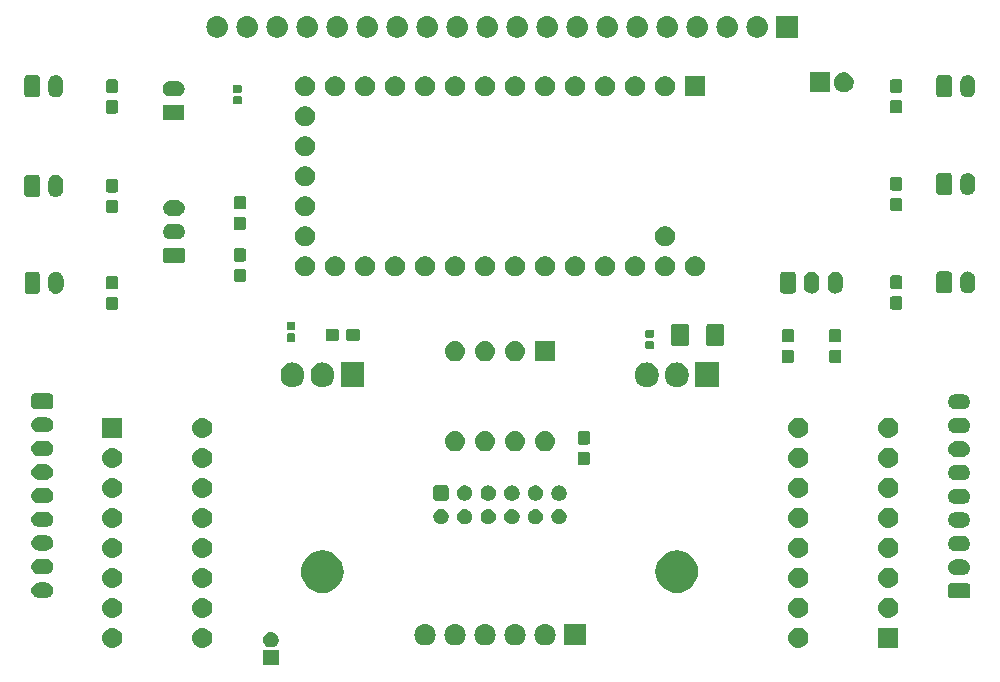
<source format=gts>
G04 #@! TF.GenerationSoftware,KiCad,Pcbnew,(5.1.4)-1*
G04 #@! TF.CreationDate,2020-03-01T00:53:56-05:00*
G04 #@! TF.ProjectId,TEST_newWheelBoard,54455354-5f6e-4657-9757-6865656c426f,v1.0*
G04 #@! TF.SameCoordinates,Original*
G04 #@! TF.FileFunction,Soldermask,Top*
G04 #@! TF.FilePolarity,Negative*
%FSLAX46Y46*%
G04 Gerber Fmt 4.6, Leading zero omitted, Abs format (unit mm)*
G04 Created by KiCad (PCBNEW (5.1.4)-1) date 2020-03-01 00:53:56*
%MOMM*%
%LPD*%
G04 APERTURE LIST*
%ADD10C,0.100000*%
G04 APERTURE END LIST*
D10*
G36*
X73746920Y-106578960D02*
G01*
X72445320Y-106578960D01*
X72445320Y-105277360D01*
X73746920Y-105277360D01*
X73746920Y-106578960D01*
X73746920Y-106578960D01*
G37*
G36*
X67459005Y-103448830D02*
G01*
X67619385Y-103497481D01*
X67767187Y-103576483D01*
X67896737Y-103682803D01*
X68003057Y-103812353D01*
X68082059Y-103960155D01*
X68130710Y-104120535D01*
X68147136Y-104287320D01*
X68130710Y-104454105D01*
X68082059Y-104614485D01*
X68003057Y-104762287D01*
X67896737Y-104891837D01*
X67767187Y-104998157D01*
X67619385Y-105077159D01*
X67459005Y-105125810D01*
X67334015Y-105138120D01*
X67250425Y-105138120D01*
X67125435Y-105125810D01*
X66965055Y-105077159D01*
X66817253Y-104998157D01*
X66687703Y-104891837D01*
X66581383Y-104762287D01*
X66502381Y-104614485D01*
X66453730Y-104454105D01*
X66437304Y-104287320D01*
X66453730Y-104120535D01*
X66502381Y-103960155D01*
X66581383Y-103812353D01*
X66687703Y-103682803D01*
X66817253Y-103576483D01*
X66965055Y-103497481D01*
X67125435Y-103448830D01*
X67250425Y-103436520D01*
X67334015Y-103436520D01*
X67459005Y-103448830D01*
X67459005Y-103448830D01*
G37*
G36*
X59839005Y-103448830D02*
G01*
X59999385Y-103497481D01*
X60147187Y-103576483D01*
X60276737Y-103682803D01*
X60383057Y-103812353D01*
X60462059Y-103960155D01*
X60510710Y-104120535D01*
X60527136Y-104287320D01*
X60510710Y-104454105D01*
X60462059Y-104614485D01*
X60383057Y-104762287D01*
X60276737Y-104891837D01*
X60147187Y-104998157D01*
X59999385Y-105077159D01*
X59839005Y-105125810D01*
X59714015Y-105138120D01*
X59630425Y-105138120D01*
X59505435Y-105125810D01*
X59345055Y-105077159D01*
X59197253Y-104998157D01*
X59067703Y-104891837D01*
X58961383Y-104762287D01*
X58882381Y-104614485D01*
X58833730Y-104454105D01*
X58817304Y-104287320D01*
X58833730Y-104120535D01*
X58882381Y-103960155D01*
X58961383Y-103812353D01*
X59067703Y-103682803D01*
X59197253Y-103576483D01*
X59345055Y-103497481D01*
X59505435Y-103448830D01*
X59630425Y-103436520D01*
X59714015Y-103436520D01*
X59839005Y-103448830D01*
X59839005Y-103448830D01*
G37*
G36*
X117921185Y-103415810D02*
G01*
X118081565Y-103464461D01*
X118229367Y-103543463D01*
X118358917Y-103649783D01*
X118465237Y-103779333D01*
X118544239Y-103927135D01*
X118592890Y-104087515D01*
X118609316Y-104254300D01*
X118592890Y-104421085D01*
X118544239Y-104581465D01*
X118465237Y-104729267D01*
X118358917Y-104858817D01*
X118229367Y-104965137D01*
X118081565Y-105044139D01*
X117921185Y-105092790D01*
X117796195Y-105105100D01*
X117712605Y-105105100D01*
X117587615Y-105092790D01*
X117427235Y-105044139D01*
X117279433Y-104965137D01*
X117149883Y-104858817D01*
X117043563Y-104729267D01*
X116964561Y-104581465D01*
X116915910Y-104421085D01*
X116899484Y-104254300D01*
X116915910Y-104087515D01*
X116964561Y-103927135D01*
X117043563Y-103779333D01*
X117149883Y-103649783D01*
X117279433Y-103543463D01*
X117427235Y-103464461D01*
X117587615Y-103415810D01*
X117712605Y-103403500D01*
X117796195Y-103403500D01*
X117921185Y-103415810D01*
X117921185Y-103415810D01*
G37*
G36*
X126225200Y-105105100D02*
G01*
X124523600Y-105105100D01*
X124523600Y-103403500D01*
X126225200Y-103403500D01*
X126225200Y-105105100D01*
X126225200Y-105105100D01*
G37*
G36*
X73285951Y-103802370D02*
G01*
X73404389Y-103851428D01*
X73510981Y-103922651D01*
X73601629Y-104013299D01*
X73672852Y-104119891D01*
X73721910Y-104238329D01*
X73746920Y-104364062D01*
X73746920Y-104492258D01*
X73721910Y-104617991D01*
X73672852Y-104736429D01*
X73601629Y-104843021D01*
X73510981Y-104933669D01*
X73404389Y-105004892D01*
X73285951Y-105053950D01*
X73160218Y-105078960D01*
X73032022Y-105078960D01*
X72906289Y-105053950D01*
X72787851Y-105004892D01*
X72681259Y-104933669D01*
X72590611Y-104843021D01*
X72519388Y-104736429D01*
X72470330Y-104617991D01*
X72445320Y-104492258D01*
X72445320Y-104364062D01*
X72470330Y-104238329D01*
X72519388Y-104119891D01*
X72590611Y-104013299D01*
X72681259Y-103922651D01*
X72787851Y-103851428D01*
X72906289Y-103802370D01*
X73032022Y-103777360D01*
X73160218Y-103777360D01*
X73285951Y-103802370D01*
X73285951Y-103802370D01*
G37*
G36*
X96486588Y-103112234D02*
G01*
X96656389Y-103163743D01*
X96812879Y-103247389D01*
X96950043Y-103359957D01*
X97062611Y-103497121D01*
X97146257Y-103653611D01*
X97197766Y-103823412D01*
X97215158Y-104000000D01*
X97197766Y-104176588D01*
X97146257Y-104346389D01*
X97062611Y-104502879D01*
X96950043Y-104640043D01*
X96812879Y-104752611D01*
X96656389Y-104836257D01*
X96486588Y-104887766D01*
X96354249Y-104900800D01*
X96265751Y-104900800D01*
X96133412Y-104887766D01*
X95963611Y-104836257D01*
X95807121Y-104752611D01*
X95669957Y-104640043D01*
X95557389Y-104502879D01*
X95473743Y-104346389D01*
X95422234Y-104176588D01*
X95404842Y-104000000D01*
X95422234Y-103823412D01*
X95473743Y-103653611D01*
X95557389Y-103497121D01*
X95669957Y-103359957D01*
X95807121Y-103247389D01*
X95963611Y-103163743D01*
X96133412Y-103112234D01*
X96265751Y-103099200D01*
X96354249Y-103099200D01*
X96486588Y-103112234D01*
X96486588Y-103112234D01*
G37*
G36*
X93946588Y-103112234D02*
G01*
X94116389Y-103163743D01*
X94272879Y-103247389D01*
X94410043Y-103359957D01*
X94522611Y-103497121D01*
X94606257Y-103653611D01*
X94657766Y-103823412D01*
X94675158Y-104000000D01*
X94657766Y-104176588D01*
X94606257Y-104346389D01*
X94522611Y-104502879D01*
X94410043Y-104640043D01*
X94272879Y-104752611D01*
X94116389Y-104836257D01*
X93946588Y-104887766D01*
X93814249Y-104900800D01*
X93725751Y-104900800D01*
X93593412Y-104887766D01*
X93423611Y-104836257D01*
X93267121Y-104752611D01*
X93129957Y-104640043D01*
X93017389Y-104502879D01*
X92933743Y-104346389D01*
X92882234Y-104176588D01*
X92864842Y-104000000D01*
X92882234Y-103823412D01*
X92933743Y-103653611D01*
X93017389Y-103497121D01*
X93129957Y-103359957D01*
X93267121Y-103247389D01*
X93423611Y-103163743D01*
X93593412Y-103112234D01*
X93725751Y-103099200D01*
X93814249Y-103099200D01*
X93946588Y-103112234D01*
X93946588Y-103112234D01*
G37*
G36*
X91406588Y-103112234D02*
G01*
X91576389Y-103163743D01*
X91732879Y-103247389D01*
X91870043Y-103359957D01*
X91982611Y-103497121D01*
X92066257Y-103653611D01*
X92117766Y-103823412D01*
X92135158Y-104000000D01*
X92117766Y-104176588D01*
X92066257Y-104346389D01*
X91982611Y-104502879D01*
X91870043Y-104640043D01*
X91732879Y-104752611D01*
X91576389Y-104836257D01*
X91406588Y-104887766D01*
X91274249Y-104900800D01*
X91185751Y-104900800D01*
X91053412Y-104887766D01*
X90883611Y-104836257D01*
X90727121Y-104752611D01*
X90589957Y-104640043D01*
X90477389Y-104502879D01*
X90393743Y-104346389D01*
X90342234Y-104176588D01*
X90324842Y-104000000D01*
X90342234Y-103823412D01*
X90393743Y-103653611D01*
X90477389Y-103497121D01*
X90589957Y-103359957D01*
X90727121Y-103247389D01*
X90883611Y-103163743D01*
X91053412Y-103112234D01*
X91185751Y-103099200D01*
X91274249Y-103099200D01*
X91406588Y-103112234D01*
X91406588Y-103112234D01*
G37*
G36*
X88866588Y-103112234D02*
G01*
X89036389Y-103163743D01*
X89192879Y-103247389D01*
X89330043Y-103359957D01*
X89442611Y-103497121D01*
X89526257Y-103653611D01*
X89577766Y-103823412D01*
X89595158Y-104000000D01*
X89577766Y-104176588D01*
X89526257Y-104346389D01*
X89442611Y-104502879D01*
X89330043Y-104640043D01*
X89192879Y-104752611D01*
X89036389Y-104836257D01*
X88866588Y-104887766D01*
X88734249Y-104900800D01*
X88645751Y-104900800D01*
X88513412Y-104887766D01*
X88343611Y-104836257D01*
X88187121Y-104752611D01*
X88049957Y-104640043D01*
X87937389Y-104502879D01*
X87853743Y-104346389D01*
X87802234Y-104176588D01*
X87784842Y-104000000D01*
X87802234Y-103823412D01*
X87853743Y-103653611D01*
X87937389Y-103497121D01*
X88049957Y-103359957D01*
X88187121Y-103247389D01*
X88343611Y-103163743D01*
X88513412Y-103112234D01*
X88645751Y-103099200D01*
X88734249Y-103099200D01*
X88866588Y-103112234D01*
X88866588Y-103112234D01*
G37*
G36*
X86326588Y-103112234D02*
G01*
X86496389Y-103163743D01*
X86652879Y-103247389D01*
X86790043Y-103359957D01*
X86902611Y-103497121D01*
X86986257Y-103653611D01*
X87037766Y-103823412D01*
X87055158Y-104000000D01*
X87037766Y-104176588D01*
X86986257Y-104346389D01*
X86902611Y-104502879D01*
X86790043Y-104640043D01*
X86652879Y-104752611D01*
X86496389Y-104836257D01*
X86326588Y-104887766D01*
X86194249Y-104900800D01*
X86105751Y-104900800D01*
X85973412Y-104887766D01*
X85803611Y-104836257D01*
X85647121Y-104752611D01*
X85509957Y-104640043D01*
X85397389Y-104502879D01*
X85313743Y-104346389D01*
X85262234Y-104176588D01*
X85244842Y-104000000D01*
X85262234Y-103823412D01*
X85313743Y-103653611D01*
X85397389Y-103497121D01*
X85509957Y-103359957D01*
X85647121Y-103247389D01*
X85803611Y-103163743D01*
X85973412Y-103112234D01*
X86105751Y-103099200D01*
X86194249Y-103099200D01*
X86326588Y-103112234D01*
X86326588Y-103112234D01*
G37*
G36*
X99750800Y-104900800D02*
G01*
X97949200Y-104900800D01*
X97949200Y-103099200D01*
X99750800Y-103099200D01*
X99750800Y-104900800D01*
X99750800Y-104900800D01*
G37*
G36*
X59839005Y-100908830D02*
G01*
X59999385Y-100957481D01*
X60147187Y-101036483D01*
X60276737Y-101142803D01*
X60383057Y-101272353D01*
X60462059Y-101420155D01*
X60510710Y-101580535D01*
X60527136Y-101747320D01*
X60510710Y-101914105D01*
X60462059Y-102074485D01*
X60383057Y-102222287D01*
X60276737Y-102351837D01*
X60147187Y-102458157D01*
X59999385Y-102537159D01*
X59839005Y-102585810D01*
X59714015Y-102598120D01*
X59630425Y-102598120D01*
X59505435Y-102585810D01*
X59345055Y-102537159D01*
X59197253Y-102458157D01*
X59067703Y-102351837D01*
X58961383Y-102222287D01*
X58882381Y-102074485D01*
X58833730Y-101914105D01*
X58817304Y-101747320D01*
X58833730Y-101580535D01*
X58882381Y-101420155D01*
X58961383Y-101272353D01*
X59067703Y-101142803D01*
X59197253Y-101036483D01*
X59345055Y-100957481D01*
X59505435Y-100908830D01*
X59630425Y-100896520D01*
X59714015Y-100896520D01*
X59839005Y-100908830D01*
X59839005Y-100908830D01*
G37*
G36*
X67459005Y-100908830D02*
G01*
X67619385Y-100957481D01*
X67767187Y-101036483D01*
X67896737Y-101142803D01*
X68003057Y-101272353D01*
X68082059Y-101420155D01*
X68130710Y-101580535D01*
X68147136Y-101747320D01*
X68130710Y-101914105D01*
X68082059Y-102074485D01*
X68003057Y-102222287D01*
X67896737Y-102351837D01*
X67767187Y-102458157D01*
X67619385Y-102537159D01*
X67459005Y-102585810D01*
X67334015Y-102598120D01*
X67250425Y-102598120D01*
X67125435Y-102585810D01*
X66965055Y-102537159D01*
X66817253Y-102458157D01*
X66687703Y-102351837D01*
X66581383Y-102222287D01*
X66502381Y-102074485D01*
X66453730Y-101914105D01*
X66437304Y-101747320D01*
X66453730Y-101580535D01*
X66502381Y-101420155D01*
X66581383Y-101272353D01*
X66687703Y-101142803D01*
X66817253Y-101036483D01*
X66965055Y-100957481D01*
X67125435Y-100908830D01*
X67250425Y-100896520D01*
X67334015Y-100896520D01*
X67459005Y-100908830D01*
X67459005Y-100908830D01*
G37*
G36*
X125541185Y-100875810D02*
G01*
X125701565Y-100924461D01*
X125849367Y-101003463D01*
X125978917Y-101109783D01*
X126085237Y-101239333D01*
X126164239Y-101387135D01*
X126212890Y-101547515D01*
X126229316Y-101714300D01*
X126212890Y-101881085D01*
X126164239Y-102041465D01*
X126085237Y-102189267D01*
X125978917Y-102318817D01*
X125849367Y-102425137D01*
X125701565Y-102504139D01*
X125541185Y-102552790D01*
X125416195Y-102565100D01*
X125332605Y-102565100D01*
X125207615Y-102552790D01*
X125047235Y-102504139D01*
X124899433Y-102425137D01*
X124769883Y-102318817D01*
X124663563Y-102189267D01*
X124584561Y-102041465D01*
X124535910Y-101881085D01*
X124519484Y-101714300D01*
X124535910Y-101547515D01*
X124584561Y-101387135D01*
X124663563Y-101239333D01*
X124769883Y-101109783D01*
X124899433Y-101003463D01*
X125047235Y-100924461D01*
X125207615Y-100875810D01*
X125332605Y-100863500D01*
X125416195Y-100863500D01*
X125541185Y-100875810D01*
X125541185Y-100875810D01*
G37*
G36*
X117921185Y-100875810D02*
G01*
X118081565Y-100924461D01*
X118229367Y-101003463D01*
X118358917Y-101109783D01*
X118465237Y-101239333D01*
X118544239Y-101387135D01*
X118592890Y-101547515D01*
X118609316Y-101714300D01*
X118592890Y-101881085D01*
X118544239Y-102041465D01*
X118465237Y-102189267D01*
X118358917Y-102318817D01*
X118229367Y-102425137D01*
X118081565Y-102504139D01*
X117921185Y-102552790D01*
X117796195Y-102565100D01*
X117712605Y-102565100D01*
X117587615Y-102552790D01*
X117427235Y-102504139D01*
X117279433Y-102425137D01*
X117149883Y-102318817D01*
X117043563Y-102189267D01*
X116964561Y-102041465D01*
X116915910Y-101881085D01*
X116899484Y-101714300D01*
X116915910Y-101547515D01*
X116964561Y-101387135D01*
X117043563Y-101239333D01*
X117149883Y-101109783D01*
X117279433Y-101003463D01*
X117427235Y-100924461D01*
X117587615Y-100875810D01*
X117712605Y-100863500D01*
X117796195Y-100863500D01*
X117921185Y-100875810D01*
X117921185Y-100875810D01*
G37*
G36*
X132099998Y-99633284D02*
G01*
X132145299Y-99647026D01*
X132187040Y-99669337D01*
X132223633Y-99699367D01*
X132253663Y-99735960D01*
X132275974Y-99777701D01*
X132289716Y-99823002D01*
X132294600Y-99872591D01*
X132294600Y-100685809D01*
X132289716Y-100735398D01*
X132275974Y-100780699D01*
X132253663Y-100822440D01*
X132223633Y-100859033D01*
X132187040Y-100889063D01*
X132145299Y-100911374D01*
X132099998Y-100925116D01*
X132050409Y-100930000D01*
X130687191Y-100930000D01*
X130637602Y-100925116D01*
X130592301Y-100911374D01*
X130550560Y-100889063D01*
X130513967Y-100859033D01*
X130483937Y-100822440D01*
X130461626Y-100780699D01*
X130447884Y-100735398D01*
X130443000Y-100685809D01*
X130443000Y-99872591D01*
X130447884Y-99823002D01*
X130461626Y-99777701D01*
X130483937Y-99735960D01*
X130513967Y-99699367D01*
X130550560Y-99669337D01*
X130592301Y-99647026D01*
X130637602Y-99633284D01*
X130687191Y-99628400D01*
X132050409Y-99628400D01*
X132099998Y-99633284D01*
X132099998Y-99633284D01*
G37*
G36*
X54148978Y-99585016D02*
G01*
X54271658Y-99622231D01*
X54384715Y-99682662D01*
X54483811Y-99763989D01*
X54565138Y-99863085D01*
X54625569Y-99976142D01*
X54662784Y-100098822D01*
X54675348Y-100226400D01*
X54662784Y-100353978D01*
X54625569Y-100476658D01*
X54565138Y-100589715D01*
X54483811Y-100688811D01*
X54384715Y-100770138D01*
X54271658Y-100830569D01*
X54148978Y-100867784D01*
X54053368Y-100877200D01*
X53439432Y-100877200D01*
X53343822Y-100867784D01*
X53221142Y-100830569D01*
X53108085Y-100770138D01*
X53008989Y-100688811D01*
X52927662Y-100589715D01*
X52867231Y-100476658D01*
X52830016Y-100353978D01*
X52817452Y-100226400D01*
X52830016Y-100098822D01*
X52867231Y-99976142D01*
X52927662Y-99863085D01*
X53008989Y-99763989D01*
X53108085Y-99682662D01*
X53221142Y-99622231D01*
X53343822Y-99585016D01*
X53439432Y-99575600D01*
X54053368Y-99575600D01*
X54148978Y-99585016D01*
X54148978Y-99585016D01*
G37*
G36*
X77813018Y-96885256D02*
G01*
X77813021Y-96885257D01*
X77813022Y-96885257D01*
X77901347Y-96912050D01*
X78152471Y-96988228D01*
X78465312Y-97155445D01*
X78739519Y-97380481D01*
X78964555Y-97654688D01*
X79131772Y-97967529D01*
X79150401Y-98028942D01*
X79226317Y-98279200D01*
X79234744Y-98306982D01*
X79269513Y-98660000D01*
X79234744Y-99013018D01*
X79131772Y-99352471D01*
X78964555Y-99665312D01*
X78739519Y-99939519D01*
X78465312Y-100164555D01*
X78152471Y-100331772D01*
X77901347Y-100407950D01*
X77813022Y-100434743D01*
X77813021Y-100434743D01*
X77813018Y-100434744D01*
X77548465Y-100460800D01*
X77371535Y-100460800D01*
X77106982Y-100434744D01*
X77106979Y-100434743D01*
X77106978Y-100434743D01*
X77018653Y-100407950D01*
X76767529Y-100331772D01*
X76454688Y-100164555D01*
X76180481Y-99939519D01*
X75955445Y-99665312D01*
X75788228Y-99352471D01*
X75685256Y-99013018D01*
X75650487Y-98660000D01*
X75685256Y-98306982D01*
X75693684Y-98279200D01*
X75769599Y-98028942D01*
X75788228Y-97967529D01*
X75955445Y-97654688D01*
X76180481Y-97380481D01*
X76454688Y-97155445D01*
X76767529Y-96988228D01*
X77018653Y-96912050D01*
X77106978Y-96885257D01*
X77106979Y-96885257D01*
X77106982Y-96885256D01*
X77371535Y-96859200D01*
X77548465Y-96859200D01*
X77813018Y-96885256D01*
X77813018Y-96885256D01*
G37*
G36*
X107813018Y-96885256D02*
G01*
X107813021Y-96885257D01*
X107813022Y-96885257D01*
X107901347Y-96912050D01*
X108152471Y-96988228D01*
X108465312Y-97155445D01*
X108739519Y-97380481D01*
X108964555Y-97654688D01*
X109131772Y-97967529D01*
X109150401Y-98028942D01*
X109226317Y-98279200D01*
X109234744Y-98306982D01*
X109269513Y-98660000D01*
X109234744Y-99013018D01*
X109131772Y-99352471D01*
X108964555Y-99665312D01*
X108739519Y-99939519D01*
X108465312Y-100164555D01*
X108152471Y-100331772D01*
X107901347Y-100407950D01*
X107813022Y-100434743D01*
X107813021Y-100434743D01*
X107813018Y-100434744D01*
X107548465Y-100460800D01*
X107371535Y-100460800D01*
X107106982Y-100434744D01*
X107106979Y-100434743D01*
X107106978Y-100434743D01*
X107018653Y-100407950D01*
X106767529Y-100331772D01*
X106454688Y-100164555D01*
X106180481Y-99939519D01*
X105955445Y-99665312D01*
X105788228Y-99352471D01*
X105685256Y-99013018D01*
X105650487Y-98660000D01*
X105685256Y-98306982D01*
X105693684Y-98279200D01*
X105769599Y-98028942D01*
X105788228Y-97967529D01*
X105955445Y-97654688D01*
X106180481Y-97380481D01*
X106454688Y-97155445D01*
X106767529Y-96988228D01*
X107018653Y-96912050D01*
X107106978Y-96885257D01*
X107106979Y-96885257D01*
X107106982Y-96885256D01*
X107371535Y-96859200D01*
X107548465Y-96859200D01*
X107813018Y-96885256D01*
X107813018Y-96885256D01*
G37*
G36*
X59839005Y-98368830D02*
G01*
X59999385Y-98417481D01*
X60147187Y-98496483D01*
X60276737Y-98602803D01*
X60383057Y-98732353D01*
X60462059Y-98880155D01*
X60510710Y-99040535D01*
X60527136Y-99207320D01*
X60510710Y-99374105D01*
X60462059Y-99534485D01*
X60383057Y-99682287D01*
X60276737Y-99811837D01*
X60147187Y-99918157D01*
X59999385Y-99997159D01*
X59839005Y-100045810D01*
X59714015Y-100058120D01*
X59630425Y-100058120D01*
X59505435Y-100045810D01*
X59345055Y-99997159D01*
X59197253Y-99918157D01*
X59067703Y-99811837D01*
X58961383Y-99682287D01*
X58882381Y-99534485D01*
X58833730Y-99374105D01*
X58817304Y-99207320D01*
X58833730Y-99040535D01*
X58882381Y-98880155D01*
X58961383Y-98732353D01*
X59067703Y-98602803D01*
X59197253Y-98496483D01*
X59345055Y-98417481D01*
X59505435Y-98368830D01*
X59630425Y-98356520D01*
X59714015Y-98356520D01*
X59839005Y-98368830D01*
X59839005Y-98368830D01*
G37*
G36*
X67459005Y-98368830D02*
G01*
X67619385Y-98417481D01*
X67767187Y-98496483D01*
X67896737Y-98602803D01*
X68003057Y-98732353D01*
X68082059Y-98880155D01*
X68130710Y-99040535D01*
X68147136Y-99207320D01*
X68130710Y-99374105D01*
X68082059Y-99534485D01*
X68003057Y-99682287D01*
X67896737Y-99811837D01*
X67767187Y-99918157D01*
X67619385Y-99997159D01*
X67459005Y-100045810D01*
X67334015Y-100058120D01*
X67250425Y-100058120D01*
X67125435Y-100045810D01*
X66965055Y-99997159D01*
X66817253Y-99918157D01*
X66687703Y-99811837D01*
X66581383Y-99682287D01*
X66502381Y-99534485D01*
X66453730Y-99374105D01*
X66437304Y-99207320D01*
X66453730Y-99040535D01*
X66502381Y-98880155D01*
X66581383Y-98732353D01*
X66687703Y-98602803D01*
X66817253Y-98496483D01*
X66965055Y-98417481D01*
X67125435Y-98368830D01*
X67250425Y-98356520D01*
X67334015Y-98356520D01*
X67459005Y-98368830D01*
X67459005Y-98368830D01*
G37*
G36*
X125541185Y-98335810D02*
G01*
X125701565Y-98384461D01*
X125849367Y-98463463D01*
X125978917Y-98569783D01*
X126085237Y-98699333D01*
X126164239Y-98847135D01*
X126212890Y-99007515D01*
X126229316Y-99174300D01*
X126212890Y-99341085D01*
X126164239Y-99501465D01*
X126085237Y-99649267D01*
X125978917Y-99778817D01*
X125849367Y-99885137D01*
X125701565Y-99964139D01*
X125541185Y-100012790D01*
X125416195Y-100025100D01*
X125332605Y-100025100D01*
X125207615Y-100012790D01*
X125047235Y-99964139D01*
X124899433Y-99885137D01*
X124769883Y-99778817D01*
X124663563Y-99649267D01*
X124584561Y-99501465D01*
X124535910Y-99341085D01*
X124519484Y-99174300D01*
X124535910Y-99007515D01*
X124584561Y-98847135D01*
X124663563Y-98699333D01*
X124769883Y-98569783D01*
X124899433Y-98463463D01*
X125047235Y-98384461D01*
X125207615Y-98335810D01*
X125332605Y-98323500D01*
X125416195Y-98323500D01*
X125541185Y-98335810D01*
X125541185Y-98335810D01*
G37*
G36*
X117921185Y-98335810D02*
G01*
X118081565Y-98384461D01*
X118229367Y-98463463D01*
X118358917Y-98569783D01*
X118465237Y-98699333D01*
X118544239Y-98847135D01*
X118592890Y-99007515D01*
X118609316Y-99174300D01*
X118592890Y-99341085D01*
X118544239Y-99501465D01*
X118465237Y-99649267D01*
X118358917Y-99778817D01*
X118229367Y-99885137D01*
X118081565Y-99964139D01*
X117921185Y-100012790D01*
X117796195Y-100025100D01*
X117712605Y-100025100D01*
X117587615Y-100012790D01*
X117427235Y-99964139D01*
X117279433Y-99885137D01*
X117149883Y-99778817D01*
X117043563Y-99649267D01*
X116964561Y-99501465D01*
X116915910Y-99341085D01*
X116899484Y-99174300D01*
X116915910Y-99007515D01*
X116964561Y-98847135D01*
X117043563Y-98699333D01*
X117149883Y-98569783D01*
X117279433Y-98463463D01*
X117427235Y-98384461D01*
X117587615Y-98335810D01*
X117712605Y-98323500D01*
X117796195Y-98323500D01*
X117921185Y-98335810D01*
X117921185Y-98335810D01*
G37*
G36*
X131771378Y-97637816D02*
G01*
X131894058Y-97675031D01*
X132007115Y-97735462D01*
X132106211Y-97816789D01*
X132187538Y-97915885D01*
X132247969Y-98028942D01*
X132285184Y-98151622D01*
X132297748Y-98279200D01*
X132285184Y-98406778D01*
X132247969Y-98529458D01*
X132187538Y-98642515D01*
X132106211Y-98741611D01*
X132007115Y-98822938D01*
X131894058Y-98883369D01*
X131771378Y-98920584D01*
X131675768Y-98930000D01*
X131061832Y-98930000D01*
X130966222Y-98920584D01*
X130843542Y-98883369D01*
X130730485Y-98822938D01*
X130631389Y-98741611D01*
X130550062Y-98642515D01*
X130489631Y-98529458D01*
X130452416Y-98406778D01*
X130439852Y-98279200D01*
X130452416Y-98151622D01*
X130489631Y-98028942D01*
X130550062Y-97915885D01*
X130631389Y-97816789D01*
X130730485Y-97735462D01*
X130843542Y-97675031D01*
X130966222Y-97637816D01*
X131061832Y-97628400D01*
X131675768Y-97628400D01*
X131771378Y-97637816D01*
X131771378Y-97637816D01*
G37*
G36*
X54148978Y-97585016D02*
G01*
X54271658Y-97622231D01*
X54384715Y-97682662D01*
X54483811Y-97763989D01*
X54565138Y-97863085D01*
X54625569Y-97976142D01*
X54662784Y-98098822D01*
X54675348Y-98226400D01*
X54662784Y-98353978D01*
X54625569Y-98476658D01*
X54565138Y-98589715D01*
X54483811Y-98688811D01*
X54384715Y-98770138D01*
X54271658Y-98830569D01*
X54148978Y-98867784D01*
X54053368Y-98877200D01*
X53439432Y-98877200D01*
X53343822Y-98867784D01*
X53221142Y-98830569D01*
X53108085Y-98770138D01*
X53008989Y-98688811D01*
X52927662Y-98589715D01*
X52867231Y-98476658D01*
X52830016Y-98353978D01*
X52817452Y-98226400D01*
X52830016Y-98098822D01*
X52867231Y-97976142D01*
X52927662Y-97863085D01*
X53008989Y-97763989D01*
X53108085Y-97682662D01*
X53221142Y-97622231D01*
X53343822Y-97585016D01*
X53439432Y-97575600D01*
X54053368Y-97575600D01*
X54148978Y-97585016D01*
X54148978Y-97585016D01*
G37*
G36*
X59839005Y-95828830D02*
G01*
X59999385Y-95877481D01*
X60147187Y-95956483D01*
X60276737Y-96062803D01*
X60383057Y-96192353D01*
X60462059Y-96340155D01*
X60510710Y-96500535D01*
X60527136Y-96667320D01*
X60510710Y-96834105D01*
X60462059Y-96994485D01*
X60383057Y-97142287D01*
X60276737Y-97271837D01*
X60147187Y-97378157D01*
X59999385Y-97457159D01*
X59839005Y-97505810D01*
X59714015Y-97518120D01*
X59630425Y-97518120D01*
X59505435Y-97505810D01*
X59345055Y-97457159D01*
X59197253Y-97378157D01*
X59067703Y-97271837D01*
X58961383Y-97142287D01*
X58882381Y-96994485D01*
X58833730Y-96834105D01*
X58817304Y-96667320D01*
X58833730Y-96500535D01*
X58882381Y-96340155D01*
X58961383Y-96192353D01*
X59067703Y-96062803D01*
X59197253Y-95956483D01*
X59345055Y-95877481D01*
X59505435Y-95828830D01*
X59630425Y-95816520D01*
X59714015Y-95816520D01*
X59839005Y-95828830D01*
X59839005Y-95828830D01*
G37*
G36*
X67459005Y-95828830D02*
G01*
X67619385Y-95877481D01*
X67767187Y-95956483D01*
X67896737Y-96062803D01*
X68003057Y-96192353D01*
X68082059Y-96340155D01*
X68130710Y-96500535D01*
X68147136Y-96667320D01*
X68130710Y-96834105D01*
X68082059Y-96994485D01*
X68003057Y-97142287D01*
X67896737Y-97271837D01*
X67767187Y-97378157D01*
X67619385Y-97457159D01*
X67459005Y-97505810D01*
X67334015Y-97518120D01*
X67250425Y-97518120D01*
X67125435Y-97505810D01*
X66965055Y-97457159D01*
X66817253Y-97378157D01*
X66687703Y-97271837D01*
X66581383Y-97142287D01*
X66502381Y-96994485D01*
X66453730Y-96834105D01*
X66437304Y-96667320D01*
X66453730Y-96500535D01*
X66502381Y-96340155D01*
X66581383Y-96192353D01*
X66687703Y-96062803D01*
X66817253Y-95956483D01*
X66965055Y-95877481D01*
X67125435Y-95828830D01*
X67250425Y-95816520D01*
X67334015Y-95816520D01*
X67459005Y-95828830D01*
X67459005Y-95828830D01*
G37*
G36*
X125541185Y-95795810D02*
G01*
X125701565Y-95844461D01*
X125849367Y-95923463D01*
X125978917Y-96029783D01*
X126085237Y-96159333D01*
X126164239Y-96307135D01*
X126212890Y-96467515D01*
X126229316Y-96634300D01*
X126212890Y-96801085D01*
X126164239Y-96961465D01*
X126085237Y-97109267D01*
X125978917Y-97238817D01*
X125849367Y-97345137D01*
X125701565Y-97424139D01*
X125541185Y-97472790D01*
X125416195Y-97485100D01*
X125332605Y-97485100D01*
X125207615Y-97472790D01*
X125047235Y-97424139D01*
X124899433Y-97345137D01*
X124769883Y-97238817D01*
X124663563Y-97109267D01*
X124584561Y-96961465D01*
X124535910Y-96801085D01*
X124519484Y-96634300D01*
X124535910Y-96467515D01*
X124584561Y-96307135D01*
X124663563Y-96159333D01*
X124769883Y-96029783D01*
X124899433Y-95923463D01*
X125047235Y-95844461D01*
X125207615Y-95795810D01*
X125332605Y-95783500D01*
X125416195Y-95783500D01*
X125541185Y-95795810D01*
X125541185Y-95795810D01*
G37*
G36*
X117921185Y-95795810D02*
G01*
X118081565Y-95844461D01*
X118229367Y-95923463D01*
X118358917Y-96029783D01*
X118465237Y-96159333D01*
X118544239Y-96307135D01*
X118592890Y-96467515D01*
X118609316Y-96634300D01*
X118592890Y-96801085D01*
X118544239Y-96961465D01*
X118465237Y-97109267D01*
X118358917Y-97238817D01*
X118229367Y-97345137D01*
X118081565Y-97424139D01*
X117921185Y-97472790D01*
X117796195Y-97485100D01*
X117712605Y-97485100D01*
X117587615Y-97472790D01*
X117427235Y-97424139D01*
X117279433Y-97345137D01*
X117149883Y-97238817D01*
X117043563Y-97109267D01*
X116964561Y-96961465D01*
X116915910Y-96801085D01*
X116899484Y-96634300D01*
X116915910Y-96467515D01*
X116964561Y-96307135D01*
X117043563Y-96159333D01*
X117149883Y-96029783D01*
X117279433Y-95923463D01*
X117427235Y-95844461D01*
X117587615Y-95795810D01*
X117712605Y-95783500D01*
X117796195Y-95783500D01*
X117921185Y-95795810D01*
X117921185Y-95795810D01*
G37*
G36*
X131771378Y-95637816D02*
G01*
X131894058Y-95675031D01*
X132007115Y-95735462D01*
X132106211Y-95816789D01*
X132187538Y-95915885D01*
X132247969Y-96028942D01*
X132285184Y-96151622D01*
X132297748Y-96279200D01*
X132285184Y-96406778D01*
X132247969Y-96529458D01*
X132187538Y-96642515D01*
X132106211Y-96741611D01*
X132007115Y-96822938D01*
X131894058Y-96883369D01*
X131771378Y-96920584D01*
X131675768Y-96930000D01*
X131061832Y-96930000D01*
X130966222Y-96920584D01*
X130843542Y-96883369D01*
X130730485Y-96822938D01*
X130631389Y-96741611D01*
X130550062Y-96642515D01*
X130489631Y-96529458D01*
X130452416Y-96406778D01*
X130439852Y-96279200D01*
X130452416Y-96151622D01*
X130489631Y-96028942D01*
X130550062Y-95915885D01*
X130631389Y-95816789D01*
X130730485Y-95735462D01*
X130843542Y-95675031D01*
X130966222Y-95637816D01*
X131061832Y-95628400D01*
X131675768Y-95628400D01*
X131771378Y-95637816D01*
X131771378Y-95637816D01*
G37*
G36*
X54148978Y-95585016D02*
G01*
X54271658Y-95622231D01*
X54384715Y-95682662D01*
X54483811Y-95763989D01*
X54565138Y-95863085D01*
X54625569Y-95976142D01*
X54662784Y-96098822D01*
X54675348Y-96226400D01*
X54662784Y-96353978D01*
X54625569Y-96476658D01*
X54565138Y-96589715D01*
X54483811Y-96688811D01*
X54384715Y-96770138D01*
X54271658Y-96830569D01*
X54148978Y-96867784D01*
X54053368Y-96877200D01*
X53439432Y-96877200D01*
X53343822Y-96867784D01*
X53221142Y-96830569D01*
X53108085Y-96770138D01*
X53008989Y-96688811D01*
X52927662Y-96589715D01*
X52867231Y-96476658D01*
X52830016Y-96353978D01*
X52817452Y-96226400D01*
X52830016Y-96098822D01*
X52867231Y-95976142D01*
X52927662Y-95863085D01*
X53008989Y-95763989D01*
X53108085Y-95682662D01*
X53221142Y-95622231D01*
X53343822Y-95585016D01*
X53439432Y-95575600D01*
X54053368Y-95575600D01*
X54148978Y-95585016D01*
X54148978Y-95585016D01*
G37*
G36*
X59839005Y-93288830D02*
G01*
X59999385Y-93337481D01*
X60147187Y-93416483D01*
X60276737Y-93522803D01*
X60383057Y-93652353D01*
X60462059Y-93800155D01*
X60510710Y-93960535D01*
X60527136Y-94127320D01*
X60510710Y-94294105D01*
X60462059Y-94454485D01*
X60383057Y-94602287D01*
X60276737Y-94731837D01*
X60147187Y-94838157D01*
X59999385Y-94917159D01*
X59839005Y-94965810D01*
X59714015Y-94978120D01*
X59630425Y-94978120D01*
X59505435Y-94965810D01*
X59345055Y-94917159D01*
X59197253Y-94838157D01*
X59067703Y-94731837D01*
X58961383Y-94602287D01*
X58882381Y-94454485D01*
X58833730Y-94294105D01*
X58817304Y-94127320D01*
X58833730Y-93960535D01*
X58882381Y-93800155D01*
X58961383Y-93652353D01*
X59067703Y-93522803D01*
X59197253Y-93416483D01*
X59345055Y-93337481D01*
X59505435Y-93288830D01*
X59630425Y-93276520D01*
X59714015Y-93276520D01*
X59839005Y-93288830D01*
X59839005Y-93288830D01*
G37*
G36*
X67459005Y-93288830D02*
G01*
X67619385Y-93337481D01*
X67767187Y-93416483D01*
X67896737Y-93522803D01*
X68003057Y-93652353D01*
X68082059Y-93800155D01*
X68130710Y-93960535D01*
X68147136Y-94127320D01*
X68130710Y-94294105D01*
X68082059Y-94454485D01*
X68003057Y-94602287D01*
X67896737Y-94731837D01*
X67767187Y-94838157D01*
X67619385Y-94917159D01*
X67459005Y-94965810D01*
X67334015Y-94978120D01*
X67250425Y-94978120D01*
X67125435Y-94965810D01*
X66965055Y-94917159D01*
X66817253Y-94838157D01*
X66687703Y-94731837D01*
X66581383Y-94602287D01*
X66502381Y-94454485D01*
X66453730Y-94294105D01*
X66437304Y-94127320D01*
X66453730Y-93960535D01*
X66502381Y-93800155D01*
X66581383Y-93652353D01*
X66687703Y-93522803D01*
X66817253Y-93416483D01*
X66965055Y-93337481D01*
X67125435Y-93288830D01*
X67250425Y-93276520D01*
X67334015Y-93276520D01*
X67459005Y-93288830D01*
X67459005Y-93288830D01*
G37*
G36*
X117921185Y-93255810D02*
G01*
X118081565Y-93304461D01*
X118229367Y-93383463D01*
X118358917Y-93489783D01*
X118465237Y-93619333D01*
X118544239Y-93767135D01*
X118592890Y-93927515D01*
X118609316Y-94094300D01*
X118592890Y-94261085D01*
X118544239Y-94421465D01*
X118465237Y-94569267D01*
X118358917Y-94698817D01*
X118229367Y-94805137D01*
X118081565Y-94884139D01*
X117921185Y-94932790D01*
X117796195Y-94945100D01*
X117712605Y-94945100D01*
X117587615Y-94932790D01*
X117427235Y-94884139D01*
X117279433Y-94805137D01*
X117149883Y-94698817D01*
X117043563Y-94569267D01*
X116964561Y-94421465D01*
X116915910Y-94261085D01*
X116899484Y-94094300D01*
X116915910Y-93927515D01*
X116964561Y-93767135D01*
X117043563Y-93619333D01*
X117149883Y-93489783D01*
X117279433Y-93383463D01*
X117427235Y-93304461D01*
X117587615Y-93255810D01*
X117712605Y-93243500D01*
X117796195Y-93243500D01*
X117921185Y-93255810D01*
X117921185Y-93255810D01*
G37*
G36*
X125541185Y-93255810D02*
G01*
X125701565Y-93304461D01*
X125849367Y-93383463D01*
X125978917Y-93489783D01*
X126085237Y-93619333D01*
X126164239Y-93767135D01*
X126212890Y-93927515D01*
X126229316Y-94094300D01*
X126212890Y-94261085D01*
X126164239Y-94421465D01*
X126085237Y-94569267D01*
X125978917Y-94698817D01*
X125849367Y-94805137D01*
X125701565Y-94884139D01*
X125541185Y-94932790D01*
X125416195Y-94945100D01*
X125332605Y-94945100D01*
X125207615Y-94932790D01*
X125047235Y-94884139D01*
X124899433Y-94805137D01*
X124769883Y-94698817D01*
X124663563Y-94569267D01*
X124584561Y-94421465D01*
X124535910Y-94261085D01*
X124519484Y-94094300D01*
X124535910Y-93927515D01*
X124584561Y-93767135D01*
X124663563Y-93619333D01*
X124769883Y-93489783D01*
X124899433Y-93383463D01*
X125047235Y-93304461D01*
X125207615Y-93255810D01*
X125332605Y-93243500D01*
X125416195Y-93243500D01*
X125541185Y-93255810D01*
X125541185Y-93255810D01*
G37*
G36*
X131771378Y-93637816D02*
G01*
X131894058Y-93675031D01*
X132007115Y-93735462D01*
X132106211Y-93816789D01*
X132187538Y-93915885D01*
X132247969Y-94028942D01*
X132285184Y-94151622D01*
X132297748Y-94279200D01*
X132285184Y-94406778D01*
X132247969Y-94529458D01*
X132187538Y-94642515D01*
X132106211Y-94741611D01*
X132007115Y-94822938D01*
X131894058Y-94883369D01*
X131771378Y-94920584D01*
X131675768Y-94930000D01*
X131061832Y-94930000D01*
X130966222Y-94920584D01*
X130843542Y-94883369D01*
X130730485Y-94822938D01*
X130631389Y-94741611D01*
X130550062Y-94642515D01*
X130489631Y-94529458D01*
X130452416Y-94406778D01*
X130439852Y-94279200D01*
X130452416Y-94151622D01*
X130489631Y-94028942D01*
X130550062Y-93915885D01*
X130631389Y-93816789D01*
X130730485Y-93735462D01*
X130843542Y-93675031D01*
X130966222Y-93637816D01*
X131061832Y-93628400D01*
X131675768Y-93628400D01*
X131771378Y-93637816D01*
X131771378Y-93637816D01*
G37*
G36*
X54148978Y-93585016D02*
G01*
X54271658Y-93622231D01*
X54384715Y-93682662D01*
X54483811Y-93763989D01*
X54565138Y-93863085D01*
X54625569Y-93976142D01*
X54662784Y-94098822D01*
X54675348Y-94226400D01*
X54662784Y-94353978D01*
X54625569Y-94476658D01*
X54565138Y-94589715D01*
X54483811Y-94688811D01*
X54384715Y-94770138D01*
X54271658Y-94830569D01*
X54148978Y-94867784D01*
X54053368Y-94877200D01*
X53439432Y-94877200D01*
X53343822Y-94867784D01*
X53221142Y-94830569D01*
X53108085Y-94770138D01*
X53008989Y-94688811D01*
X52927662Y-94589715D01*
X52867231Y-94476658D01*
X52830016Y-94353978D01*
X52817452Y-94226400D01*
X52830016Y-94098822D01*
X52867231Y-93976142D01*
X52927662Y-93863085D01*
X53008989Y-93763989D01*
X53108085Y-93682662D01*
X53221142Y-93622231D01*
X53343822Y-93585016D01*
X53439432Y-93575600D01*
X54053368Y-93575600D01*
X54148978Y-93585016D01*
X54148978Y-93585016D01*
G37*
G36*
X87689831Y-93374210D02*
G01*
X87808269Y-93423268D01*
X87914861Y-93494491D01*
X88005509Y-93585139D01*
X88076732Y-93691731D01*
X88125790Y-93810169D01*
X88150800Y-93935902D01*
X88150800Y-94064098D01*
X88125790Y-94189831D01*
X88076732Y-94308269D01*
X88005509Y-94414861D01*
X87914861Y-94505509D01*
X87808269Y-94576732D01*
X87689831Y-94625790D01*
X87564098Y-94650800D01*
X87435902Y-94650800D01*
X87310169Y-94625790D01*
X87191731Y-94576732D01*
X87085139Y-94505509D01*
X86994491Y-94414861D01*
X86923268Y-94308269D01*
X86874210Y-94189831D01*
X86849200Y-94064098D01*
X86849200Y-93935902D01*
X86874210Y-93810169D01*
X86923268Y-93691731D01*
X86994491Y-93585139D01*
X87085139Y-93494491D01*
X87191731Y-93423268D01*
X87310169Y-93374210D01*
X87435902Y-93349200D01*
X87564098Y-93349200D01*
X87689831Y-93374210D01*
X87689831Y-93374210D01*
G37*
G36*
X89689831Y-93374210D02*
G01*
X89808269Y-93423268D01*
X89914861Y-93494491D01*
X90005509Y-93585139D01*
X90076732Y-93691731D01*
X90125790Y-93810169D01*
X90150800Y-93935902D01*
X90150800Y-94064098D01*
X90125790Y-94189831D01*
X90076732Y-94308269D01*
X90005509Y-94414861D01*
X89914861Y-94505509D01*
X89808269Y-94576732D01*
X89689831Y-94625790D01*
X89564098Y-94650800D01*
X89435902Y-94650800D01*
X89310169Y-94625790D01*
X89191731Y-94576732D01*
X89085139Y-94505509D01*
X88994491Y-94414861D01*
X88923268Y-94308269D01*
X88874210Y-94189831D01*
X88849200Y-94064098D01*
X88849200Y-93935902D01*
X88874210Y-93810169D01*
X88923268Y-93691731D01*
X88994491Y-93585139D01*
X89085139Y-93494491D01*
X89191731Y-93423268D01*
X89310169Y-93374210D01*
X89435902Y-93349200D01*
X89564098Y-93349200D01*
X89689831Y-93374210D01*
X89689831Y-93374210D01*
G37*
G36*
X97689831Y-93374210D02*
G01*
X97808269Y-93423268D01*
X97914861Y-93494491D01*
X98005509Y-93585139D01*
X98076732Y-93691731D01*
X98125790Y-93810169D01*
X98150800Y-93935902D01*
X98150800Y-94064098D01*
X98125790Y-94189831D01*
X98076732Y-94308269D01*
X98005509Y-94414861D01*
X97914861Y-94505509D01*
X97808269Y-94576732D01*
X97689831Y-94625790D01*
X97564098Y-94650800D01*
X97435902Y-94650800D01*
X97310169Y-94625790D01*
X97191731Y-94576732D01*
X97085139Y-94505509D01*
X96994491Y-94414861D01*
X96923268Y-94308269D01*
X96874210Y-94189831D01*
X96849200Y-94064098D01*
X96849200Y-93935902D01*
X96874210Y-93810169D01*
X96923268Y-93691731D01*
X96994491Y-93585139D01*
X97085139Y-93494491D01*
X97191731Y-93423268D01*
X97310169Y-93374210D01*
X97435902Y-93349200D01*
X97564098Y-93349200D01*
X97689831Y-93374210D01*
X97689831Y-93374210D01*
G37*
G36*
X91689831Y-93374210D02*
G01*
X91808269Y-93423268D01*
X91914861Y-93494491D01*
X92005509Y-93585139D01*
X92076732Y-93691731D01*
X92125790Y-93810169D01*
X92150800Y-93935902D01*
X92150800Y-94064098D01*
X92125790Y-94189831D01*
X92076732Y-94308269D01*
X92005509Y-94414861D01*
X91914861Y-94505509D01*
X91808269Y-94576732D01*
X91689831Y-94625790D01*
X91564098Y-94650800D01*
X91435902Y-94650800D01*
X91310169Y-94625790D01*
X91191731Y-94576732D01*
X91085139Y-94505509D01*
X90994491Y-94414861D01*
X90923268Y-94308269D01*
X90874210Y-94189831D01*
X90849200Y-94064098D01*
X90849200Y-93935902D01*
X90874210Y-93810169D01*
X90923268Y-93691731D01*
X90994491Y-93585139D01*
X91085139Y-93494491D01*
X91191731Y-93423268D01*
X91310169Y-93374210D01*
X91435902Y-93349200D01*
X91564098Y-93349200D01*
X91689831Y-93374210D01*
X91689831Y-93374210D01*
G37*
G36*
X93689831Y-93374210D02*
G01*
X93808269Y-93423268D01*
X93914861Y-93494491D01*
X94005509Y-93585139D01*
X94076732Y-93691731D01*
X94125790Y-93810169D01*
X94150800Y-93935902D01*
X94150800Y-94064098D01*
X94125790Y-94189831D01*
X94076732Y-94308269D01*
X94005509Y-94414861D01*
X93914861Y-94505509D01*
X93808269Y-94576732D01*
X93689831Y-94625790D01*
X93564098Y-94650800D01*
X93435902Y-94650800D01*
X93310169Y-94625790D01*
X93191731Y-94576732D01*
X93085139Y-94505509D01*
X92994491Y-94414861D01*
X92923268Y-94308269D01*
X92874210Y-94189831D01*
X92849200Y-94064098D01*
X92849200Y-93935902D01*
X92874210Y-93810169D01*
X92923268Y-93691731D01*
X92994491Y-93585139D01*
X93085139Y-93494491D01*
X93191731Y-93423268D01*
X93310169Y-93374210D01*
X93435902Y-93349200D01*
X93564098Y-93349200D01*
X93689831Y-93374210D01*
X93689831Y-93374210D01*
G37*
G36*
X95689831Y-93374210D02*
G01*
X95808269Y-93423268D01*
X95914861Y-93494491D01*
X96005509Y-93585139D01*
X96076732Y-93691731D01*
X96125790Y-93810169D01*
X96150800Y-93935902D01*
X96150800Y-94064098D01*
X96125790Y-94189831D01*
X96076732Y-94308269D01*
X96005509Y-94414861D01*
X95914861Y-94505509D01*
X95808269Y-94576732D01*
X95689831Y-94625790D01*
X95564098Y-94650800D01*
X95435902Y-94650800D01*
X95310169Y-94625790D01*
X95191731Y-94576732D01*
X95085139Y-94505509D01*
X94994491Y-94414861D01*
X94923268Y-94308269D01*
X94874210Y-94189831D01*
X94849200Y-94064098D01*
X94849200Y-93935902D01*
X94874210Y-93810169D01*
X94923268Y-93691731D01*
X94994491Y-93585139D01*
X95085139Y-93494491D01*
X95191731Y-93423268D01*
X95310169Y-93374210D01*
X95435902Y-93349200D01*
X95564098Y-93349200D01*
X95689831Y-93374210D01*
X95689831Y-93374210D01*
G37*
G36*
X131771378Y-91637816D02*
G01*
X131894058Y-91675031D01*
X132007115Y-91735462D01*
X132106211Y-91816789D01*
X132187538Y-91915885D01*
X132247969Y-92028942D01*
X132285184Y-92151622D01*
X132297748Y-92279200D01*
X132285184Y-92406778D01*
X132247969Y-92529458D01*
X132187538Y-92642515D01*
X132106211Y-92741611D01*
X132007115Y-92822938D01*
X131894058Y-92883369D01*
X131771378Y-92920584D01*
X131675768Y-92930000D01*
X131061832Y-92930000D01*
X130966222Y-92920584D01*
X130843542Y-92883369D01*
X130730485Y-92822938D01*
X130631389Y-92741611D01*
X130550062Y-92642515D01*
X130489631Y-92529458D01*
X130452416Y-92406778D01*
X130439852Y-92279200D01*
X130452416Y-92151622D01*
X130489631Y-92028942D01*
X130550062Y-91915885D01*
X130631389Y-91816789D01*
X130730485Y-91735462D01*
X130843542Y-91675031D01*
X130966222Y-91637816D01*
X131061832Y-91628400D01*
X131675768Y-91628400D01*
X131771378Y-91637816D01*
X131771378Y-91637816D01*
G37*
G36*
X54148978Y-91585016D02*
G01*
X54271658Y-91622231D01*
X54384715Y-91682662D01*
X54483811Y-91763989D01*
X54565138Y-91863085D01*
X54625569Y-91976142D01*
X54662784Y-92098822D01*
X54675348Y-92226400D01*
X54662784Y-92353978D01*
X54625569Y-92476658D01*
X54565138Y-92589715D01*
X54483811Y-92688811D01*
X54384715Y-92770138D01*
X54271658Y-92830569D01*
X54148978Y-92867784D01*
X54053368Y-92877200D01*
X53439432Y-92877200D01*
X53343822Y-92867784D01*
X53221142Y-92830569D01*
X53108085Y-92770138D01*
X53008989Y-92688811D01*
X52927662Y-92589715D01*
X52867231Y-92476658D01*
X52830016Y-92353978D01*
X52817452Y-92226400D01*
X52830016Y-92098822D01*
X52867231Y-91976142D01*
X52927662Y-91863085D01*
X53008989Y-91763989D01*
X53108085Y-91682662D01*
X53221142Y-91622231D01*
X53343822Y-91585016D01*
X53439432Y-91575600D01*
X54053368Y-91575600D01*
X54148978Y-91585016D01*
X54148978Y-91585016D01*
G37*
G36*
X87956198Y-91354084D02*
G01*
X88001499Y-91367826D01*
X88043240Y-91390137D01*
X88079833Y-91420167D01*
X88109863Y-91456760D01*
X88132174Y-91498501D01*
X88145916Y-91543802D01*
X88150800Y-91593391D01*
X88150800Y-92406609D01*
X88145916Y-92456198D01*
X88132174Y-92501499D01*
X88109863Y-92543240D01*
X88079833Y-92579833D01*
X88043240Y-92609863D01*
X88001499Y-92632174D01*
X87956198Y-92645916D01*
X87906609Y-92650800D01*
X87093391Y-92650800D01*
X87043802Y-92645916D01*
X86998501Y-92632174D01*
X86956760Y-92609863D01*
X86920167Y-92579833D01*
X86890137Y-92543240D01*
X86867826Y-92501499D01*
X86854084Y-92456198D01*
X86849200Y-92406609D01*
X86849200Y-91593391D01*
X86854084Y-91543802D01*
X86867826Y-91498501D01*
X86890137Y-91456760D01*
X86920167Y-91420167D01*
X86956760Y-91390137D01*
X86998501Y-91367826D01*
X87043802Y-91354084D01*
X87093391Y-91349200D01*
X87906609Y-91349200D01*
X87956198Y-91354084D01*
X87956198Y-91354084D01*
G37*
G36*
X89689831Y-91374210D02*
G01*
X89808269Y-91423268D01*
X89914861Y-91494491D01*
X90005509Y-91585139D01*
X90076732Y-91691731D01*
X90125790Y-91810169D01*
X90150800Y-91935902D01*
X90150800Y-92064098D01*
X90125790Y-92189831D01*
X90076732Y-92308269D01*
X90005509Y-92414861D01*
X89914861Y-92505509D01*
X89808269Y-92576732D01*
X89689831Y-92625790D01*
X89564098Y-92650800D01*
X89435902Y-92650800D01*
X89310169Y-92625790D01*
X89191731Y-92576732D01*
X89085139Y-92505509D01*
X88994491Y-92414861D01*
X88923268Y-92308269D01*
X88874210Y-92189831D01*
X88849200Y-92064098D01*
X88849200Y-91935902D01*
X88874210Y-91810169D01*
X88923268Y-91691731D01*
X88994491Y-91585139D01*
X89085139Y-91494491D01*
X89191731Y-91423268D01*
X89310169Y-91374210D01*
X89435902Y-91349200D01*
X89564098Y-91349200D01*
X89689831Y-91374210D01*
X89689831Y-91374210D01*
G37*
G36*
X97689831Y-91374210D02*
G01*
X97808269Y-91423268D01*
X97914861Y-91494491D01*
X98005509Y-91585139D01*
X98076732Y-91691731D01*
X98125790Y-91810169D01*
X98150800Y-91935902D01*
X98150800Y-92064098D01*
X98125790Y-92189831D01*
X98076732Y-92308269D01*
X98005509Y-92414861D01*
X97914861Y-92505509D01*
X97808269Y-92576732D01*
X97689831Y-92625790D01*
X97564098Y-92650800D01*
X97435902Y-92650800D01*
X97310169Y-92625790D01*
X97191731Y-92576732D01*
X97085139Y-92505509D01*
X96994491Y-92414861D01*
X96923268Y-92308269D01*
X96874210Y-92189831D01*
X96849200Y-92064098D01*
X96849200Y-91935902D01*
X96874210Y-91810169D01*
X96923268Y-91691731D01*
X96994491Y-91585139D01*
X97085139Y-91494491D01*
X97191731Y-91423268D01*
X97310169Y-91374210D01*
X97435902Y-91349200D01*
X97564098Y-91349200D01*
X97689831Y-91374210D01*
X97689831Y-91374210D01*
G37*
G36*
X95689831Y-91374210D02*
G01*
X95808269Y-91423268D01*
X95914861Y-91494491D01*
X96005509Y-91585139D01*
X96076732Y-91691731D01*
X96125790Y-91810169D01*
X96150800Y-91935902D01*
X96150800Y-92064098D01*
X96125790Y-92189831D01*
X96076732Y-92308269D01*
X96005509Y-92414861D01*
X95914861Y-92505509D01*
X95808269Y-92576732D01*
X95689831Y-92625790D01*
X95564098Y-92650800D01*
X95435902Y-92650800D01*
X95310169Y-92625790D01*
X95191731Y-92576732D01*
X95085139Y-92505509D01*
X94994491Y-92414861D01*
X94923268Y-92308269D01*
X94874210Y-92189831D01*
X94849200Y-92064098D01*
X94849200Y-91935902D01*
X94874210Y-91810169D01*
X94923268Y-91691731D01*
X94994491Y-91585139D01*
X95085139Y-91494491D01*
X95191731Y-91423268D01*
X95310169Y-91374210D01*
X95435902Y-91349200D01*
X95564098Y-91349200D01*
X95689831Y-91374210D01*
X95689831Y-91374210D01*
G37*
G36*
X91689831Y-91374210D02*
G01*
X91808269Y-91423268D01*
X91914861Y-91494491D01*
X92005509Y-91585139D01*
X92076732Y-91691731D01*
X92125790Y-91810169D01*
X92150800Y-91935902D01*
X92150800Y-92064098D01*
X92125790Y-92189831D01*
X92076732Y-92308269D01*
X92005509Y-92414861D01*
X91914861Y-92505509D01*
X91808269Y-92576732D01*
X91689831Y-92625790D01*
X91564098Y-92650800D01*
X91435902Y-92650800D01*
X91310169Y-92625790D01*
X91191731Y-92576732D01*
X91085139Y-92505509D01*
X90994491Y-92414861D01*
X90923268Y-92308269D01*
X90874210Y-92189831D01*
X90849200Y-92064098D01*
X90849200Y-91935902D01*
X90874210Y-91810169D01*
X90923268Y-91691731D01*
X90994491Y-91585139D01*
X91085139Y-91494491D01*
X91191731Y-91423268D01*
X91310169Y-91374210D01*
X91435902Y-91349200D01*
X91564098Y-91349200D01*
X91689831Y-91374210D01*
X91689831Y-91374210D01*
G37*
G36*
X93689831Y-91374210D02*
G01*
X93808269Y-91423268D01*
X93914861Y-91494491D01*
X94005509Y-91585139D01*
X94076732Y-91691731D01*
X94125790Y-91810169D01*
X94150800Y-91935902D01*
X94150800Y-92064098D01*
X94125790Y-92189831D01*
X94076732Y-92308269D01*
X94005509Y-92414861D01*
X93914861Y-92505509D01*
X93808269Y-92576732D01*
X93689831Y-92625790D01*
X93564098Y-92650800D01*
X93435902Y-92650800D01*
X93310169Y-92625790D01*
X93191731Y-92576732D01*
X93085139Y-92505509D01*
X92994491Y-92414861D01*
X92923268Y-92308269D01*
X92874210Y-92189831D01*
X92849200Y-92064098D01*
X92849200Y-91935902D01*
X92874210Y-91810169D01*
X92923268Y-91691731D01*
X92994491Y-91585139D01*
X93085139Y-91494491D01*
X93191731Y-91423268D01*
X93310169Y-91374210D01*
X93435902Y-91349200D01*
X93564098Y-91349200D01*
X93689831Y-91374210D01*
X93689831Y-91374210D01*
G37*
G36*
X59839005Y-90748830D02*
G01*
X59999385Y-90797481D01*
X60147187Y-90876483D01*
X60276737Y-90982803D01*
X60383057Y-91112353D01*
X60462059Y-91260155D01*
X60510710Y-91420535D01*
X60527136Y-91587320D01*
X60510710Y-91754105D01*
X60462059Y-91914485D01*
X60383057Y-92062287D01*
X60276737Y-92191837D01*
X60147187Y-92298157D01*
X59999385Y-92377159D01*
X59839005Y-92425810D01*
X59714015Y-92438120D01*
X59630425Y-92438120D01*
X59505435Y-92425810D01*
X59345055Y-92377159D01*
X59197253Y-92298157D01*
X59067703Y-92191837D01*
X58961383Y-92062287D01*
X58882381Y-91914485D01*
X58833730Y-91754105D01*
X58817304Y-91587320D01*
X58833730Y-91420535D01*
X58882381Y-91260155D01*
X58961383Y-91112353D01*
X59067703Y-90982803D01*
X59197253Y-90876483D01*
X59345055Y-90797481D01*
X59505435Y-90748830D01*
X59630425Y-90736520D01*
X59714015Y-90736520D01*
X59839005Y-90748830D01*
X59839005Y-90748830D01*
G37*
G36*
X67459005Y-90748830D02*
G01*
X67619385Y-90797481D01*
X67767187Y-90876483D01*
X67896737Y-90982803D01*
X68003057Y-91112353D01*
X68082059Y-91260155D01*
X68130710Y-91420535D01*
X68147136Y-91587320D01*
X68130710Y-91754105D01*
X68082059Y-91914485D01*
X68003057Y-92062287D01*
X67896737Y-92191837D01*
X67767187Y-92298157D01*
X67619385Y-92377159D01*
X67459005Y-92425810D01*
X67334015Y-92438120D01*
X67250425Y-92438120D01*
X67125435Y-92425810D01*
X66965055Y-92377159D01*
X66817253Y-92298157D01*
X66687703Y-92191837D01*
X66581383Y-92062287D01*
X66502381Y-91914485D01*
X66453730Y-91754105D01*
X66437304Y-91587320D01*
X66453730Y-91420535D01*
X66502381Y-91260155D01*
X66581383Y-91112353D01*
X66687703Y-90982803D01*
X66817253Y-90876483D01*
X66965055Y-90797481D01*
X67125435Y-90748830D01*
X67250425Y-90736520D01*
X67334015Y-90736520D01*
X67459005Y-90748830D01*
X67459005Y-90748830D01*
G37*
G36*
X125541185Y-90715810D02*
G01*
X125701565Y-90764461D01*
X125849367Y-90843463D01*
X125978917Y-90949783D01*
X126085237Y-91079333D01*
X126164239Y-91227135D01*
X126212890Y-91387515D01*
X126229316Y-91554300D01*
X126212890Y-91721085D01*
X126164239Y-91881465D01*
X126085237Y-92029267D01*
X125978917Y-92158817D01*
X125849367Y-92265137D01*
X125701565Y-92344139D01*
X125541185Y-92392790D01*
X125416195Y-92405100D01*
X125332605Y-92405100D01*
X125207615Y-92392790D01*
X125047235Y-92344139D01*
X124899433Y-92265137D01*
X124769883Y-92158817D01*
X124663563Y-92029267D01*
X124584561Y-91881465D01*
X124535910Y-91721085D01*
X124519484Y-91554300D01*
X124535910Y-91387515D01*
X124584561Y-91227135D01*
X124663563Y-91079333D01*
X124769883Y-90949783D01*
X124899433Y-90843463D01*
X125047235Y-90764461D01*
X125207615Y-90715810D01*
X125332605Y-90703500D01*
X125416195Y-90703500D01*
X125541185Y-90715810D01*
X125541185Y-90715810D01*
G37*
G36*
X117921185Y-90715810D02*
G01*
X118081565Y-90764461D01*
X118229367Y-90843463D01*
X118358917Y-90949783D01*
X118465237Y-91079333D01*
X118544239Y-91227135D01*
X118592890Y-91387515D01*
X118609316Y-91554300D01*
X118592890Y-91721085D01*
X118544239Y-91881465D01*
X118465237Y-92029267D01*
X118358917Y-92158817D01*
X118229367Y-92265137D01*
X118081565Y-92344139D01*
X117921185Y-92392790D01*
X117796195Y-92405100D01*
X117712605Y-92405100D01*
X117587615Y-92392790D01*
X117427235Y-92344139D01*
X117279433Y-92265137D01*
X117149883Y-92158817D01*
X117043563Y-92029267D01*
X116964561Y-91881465D01*
X116915910Y-91721085D01*
X116899484Y-91554300D01*
X116915910Y-91387515D01*
X116964561Y-91227135D01*
X117043563Y-91079333D01*
X117149883Y-90949783D01*
X117279433Y-90843463D01*
X117427235Y-90764461D01*
X117587615Y-90715810D01*
X117712605Y-90703500D01*
X117796195Y-90703500D01*
X117921185Y-90715810D01*
X117921185Y-90715810D01*
G37*
G36*
X131771378Y-89637816D02*
G01*
X131894058Y-89675031D01*
X132007115Y-89735462D01*
X132106211Y-89816789D01*
X132187538Y-89915885D01*
X132247969Y-90028942D01*
X132285184Y-90151622D01*
X132297748Y-90279200D01*
X132285184Y-90406778D01*
X132247969Y-90529458D01*
X132187538Y-90642515D01*
X132106211Y-90741611D01*
X132007115Y-90822938D01*
X131894058Y-90883369D01*
X131771378Y-90920584D01*
X131675768Y-90930000D01*
X131061832Y-90930000D01*
X130966222Y-90920584D01*
X130843542Y-90883369D01*
X130730485Y-90822938D01*
X130631389Y-90741611D01*
X130550062Y-90642515D01*
X130489631Y-90529458D01*
X130452416Y-90406778D01*
X130439852Y-90279200D01*
X130452416Y-90151622D01*
X130489631Y-90028942D01*
X130550062Y-89915885D01*
X130631389Y-89816789D01*
X130730485Y-89735462D01*
X130843542Y-89675031D01*
X130966222Y-89637816D01*
X131061832Y-89628400D01*
X131675768Y-89628400D01*
X131771378Y-89637816D01*
X131771378Y-89637816D01*
G37*
G36*
X54148978Y-89585016D02*
G01*
X54271658Y-89622231D01*
X54384715Y-89682662D01*
X54483811Y-89763989D01*
X54565138Y-89863085D01*
X54625569Y-89976142D01*
X54662784Y-90098822D01*
X54675348Y-90226400D01*
X54662784Y-90353978D01*
X54625569Y-90476658D01*
X54565138Y-90589715D01*
X54483811Y-90688811D01*
X54384715Y-90770138D01*
X54271658Y-90830569D01*
X54148978Y-90867784D01*
X54053368Y-90877200D01*
X53439432Y-90877200D01*
X53343822Y-90867784D01*
X53221142Y-90830569D01*
X53108085Y-90770138D01*
X53008989Y-90688811D01*
X52927662Y-90589715D01*
X52867231Y-90476658D01*
X52830016Y-90353978D01*
X52817452Y-90226400D01*
X52830016Y-90098822D01*
X52867231Y-89976142D01*
X52927662Y-89863085D01*
X53008989Y-89763989D01*
X53108085Y-89682662D01*
X53221142Y-89622231D01*
X53343822Y-89585016D01*
X53439432Y-89575600D01*
X54053368Y-89575600D01*
X54148978Y-89585016D01*
X54148978Y-89585016D01*
G37*
G36*
X67459005Y-88208830D02*
G01*
X67619385Y-88257481D01*
X67767187Y-88336483D01*
X67896737Y-88442803D01*
X68003057Y-88572353D01*
X68082059Y-88720155D01*
X68130710Y-88880535D01*
X68147136Y-89047320D01*
X68130710Y-89214105D01*
X68082059Y-89374485D01*
X68003057Y-89522287D01*
X67896737Y-89651837D01*
X67767187Y-89758157D01*
X67619385Y-89837159D01*
X67459005Y-89885810D01*
X67334015Y-89898120D01*
X67250425Y-89898120D01*
X67125435Y-89885810D01*
X66965055Y-89837159D01*
X66817253Y-89758157D01*
X66687703Y-89651837D01*
X66581383Y-89522287D01*
X66502381Y-89374485D01*
X66453730Y-89214105D01*
X66437304Y-89047320D01*
X66453730Y-88880535D01*
X66502381Y-88720155D01*
X66581383Y-88572353D01*
X66687703Y-88442803D01*
X66817253Y-88336483D01*
X66965055Y-88257481D01*
X67125435Y-88208830D01*
X67250425Y-88196520D01*
X67334015Y-88196520D01*
X67459005Y-88208830D01*
X67459005Y-88208830D01*
G37*
G36*
X59839005Y-88208830D02*
G01*
X59999385Y-88257481D01*
X60147187Y-88336483D01*
X60276737Y-88442803D01*
X60383057Y-88572353D01*
X60462059Y-88720155D01*
X60510710Y-88880535D01*
X60527136Y-89047320D01*
X60510710Y-89214105D01*
X60462059Y-89374485D01*
X60383057Y-89522287D01*
X60276737Y-89651837D01*
X60147187Y-89758157D01*
X59999385Y-89837159D01*
X59839005Y-89885810D01*
X59714015Y-89898120D01*
X59630425Y-89898120D01*
X59505435Y-89885810D01*
X59345055Y-89837159D01*
X59197253Y-89758157D01*
X59067703Y-89651837D01*
X58961383Y-89522287D01*
X58882381Y-89374485D01*
X58833730Y-89214105D01*
X58817304Y-89047320D01*
X58833730Y-88880535D01*
X58882381Y-88720155D01*
X58961383Y-88572353D01*
X59067703Y-88442803D01*
X59197253Y-88336483D01*
X59345055Y-88257481D01*
X59505435Y-88208830D01*
X59630425Y-88196520D01*
X59714015Y-88196520D01*
X59839005Y-88208830D01*
X59839005Y-88208830D01*
G37*
G36*
X117921185Y-88175810D02*
G01*
X118081565Y-88224461D01*
X118229367Y-88303463D01*
X118358917Y-88409783D01*
X118465237Y-88539333D01*
X118544239Y-88687135D01*
X118592890Y-88847515D01*
X118609316Y-89014300D01*
X118592890Y-89181085D01*
X118544239Y-89341465D01*
X118465237Y-89489267D01*
X118358917Y-89618817D01*
X118229367Y-89725137D01*
X118081565Y-89804139D01*
X117921185Y-89852790D01*
X117796195Y-89865100D01*
X117712605Y-89865100D01*
X117587615Y-89852790D01*
X117427235Y-89804139D01*
X117279433Y-89725137D01*
X117149883Y-89618817D01*
X117043563Y-89489267D01*
X116964561Y-89341465D01*
X116915910Y-89181085D01*
X116899484Y-89014300D01*
X116915910Y-88847515D01*
X116964561Y-88687135D01*
X117043563Y-88539333D01*
X117149883Y-88409783D01*
X117279433Y-88303463D01*
X117427235Y-88224461D01*
X117587615Y-88175810D01*
X117712605Y-88163500D01*
X117796195Y-88163500D01*
X117921185Y-88175810D01*
X117921185Y-88175810D01*
G37*
G36*
X125541185Y-88175810D02*
G01*
X125701565Y-88224461D01*
X125849367Y-88303463D01*
X125978917Y-88409783D01*
X126085237Y-88539333D01*
X126164239Y-88687135D01*
X126212890Y-88847515D01*
X126229316Y-89014300D01*
X126212890Y-89181085D01*
X126164239Y-89341465D01*
X126085237Y-89489267D01*
X125978917Y-89618817D01*
X125849367Y-89725137D01*
X125701565Y-89804139D01*
X125541185Y-89852790D01*
X125416195Y-89865100D01*
X125332605Y-89865100D01*
X125207615Y-89852790D01*
X125047235Y-89804139D01*
X124899433Y-89725137D01*
X124769883Y-89618817D01*
X124663563Y-89489267D01*
X124584561Y-89341465D01*
X124535910Y-89181085D01*
X124519484Y-89014300D01*
X124535910Y-88847515D01*
X124584561Y-88687135D01*
X124663563Y-88539333D01*
X124769883Y-88409783D01*
X124899433Y-88303463D01*
X125047235Y-88224461D01*
X125207615Y-88175810D01*
X125332605Y-88163500D01*
X125416195Y-88163500D01*
X125541185Y-88175810D01*
X125541185Y-88175810D01*
G37*
G36*
X99927864Y-88506806D02*
G01*
X99972404Y-88520317D01*
X100013446Y-88542255D01*
X100049421Y-88571779D01*
X100078945Y-88607754D01*
X100100883Y-88648796D01*
X100114394Y-88693336D01*
X100119200Y-88742133D01*
X100119200Y-89413467D01*
X100114394Y-89462264D01*
X100100883Y-89506804D01*
X100078945Y-89547846D01*
X100049421Y-89583821D01*
X100013446Y-89613345D01*
X99972404Y-89635283D01*
X99927864Y-89648794D01*
X99879067Y-89653600D01*
X99307733Y-89653600D01*
X99258936Y-89648794D01*
X99214396Y-89635283D01*
X99173354Y-89613345D01*
X99137379Y-89583821D01*
X99107855Y-89547846D01*
X99085917Y-89506804D01*
X99072406Y-89462264D01*
X99067600Y-89413467D01*
X99067600Y-88742133D01*
X99072406Y-88693336D01*
X99085917Y-88648796D01*
X99107855Y-88607754D01*
X99137379Y-88571779D01*
X99173354Y-88542255D01*
X99214396Y-88520317D01*
X99258936Y-88506806D01*
X99307733Y-88502000D01*
X99879067Y-88502000D01*
X99927864Y-88506806D01*
X99927864Y-88506806D01*
G37*
G36*
X131771378Y-87637816D02*
G01*
X131894058Y-87675031D01*
X132007115Y-87735462D01*
X132106211Y-87816789D01*
X132187538Y-87915885D01*
X132247969Y-88028942D01*
X132285184Y-88151622D01*
X132297748Y-88279200D01*
X132285184Y-88406778D01*
X132247969Y-88529458D01*
X132187538Y-88642515D01*
X132106211Y-88741611D01*
X132007115Y-88822938D01*
X131894058Y-88883369D01*
X131771378Y-88920584D01*
X131675768Y-88930000D01*
X131061832Y-88930000D01*
X130966222Y-88920584D01*
X130843542Y-88883369D01*
X130730485Y-88822938D01*
X130631389Y-88741611D01*
X130550062Y-88642515D01*
X130489631Y-88529458D01*
X130452416Y-88406778D01*
X130439852Y-88279200D01*
X130452416Y-88151622D01*
X130489631Y-88028942D01*
X130550062Y-87915885D01*
X130631389Y-87816789D01*
X130730485Y-87735462D01*
X130843542Y-87675031D01*
X130966222Y-87637816D01*
X131061832Y-87628400D01*
X131675768Y-87628400D01*
X131771378Y-87637816D01*
X131771378Y-87637816D01*
G37*
G36*
X54148978Y-87585016D02*
G01*
X54271658Y-87622231D01*
X54384715Y-87682662D01*
X54483811Y-87763989D01*
X54565138Y-87863085D01*
X54625569Y-87976142D01*
X54662784Y-88098822D01*
X54675348Y-88226400D01*
X54662784Y-88353978D01*
X54625569Y-88476658D01*
X54565138Y-88589715D01*
X54483811Y-88688811D01*
X54384715Y-88770138D01*
X54271658Y-88830569D01*
X54148978Y-88867784D01*
X54053368Y-88877200D01*
X53439432Y-88877200D01*
X53343822Y-88867784D01*
X53221142Y-88830569D01*
X53108085Y-88770138D01*
X53008989Y-88688811D01*
X52927662Y-88589715D01*
X52867231Y-88476658D01*
X52830016Y-88353978D01*
X52817452Y-88226400D01*
X52830016Y-88098822D01*
X52867231Y-87976142D01*
X52927662Y-87863085D01*
X53008989Y-87763989D01*
X53108085Y-87682662D01*
X53221142Y-87622231D01*
X53343822Y-87585016D01*
X53439432Y-87575600D01*
X54053368Y-87575600D01*
X54148978Y-87585016D01*
X54148978Y-87585016D01*
G37*
G36*
X96466785Y-86781510D02*
G01*
X96627165Y-86830161D01*
X96774967Y-86909163D01*
X96904517Y-87015483D01*
X97010837Y-87145033D01*
X97089839Y-87292835D01*
X97138490Y-87453215D01*
X97154916Y-87620000D01*
X97138490Y-87786785D01*
X97089839Y-87947165D01*
X97010837Y-88094967D01*
X96904517Y-88224517D01*
X96774967Y-88330837D01*
X96627165Y-88409839D01*
X96466785Y-88458490D01*
X96341795Y-88470800D01*
X96258205Y-88470800D01*
X96133215Y-88458490D01*
X95972835Y-88409839D01*
X95825033Y-88330837D01*
X95695483Y-88224517D01*
X95589163Y-88094967D01*
X95510161Y-87947165D01*
X95461510Y-87786785D01*
X95445084Y-87620000D01*
X95461510Y-87453215D01*
X95510161Y-87292835D01*
X95589163Y-87145033D01*
X95695483Y-87015483D01*
X95825033Y-86909163D01*
X95972835Y-86830161D01*
X96133215Y-86781510D01*
X96258205Y-86769200D01*
X96341795Y-86769200D01*
X96466785Y-86781510D01*
X96466785Y-86781510D01*
G37*
G36*
X93926785Y-86781510D02*
G01*
X94087165Y-86830161D01*
X94234967Y-86909163D01*
X94364517Y-87015483D01*
X94470837Y-87145033D01*
X94549839Y-87292835D01*
X94598490Y-87453215D01*
X94614916Y-87620000D01*
X94598490Y-87786785D01*
X94549839Y-87947165D01*
X94470837Y-88094967D01*
X94364517Y-88224517D01*
X94234967Y-88330837D01*
X94087165Y-88409839D01*
X93926785Y-88458490D01*
X93801795Y-88470800D01*
X93718205Y-88470800D01*
X93593215Y-88458490D01*
X93432835Y-88409839D01*
X93285033Y-88330837D01*
X93155483Y-88224517D01*
X93049163Y-88094967D01*
X92970161Y-87947165D01*
X92921510Y-87786785D01*
X92905084Y-87620000D01*
X92921510Y-87453215D01*
X92970161Y-87292835D01*
X93049163Y-87145033D01*
X93155483Y-87015483D01*
X93285033Y-86909163D01*
X93432835Y-86830161D01*
X93593215Y-86781510D01*
X93718205Y-86769200D01*
X93801795Y-86769200D01*
X93926785Y-86781510D01*
X93926785Y-86781510D01*
G37*
G36*
X91386785Y-86781510D02*
G01*
X91547165Y-86830161D01*
X91694967Y-86909163D01*
X91824517Y-87015483D01*
X91930837Y-87145033D01*
X92009839Y-87292835D01*
X92058490Y-87453215D01*
X92074916Y-87620000D01*
X92058490Y-87786785D01*
X92009839Y-87947165D01*
X91930837Y-88094967D01*
X91824517Y-88224517D01*
X91694967Y-88330837D01*
X91547165Y-88409839D01*
X91386785Y-88458490D01*
X91261795Y-88470800D01*
X91178205Y-88470800D01*
X91053215Y-88458490D01*
X90892835Y-88409839D01*
X90745033Y-88330837D01*
X90615483Y-88224517D01*
X90509163Y-88094967D01*
X90430161Y-87947165D01*
X90381510Y-87786785D01*
X90365084Y-87620000D01*
X90381510Y-87453215D01*
X90430161Y-87292835D01*
X90509163Y-87145033D01*
X90615483Y-87015483D01*
X90745033Y-86909163D01*
X90892835Y-86830161D01*
X91053215Y-86781510D01*
X91178205Y-86769200D01*
X91261795Y-86769200D01*
X91386785Y-86781510D01*
X91386785Y-86781510D01*
G37*
G36*
X88846785Y-86781510D02*
G01*
X89007165Y-86830161D01*
X89154967Y-86909163D01*
X89284517Y-87015483D01*
X89390837Y-87145033D01*
X89469839Y-87292835D01*
X89518490Y-87453215D01*
X89534916Y-87620000D01*
X89518490Y-87786785D01*
X89469839Y-87947165D01*
X89390837Y-88094967D01*
X89284517Y-88224517D01*
X89154967Y-88330837D01*
X89007165Y-88409839D01*
X88846785Y-88458490D01*
X88721795Y-88470800D01*
X88638205Y-88470800D01*
X88513215Y-88458490D01*
X88352835Y-88409839D01*
X88205033Y-88330837D01*
X88075483Y-88224517D01*
X87969163Y-88094967D01*
X87890161Y-87947165D01*
X87841510Y-87786785D01*
X87825084Y-87620000D01*
X87841510Y-87453215D01*
X87890161Y-87292835D01*
X87969163Y-87145033D01*
X88075483Y-87015483D01*
X88205033Y-86909163D01*
X88352835Y-86830161D01*
X88513215Y-86781510D01*
X88638205Y-86769200D01*
X88721795Y-86769200D01*
X88846785Y-86781510D01*
X88846785Y-86781510D01*
G37*
G36*
X99927864Y-86756806D02*
G01*
X99972404Y-86770317D01*
X100013446Y-86792255D01*
X100049421Y-86821779D01*
X100078945Y-86857754D01*
X100100883Y-86898796D01*
X100114394Y-86943336D01*
X100119200Y-86992133D01*
X100119200Y-87663467D01*
X100114394Y-87712264D01*
X100100883Y-87756804D01*
X100078945Y-87797846D01*
X100049421Y-87833821D01*
X100013446Y-87863345D01*
X99972404Y-87885283D01*
X99927864Y-87898794D01*
X99879067Y-87903600D01*
X99307733Y-87903600D01*
X99258936Y-87898794D01*
X99214396Y-87885283D01*
X99173354Y-87863345D01*
X99137379Y-87833821D01*
X99107855Y-87797846D01*
X99085917Y-87756804D01*
X99072406Y-87712264D01*
X99067600Y-87663467D01*
X99067600Y-86992133D01*
X99072406Y-86943336D01*
X99085917Y-86898796D01*
X99107855Y-86857754D01*
X99137379Y-86821779D01*
X99173354Y-86792255D01*
X99214396Y-86770317D01*
X99258936Y-86756806D01*
X99307733Y-86752000D01*
X99879067Y-86752000D01*
X99927864Y-86756806D01*
X99927864Y-86756806D01*
G37*
G36*
X67459005Y-85668830D02*
G01*
X67619385Y-85717481D01*
X67767187Y-85796483D01*
X67896737Y-85902803D01*
X68003057Y-86032353D01*
X68082059Y-86180155D01*
X68130710Y-86340535D01*
X68147136Y-86507320D01*
X68130710Y-86674105D01*
X68082059Y-86834485D01*
X68003057Y-86982287D01*
X67896737Y-87111837D01*
X67767187Y-87218157D01*
X67619385Y-87297159D01*
X67459005Y-87345810D01*
X67334015Y-87358120D01*
X67250425Y-87358120D01*
X67125435Y-87345810D01*
X66965055Y-87297159D01*
X66817253Y-87218157D01*
X66687703Y-87111837D01*
X66581383Y-86982287D01*
X66502381Y-86834485D01*
X66453730Y-86674105D01*
X66437304Y-86507320D01*
X66453730Y-86340535D01*
X66502381Y-86180155D01*
X66581383Y-86032353D01*
X66687703Y-85902803D01*
X66817253Y-85796483D01*
X66965055Y-85717481D01*
X67125435Y-85668830D01*
X67250425Y-85656520D01*
X67334015Y-85656520D01*
X67459005Y-85668830D01*
X67459005Y-85668830D01*
G37*
G36*
X60523020Y-87358120D02*
G01*
X58821420Y-87358120D01*
X58821420Y-85656520D01*
X60523020Y-85656520D01*
X60523020Y-87358120D01*
X60523020Y-87358120D01*
G37*
G36*
X117921185Y-85635810D02*
G01*
X118081565Y-85684461D01*
X118229367Y-85763463D01*
X118358917Y-85869783D01*
X118465237Y-85999333D01*
X118544239Y-86147135D01*
X118592890Y-86307515D01*
X118609316Y-86474300D01*
X118592890Y-86641085D01*
X118544239Y-86801465D01*
X118465237Y-86949267D01*
X118358917Y-87078817D01*
X118229367Y-87185137D01*
X118081565Y-87264139D01*
X117921185Y-87312790D01*
X117796195Y-87325100D01*
X117712605Y-87325100D01*
X117587615Y-87312790D01*
X117427235Y-87264139D01*
X117279433Y-87185137D01*
X117149883Y-87078817D01*
X117043563Y-86949267D01*
X116964561Y-86801465D01*
X116915910Y-86641085D01*
X116899484Y-86474300D01*
X116915910Y-86307515D01*
X116964561Y-86147135D01*
X117043563Y-85999333D01*
X117149883Y-85869783D01*
X117279433Y-85763463D01*
X117427235Y-85684461D01*
X117587615Y-85635810D01*
X117712605Y-85623500D01*
X117796195Y-85623500D01*
X117921185Y-85635810D01*
X117921185Y-85635810D01*
G37*
G36*
X125541185Y-85635810D02*
G01*
X125701565Y-85684461D01*
X125849367Y-85763463D01*
X125978917Y-85869783D01*
X126085237Y-85999333D01*
X126164239Y-86147135D01*
X126212890Y-86307515D01*
X126229316Y-86474300D01*
X126212890Y-86641085D01*
X126164239Y-86801465D01*
X126085237Y-86949267D01*
X125978917Y-87078817D01*
X125849367Y-87185137D01*
X125701565Y-87264139D01*
X125541185Y-87312790D01*
X125416195Y-87325100D01*
X125332605Y-87325100D01*
X125207615Y-87312790D01*
X125047235Y-87264139D01*
X124899433Y-87185137D01*
X124769883Y-87078817D01*
X124663563Y-86949267D01*
X124584561Y-86801465D01*
X124535910Y-86641085D01*
X124519484Y-86474300D01*
X124535910Y-86307515D01*
X124584561Y-86147135D01*
X124663563Y-85999333D01*
X124769883Y-85869783D01*
X124899433Y-85763463D01*
X125047235Y-85684461D01*
X125207615Y-85635810D01*
X125332605Y-85623500D01*
X125416195Y-85623500D01*
X125541185Y-85635810D01*
X125541185Y-85635810D01*
G37*
G36*
X131771378Y-85637816D02*
G01*
X131894058Y-85675031D01*
X132007115Y-85735462D01*
X132106211Y-85816789D01*
X132187538Y-85915885D01*
X132247969Y-86028942D01*
X132285184Y-86151622D01*
X132297748Y-86279200D01*
X132285184Y-86406778D01*
X132247969Y-86529458D01*
X132187538Y-86642515D01*
X132106211Y-86741611D01*
X132007115Y-86822938D01*
X131894058Y-86883369D01*
X131771378Y-86920584D01*
X131675768Y-86930000D01*
X131061832Y-86930000D01*
X130966222Y-86920584D01*
X130843542Y-86883369D01*
X130730485Y-86822938D01*
X130631389Y-86741611D01*
X130550062Y-86642515D01*
X130489631Y-86529458D01*
X130452416Y-86406778D01*
X130439852Y-86279200D01*
X130452416Y-86151622D01*
X130489631Y-86028942D01*
X130550062Y-85915885D01*
X130631389Y-85816789D01*
X130730485Y-85735462D01*
X130843542Y-85675031D01*
X130966222Y-85637816D01*
X131061832Y-85628400D01*
X131675768Y-85628400D01*
X131771378Y-85637816D01*
X131771378Y-85637816D01*
G37*
G36*
X54148978Y-85585016D02*
G01*
X54271658Y-85622231D01*
X54384715Y-85682662D01*
X54483811Y-85763989D01*
X54565138Y-85863085D01*
X54625569Y-85976142D01*
X54662784Y-86098822D01*
X54675348Y-86226400D01*
X54662784Y-86353978D01*
X54625569Y-86476658D01*
X54565138Y-86589715D01*
X54483811Y-86688811D01*
X54384715Y-86770138D01*
X54271658Y-86830569D01*
X54148978Y-86867784D01*
X54053368Y-86877200D01*
X53439432Y-86877200D01*
X53343822Y-86867784D01*
X53221142Y-86830569D01*
X53108085Y-86770138D01*
X53008989Y-86688811D01*
X52927662Y-86589715D01*
X52867231Y-86476658D01*
X52830016Y-86353978D01*
X52817452Y-86226400D01*
X52830016Y-86098822D01*
X52867231Y-85976142D01*
X52927662Y-85863085D01*
X53008989Y-85763989D01*
X53108085Y-85682662D01*
X53221142Y-85622231D01*
X53343822Y-85585016D01*
X53439432Y-85575600D01*
X54053368Y-85575600D01*
X54148978Y-85585016D01*
X54148978Y-85585016D01*
G37*
G36*
X131771378Y-83637816D02*
G01*
X131894058Y-83675031D01*
X132007115Y-83735462D01*
X132106211Y-83816789D01*
X132187538Y-83915885D01*
X132247969Y-84028942D01*
X132285184Y-84151622D01*
X132297748Y-84279200D01*
X132285184Y-84406778D01*
X132247969Y-84529458D01*
X132187538Y-84642515D01*
X132106211Y-84741611D01*
X132007115Y-84822938D01*
X131894058Y-84883369D01*
X131771378Y-84920584D01*
X131675768Y-84930000D01*
X131061832Y-84930000D01*
X130966222Y-84920584D01*
X130843542Y-84883369D01*
X130730485Y-84822938D01*
X130631389Y-84741611D01*
X130550062Y-84642515D01*
X130489631Y-84529458D01*
X130452416Y-84406778D01*
X130439852Y-84279200D01*
X130452416Y-84151622D01*
X130489631Y-84028942D01*
X130550062Y-83915885D01*
X130631389Y-83816789D01*
X130730485Y-83735462D01*
X130843542Y-83675031D01*
X130966222Y-83637816D01*
X131061832Y-83628400D01*
X131675768Y-83628400D01*
X131771378Y-83637816D01*
X131771378Y-83637816D01*
G37*
G36*
X54477598Y-83580484D02*
G01*
X54522899Y-83594226D01*
X54564640Y-83616537D01*
X54601233Y-83646567D01*
X54631263Y-83683160D01*
X54653574Y-83724901D01*
X54667316Y-83770202D01*
X54672200Y-83819791D01*
X54672200Y-84633009D01*
X54667316Y-84682598D01*
X54653574Y-84727899D01*
X54631263Y-84769640D01*
X54601233Y-84806233D01*
X54564640Y-84836263D01*
X54522899Y-84858574D01*
X54477598Y-84872316D01*
X54428009Y-84877200D01*
X53064791Y-84877200D01*
X53015202Y-84872316D01*
X52969901Y-84858574D01*
X52928160Y-84836263D01*
X52891567Y-84806233D01*
X52861537Y-84769640D01*
X52839226Y-84727899D01*
X52825484Y-84682598D01*
X52820600Y-84633009D01*
X52820600Y-83819791D01*
X52825484Y-83770202D01*
X52839226Y-83724901D01*
X52861537Y-83683160D01*
X52891567Y-83646567D01*
X52928160Y-83616537D01*
X52969901Y-83594226D01*
X53015202Y-83580484D01*
X53064791Y-83575600D01*
X54428009Y-83575600D01*
X54477598Y-83580484D01*
X54477598Y-83580484D01*
G37*
G36*
X107656681Y-80963717D02*
G01*
X107656684Y-80963718D01*
X107656685Y-80963718D01*
X107705894Y-80978646D01*
X107845804Y-81021087D01*
X107962001Y-81083196D01*
X108020101Y-81114251D01*
X108067567Y-81153206D01*
X108172873Y-81239627D01*
X108259294Y-81344933D01*
X108298249Y-81392399D01*
X108329304Y-81450499D01*
X108391413Y-81566697D01*
X108433854Y-81706607D01*
X108448782Y-81755815D01*
X108448783Y-81755820D01*
X108463300Y-81903217D01*
X108463300Y-82096784D01*
X108448783Y-82244181D01*
X108391413Y-82433304D01*
X108329304Y-82549501D01*
X108298249Y-82607601D01*
X108259294Y-82655067D01*
X108172873Y-82760373D01*
X108067567Y-82846794D01*
X108020101Y-82885749D01*
X107962001Y-82916804D01*
X107845803Y-82978913D01*
X107705893Y-83021354D01*
X107656684Y-83036282D01*
X107656683Y-83036282D01*
X107656680Y-83036283D01*
X107460000Y-83055654D01*
X107263319Y-83036283D01*
X107263316Y-83036282D01*
X107263315Y-83036282D01*
X107214106Y-83021354D01*
X107074196Y-82978913D01*
X106957999Y-82916804D01*
X106899899Y-82885749D01*
X106852433Y-82846794D01*
X106747127Y-82760373D01*
X106660706Y-82655067D01*
X106621751Y-82607601D01*
X106590696Y-82549501D01*
X106528587Y-82433303D01*
X106486146Y-82293393D01*
X106471218Y-82244184D01*
X106471218Y-82244183D01*
X106471217Y-82244180D01*
X106456700Y-82096783D01*
X106456700Y-81903216D01*
X106471217Y-81755819D01*
X106528587Y-81566696D01*
X106590696Y-81450499D01*
X106621751Y-81392399D01*
X106660706Y-81344933D01*
X106747127Y-81239627D01*
X106899900Y-81114251D01*
X107074197Y-81021087D01*
X107214107Y-80978646D01*
X107263316Y-80963718D01*
X107263317Y-80963718D01*
X107263320Y-80963717D01*
X107460000Y-80944346D01*
X107656681Y-80963717D01*
X107656681Y-80963717D01*
G37*
G36*
X105116681Y-80963717D02*
G01*
X105116684Y-80963718D01*
X105116685Y-80963718D01*
X105165894Y-80978646D01*
X105305804Y-81021087D01*
X105422001Y-81083196D01*
X105480101Y-81114251D01*
X105527567Y-81153206D01*
X105632873Y-81239627D01*
X105719294Y-81344933D01*
X105758249Y-81392399D01*
X105789304Y-81450499D01*
X105851413Y-81566697D01*
X105893854Y-81706607D01*
X105908782Y-81755815D01*
X105908783Y-81755820D01*
X105923300Y-81903217D01*
X105923300Y-82096784D01*
X105908783Y-82244181D01*
X105851413Y-82433304D01*
X105789304Y-82549501D01*
X105758249Y-82607601D01*
X105719294Y-82655067D01*
X105632873Y-82760373D01*
X105527567Y-82846794D01*
X105480101Y-82885749D01*
X105422001Y-82916804D01*
X105305803Y-82978913D01*
X105165893Y-83021354D01*
X105116684Y-83036282D01*
X105116683Y-83036282D01*
X105116680Y-83036283D01*
X104920000Y-83055654D01*
X104723319Y-83036283D01*
X104723316Y-83036282D01*
X104723315Y-83036282D01*
X104674106Y-83021354D01*
X104534196Y-82978913D01*
X104417999Y-82916804D01*
X104359899Y-82885749D01*
X104312433Y-82846794D01*
X104207127Y-82760373D01*
X104120706Y-82655067D01*
X104081751Y-82607601D01*
X104050696Y-82549501D01*
X103988587Y-82433303D01*
X103946146Y-82293393D01*
X103931218Y-82244184D01*
X103931218Y-82244183D01*
X103931217Y-82244180D01*
X103916700Y-82096783D01*
X103916700Y-81903216D01*
X103931217Y-81755819D01*
X103988587Y-81566696D01*
X104050696Y-81450499D01*
X104081751Y-81392399D01*
X104120706Y-81344933D01*
X104207127Y-81239627D01*
X104359900Y-81114251D01*
X104534197Y-81021087D01*
X104674107Y-80978646D01*
X104723316Y-80963718D01*
X104723317Y-80963718D01*
X104723320Y-80963717D01*
X104920000Y-80944346D01*
X105116681Y-80963717D01*
X105116681Y-80963717D01*
G37*
G36*
X77656681Y-80963717D02*
G01*
X77656684Y-80963718D01*
X77656685Y-80963718D01*
X77705894Y-80978646D01*
X77845804Y-81021087D01*
X77962001Y-81083196D01*
X78020101Y-81114251D01*
X78067567Y-81153206D01*
X78172873Y-81239627D01*
X78259294Y-81344933D01*
X78298249Y-81392399D01*
X78329304Y-81450499D01*
X78391413Y-81566697D01*
X78433854Y-81706607D01*
X78448782Y-81755815D01*
X78448783Y-81755820D01*
X78463300Y-81903217D01*
X78463300Y-82096784D01*
X78448783Y-82244181D01*
X78391413Y-82433304D01*
X78329304Y-82549501D01*
X78298249Y-82607601D01*
X78259294Y-82655067D01*
X78172873Y-82760373D01*
X78067567Y-82846794D01*
X78020101Y-82885749D01*
X77962001Y-82916804D01*
X77845803Y-82978913D01*
X77705893Y-83021354D01*
X77656684Y-83036282D01*
X77656683Y-83036282D01*
X77656680Y-83036283D01*
X77460000Y-83055654D01*
X77263319Y-83036283D01*
X77263316Y-83036282D01*
X77263315Y-83036282D01*
X77214106Y-83021354D01*
X77074196Y-82978913D01*
X76957999Y-82916804D01*
X76899899Y-82885749D01*
X76852433Y-82846794D01*
X76747127Y-82760373D01*
X76660706Y-82655067D01*
X76621751Y-82607601D01*
X76590696Y-82549501D01*
X76528587Y-82433303D01*
X76486146Y-82293393D01*
X76471218Y-82244184D01*
X76471218Y-82244183D01*
X76471217Y-82244180D01*
X76456700Y-82096783D01*
X76456700Y-81903216D01*
X76471217Y-81755819D01*
X76528587Y-81566696D01*
X76590696Y-81450499D01*
X76621751Y-81392399D01*
X76660706Y-81344933D01*
X76747127Y-81239627D01*
X76899900Y-81114251D01*
X77074197Y-81021087D01*
X77214107Y-80978646D01*
X77263316Y-80963718D01*
X77263317Y-80963718D01*
X77263320Y-80963717D01*
X77460000Y-80944346D01*
X77656681Y-80963717D01*
X77656681Y-80963717D01*
G37*
G36*
X75116681Y-80963717D02*
G01*
X75116684Y-80963718D01*
X75116685Y-80963718D01*
X75165894Y-80978646D01*
X75305804Y-81021087D01*
X75422001Y-81083196D01*
X75480101Y-81114251D01*
X75527567Y-81153206D01*
X75632873Y-81239627D01*
X75719294Y-81344933D01*
X75758249Y-81392399D01*
X75789304Y-81450499D01*
X75851413Y-81566697D01*
X75893854Y-81706607D01*
X75908782Y-81755815D01*
X75908783Y-81755820D01*
X75923300Y-81903217D01*
X75923300Y-82096784D01*
X75908783Y-82244181D01*
X75851413Y-82433304D01*
X75789304Y-82549501D01*
X75758249Y-82607601D01*
X75719294Y-82655067D01*
X75632873Y-82760373D01*
X75527567Y-82846794D01*
X75480101Y-82885749D01*
X75422001Y-82916804D01*
X75305803Y-82978913D01*
X75165893Y-83021354D01*
X75116684Y-83036282D01*
X75116683Y-83036282D01*
X75116680Y-83036283D01*
X74920000Y-83055654D01*
X74723319Y-83036283D01*
X74723316Y-83036282D01*
X74723315Y-83036282D01*
X74674106Y-83021354D01*
X74534196Y-82978913D01*
X74417999Y-82916804D01*
X74359899Y-82885749D01*
X74312433Y-82846794D01*
X74207127Y-82760373D01*
X74120706Y-82655067D01*
X74081751Y-82607601D01*
X74050696Y-82549501D01*
X73988587Y-82433303D01*
X73946146Y-82293393D01*
X73931218Y-82244184D01*
X73931218Y-82244183D01*
X73931217Y-82244180D01*
X73916700Y-82096783D01*
X73916700Y-81903216D01*
X73931217Y-81755819D01*
X73988587Y-81566696D01*
X74050696Y-81450499D01*
X74081751Y-81392399D01*
X74120706Y-81344933D01*
X74207127Y-81239627D01*
X74359900Y-81114251D01*
X74534197Y-81021087D01*
X74674107Y-80978646D01*
X74723316Y-80963718D01*
X74723317Y-80963718D01*
X74723320Y-80963717D01*
X74920000Y-80944346D01*
X75116681Y-80963717D01*
X75116681Y-80963717D01*
G37*
G36*
X81003300Y-83050800D02*
G01*
X78996700Y-83050800D01*
X78996700Y-80949200D01*
X81003300Y-80949200D01*
X81003300Y-83050800D01*
X81003300Y-83050800D01*
G37*
G36*
X111003300Y-83050800D02*
G01*
X108996700Y-83050800D01*
X108996700Y-80949200D01*
X111003300Y-80949200D01*
X111003300Y-83050800D01*
X111003300Y-83050800D01*
G37*
G36*
X117199864Y-79861886D02*
G01*
X117244404Y-79875397D01*
X117285446Y-79897335D01*
X117321421Y-79926859D01*
X117350945Y-79962834D01*
X117372883Y-80003876D01*
X117386394Y-80048416D01*
X117391200Y-80097213D01*
X117391200Y-80768547D01*
X117386394Y-80817344D01*
X117372883Y-80861884D01*
X117350945Y-80902926D01*
X117321421Y-80938901D01*
X117285446Y-80968425D01*
X117244404Y-80990363D01*
X117199864Y-81003874D01*
X117151067Y-81008680D01*
X116579733Y-81008680D01*
X116530936Y-81003874D01*
X116486396Y-80990363D01*
X116445354Y-80968425D01*
X116409379Y-80938901D01*
X116379855Y-80902926D01*
X116357917Y-80861884D01*
X116344406Y-80817344D01*
X116339600Y-80768547D01*
X116339600Y-80097213D01*
X116344406Y-80048416D01*
X116357917Y-80003876D01*
X116379855Y-79962834D01*
X116409379Y-79926859D01*
X116445354Y-79897335D01*
X116486396Y-79875397D01*
X116530936Y-79861886D01*
X116579733Y-79857080D01*
X117151067Y-79857080D01*
X117199864Y-79861886D01*
X117199864Y-79861886D01*
G37*
G36*
X121215604Y-79859346D02*
G01*
X121260144Y-79872857D01*
X121301186Y-79894795D01*
X121337161Y-79924319D01*
X121366685Y-79960294D01*
X121388623Y-80001336D01*
X121402134Y-80045876D01*
X121406940Y-80094673D01*
X121406940Y-80766007D01*
X121402134Y-80814804D01*
X121388623Y-80859344D01*
X121366685Y-80900386D01*
X121337161Y-80936361D01*
X121301186Y-80965885D01*
X121260144Y-80987823D01*
X121215604Y-81001334D01*
X121166807Y-81006140D01*
X120595473Y-81006140D01*
X120546676Y-81001334D01*
X120502136Y-80987823D01*
X120461094Y-80965885D01*
X120425119Y-80936361D01*
X120395595Y-80900386D01*
X120373657Y-80859344D01*
X120360146Y-80814804D01*
X120355340Y-80766007D01*
X120355340Y-80094673D01*
X120360146Y-80045876D01*
X120373657Y-80001336D01*
X120395595Y-79960294D01*
X120425119Y-79924319D01*
X120461094Y-79894795D01*
X120502136Y-79872857D01*
X120546676Y-79859346D01*
X120595473Y-79854540D01*
X121166807Y-79854540D01*
X121215604Y-79859346D01*
X121215604Y-79859346D01*
G37*
G36*
X97150800Y-80850800D02*
G01*
X95449200Y-80850800D01*
X95449200Y-79149200D01*
X97150800Y-79149200D01*
X97150800Y-80850800D01*
X97150800Y-80850800D01*
G37*
G36*
X93926785Y-79161510D02*
G01*
X94087165Y-79210161D01*
X94234967Y-79289163D01*
X94364517Y-79395483D01*
X94470837Y-79525033D01*
X94549839Y-79672835D01*
X94598490Y-79833215D01*
X94614916Y-80000000D01*
X94598490Y-80166785D01*
X94549839Y-80327165D01*
X94470837Y-80474967D01*
X94364517Y-80604517D01*
X94234967Y-80710837D01*
X94087165Y-80789839D01*
X93926785Y-80838490D01*
X93801795Y-80850800D01*
X93718205Y-80850800D01*
X93593215Y-80838490D01*
X93432835Y-80789839D01*
X93285033Y-80710837D01*
X93155483Y-80604517D01*
X93049163Y-80474967D01*
X92970161Y-80327165D01*
X92921510Y-80166785D01*
X92905084Y-80000000D01*
X92921510Y-79833215D01*
X92970161Y-79672835D01*
X93049163Y-79525033D01*
X93155483Y-79395483D01*
X93285033Y-79289163D01*
X93432835Y-79210161D01*
X93593215Y-79161510D01*
X93718205Y-79149200D01*
X93801795Y-79149200D01*
X93926785Y-79161510D01*
X93926785Y-79161510D01*
G37*
G36*
X91386785Y-79161510D02*
G01*
X91547165Y-79210161D01*
X91694967Y-79289163D01*
X91824517Y-79395483D01*
X91930837Y-79525033D01*
X92009839Y-79672835D01*
X92058490Y-79833215D01*
X92074916Y-80000000D01*
X92058490Y-80166785D01*
X92009839Y-80327165D01*
X91930837Y-80474967D01*
X91824517Y-80604517D01*
X91694967Y-80710837D01*
X91547165Y-80789839D01*
X91386785Y-80838490D01*
X91261795Y-80850800D01*
X91178205Y-80850800D01*
X91053215Y-80838490D01*
X90892835Y-80789839D01*
X90745033Y-80710837D01*
X90615483Y-80604517D01*
X90509163Y-80474967D01*
X90430161Y-80327165D01*
X90381510Y-80166785D01*
X90365084Y-80000000D01*
X90381510Y-79833215D01*
X90430161Y-79672835D01*
X90509163Y-79525033D01*
X90615483Y-79395483D01*
X90745033Y-79289163D01*
X90892835Y-79210161D01*
X91053215Y-79161510D01*
X91178205Y-79149200D01*
X91261795Y-79149200D01*
X91386785Y-79161510D01*
X91386785Y-79161510D01*
G37*
G36*
X88846785Y-79161510D02*
G01*
X89007165Y-79210161D01*
X89154967Y-79289163D01*
X89284517Y-79395483D01*
X89390837Y-79525033D01*
X89469839Y-79672835D01*
X89518490Y-79833215D01*
X89534916Y-80000000D01*
X89518490Y-80166785D01*
X89469839Y-80327165D01*
X89390837Y-80474967D01*
X89284517Y-80604517D01*
X89154967Y-80710837D01*
X89007165Y-80789839D01*
X88846785Y-80838490D01*
X88721795Y-80850800D01*
X88638205Y-80850800D01*
X88513215Y-80838490D01*
X88352835Y-80789839D01*
X88205033Y-80710837D01*
X88075483Y-80604517D01*
X87969163Y-80474967D01*
X87890161Y-80327165D01*
X87841510Y-80166785D01*
X87825084Y-80000000D01*
X87841510Y-79833215D01*
X87890161Y-79672835D01*
X87969163Y-79525033D01*
X88075483Y-79395483D01*
X88205033Y-79289163D01*
X88352835Y-79210161D01*
X88513215Y-79161510D01*
X88638205Y-79149200D01*
X88721795Y-79149200D01*
X88846785Y-79161510D01*
X88846785Y-79161510D01*
G37*
G36*
X105433311Y-79138817D02*
G01*
X105460958Y-79147204D01*
X105486442Y-79160825D01*
X105508782Y-79179158D01*
X105527115Y-79201498D01*
X105540736Y-79226982D01*
X105549123Y-79254629D01*
X105552200Y-79285872D01*
X105552200Y-79677208D01*
X105549123Y-79708451D01*
X105540736Y-79736098D01*
X105527115Y-79761582D01*
X105508782Y-79783922D01*
X105486442Y-79802255D01*
X105460958Y-79815876D01*
X105433311Y-79824263D01*
X105402068Y-79827340D01*
X104960732Y-79827340D01*
X104929489Y-79824263D01*
X104901842Y-79815876D01*
X104876358Y-79802255D01*
X104854018Y-79783922D01*
X104835685Y-79761582D01*
X104822064Y-79736098D01*
X104813677Y-79708451D01*
X104810600Y-79677208D01*
X104810600Y-79285872D01*
X104813677Y-79254629D01*
X104822064Y-79226982D01*
X104835685Y-79201498D01*
X104854018Y-79179158D01*
X104876358Y-79160825D01*
X104901842Y-79147204D01*
X104929489Y-79138817D01*
X104960732Y-79135740D01*
X105402068Y-79135740D01*
X105433311Y-79138817D01*
X105433311Y-79138817D01*
G37*
G36*
X111290121Y-77694496D02*
G01*
X111334172Y-77707859D01*
X111374764Y-77729556D01*
X111410344Y-77758756D01*
X111439544Y-77794336D01*
X111461241Y-77834928D01*
X111474604Y-77878979D01*
X111479360Y-77927268D01*
X111479360Y-79303812D01*
X111474604Y-79352101D01*
X111461241Y-79396152D01*
X111439544Y-79436744D01*
X111410344Y-79472324D01*
X111374764Y-79501524D01*
X111334172Y-79523221D01*
X111290121Y-79536584D01*
X111241832Y-79541340D01*
X110190288Y-79541340D01*
X110141999Y-79536584D01*
X110097948Y-79523221D01*
X110057356Y-79501524D01*
X110021776Y-79472324D01*
X109992576Y-79436744D01*
X109970879Y-79396152D01*
X109957516Y-79352101D01*
X109952760Y-79303812D01*
X109952760Y-77927268D01*
X109957516Y-77878979D01*
X109970879Y-77834928D01*
X109992576Y-77794336D01*
X110021776Y-77758756D01*
X110057356Y-77729556D01*
X110097948Y-77707859D01*
X110141999Y-77694496D01*
X110190288Y-77689740D01*
X111241832Y-77689740D01*
X111290121Y-77694496D01*
X111290121Y-77694496D01*
G37*
G36*
X108315121Y-77694496D02*
G01*
X108359172Y-77707859D01*
X108399764Y-77729556D01*
X108435344Y-77758756D01*
X108464544Y-77794336D01*
X108486241Y-77834928D01*
X108499604Y-77878979D01*
X108504360Y-77927268D01*
X108504360Y-79303812D01*
X108499604Y-79352101D01*
X108486241Y-79396152D01*
X108464544Y-79436744D01*
X108435344Y-79472324D01*
X108399764Y-79501524D01*
X108359172Y-79523221D01*
X108315121Y-79536584D01*
X108266832Y-79541340D01*
X107215288Y-79541340D01*
X107166999Y-79536584D01*
X107122948Y-79523221D01*
X107082356Y-79501524D01*
X107046776Y-79472324D01*
X107017576Y-79436744D01*
X106995879Y-79396152D01*
X106982516Y-79352101D01*
X106977760Y-79303812D01*
X106977760Y-77927268D01*
X106982516Y-77878979D01*
X106995879Y-77834928D01*
X107017576Y-77794336D01*
X107046776Y-77758756D01*
X107082356Y-77729556D01*
X107122948Y-77707859D01*
X107166999Y-77694496D01*
X107215288Y-77689740D01*
X108266832Y-77689740D01*
X108315121Y-77694496D01*
X108315121Y-77694496D01*
G37*
G36*
X117199864Y-78111886D02*
G01*
X117244404Y-78125397D01*
X117285446Y-78147335D01*
X117321421Y-78176859D01*
X117350945Y-78212834D01*
X117372883Y-78253876D01*
X117386394Y-78298416D01*
X117391200Y-78347213D01*
X117391200Y-79018547D01*
X117386394Y-79067344D01*
X117372883Y-79111884D01*
X117350945Y-79152926D01*
X117321421Y-79188901D01*
X117285446Y-79218425D01*
X117244404Y-79240363D01*
X117199864Y-79253874D01*
X117151067Y-79258680D01*
X116579733Y-79258680D01*
X116530936Y-79253874D01*
X116486396Y-79240363D01*
X116445354Y-79218425D01*
X116409379Y-79188901D01*
X116379855Y-79152926D01*
X116357917Y-79111884D01*
X116344406Y-79067344D01*
X116339600Y-79018547D01*
X116339600Y-78347213D01*
X116344406Y-78298416D01*
X116357917Y-78253876D01*
X116379855Y-78212834D01*
X116409379Y-78176859D01*
X116445354Y-78147335D01*
X116486396Y-78125397D01*
X116530936Y-78111886D01*
X116579733Y-78107080D01*
X117151067Y-78107080D01*
X117199864Y-78111886D01*
X117199864Y-78111886D01*
G37*
G36*
X121215604Y-78109346D02*
G01*
X121260144Y-78122857D01*
X121301186Y-78144795D01*
X121337161Y-78174319D01*
X121366685Y-78210294D01*
X121388623Y-78251336D01*
X121402134Y-78295876D01*
X121406940Y-78344673D01*
X121406940Y-79016007D01*
X121402134Y-79064804D01*
X121388623Y-79109344D01*
X121366685Y-79150386D01*
X121337161Y-79186361D01*
X121301186Y-79215885D01*
X121260144Y-79237823D01*
X121215604Y-79251334D01*
X121166807Y-79256140D01*
X120595473Y-79256140D01*
X120546676Y-79251334D01*
X120502136Y-79237823D01*
X120461094Y-79215885D01*
X120425119Y-79186361D01*
X120395595Y-79150386D01*
X120373657Y-79109344D01*
X120360146Y-79064804D01*
X120355340Y-79016007D01*
X120355340Y-78344673D01*
X120360146Y-78295876D01*
X120373657Y-78251336D01*
X120395595Y-78210294D01*
X120425119Y-78174319D01*
X120461094Y-78144795D01*
X120502136Y-78122857D01*
X120546676Y-78109346D01*
X120595473Y-78104540D01*
X121166807Y-78104540D01*
X121215604Y-78109346D01*
X121215604Y-78109346D01*
G37*
G36*
X75054911Y-78501277D02*
G01*
X75082558Y-78509664D01*
X75108042Y-78523285D01*
X75130382Y-78541618D01*
X75148715Y-78563958D01*
X75162336Y-78589442D01*
X75170723Y-78617089D01*
X75173800Y-78648332D01*
X75173800Y-79039668D01*
X75170723Y-79070911D01*
X75162336Y-79098558D01*
X75148715Y-79124042D01*
X75130382Y-79146382D01*
X75108042Y-79164715D01*
X75082558Y-79178336D01*
X75054911Y-79186723D01*
X75023668Y-79189800D01*
X74582332Y-79189800D01*
X74551089Y-79186723D01*
X74523442Y-79178336D01*
X74497958Y-79164715D01*
X74475618Y-79146382D01*
X74457285Y-79124042D01*
X74443664Y-79098558D01*
X74435277Y-79070911D01*
X74432200Y-79039668D01*
X74432200Y-78648332D01*
X74435277Y-78617089D01*
X74443664Y-78589442D01*
X74457285Y-78563958D01*
X74475618Y-78541618D01*
X74497958Y-78523285D01*
X74523442Y-78509664D01*
X74551089Y-78501277D01*
X74582332Y-78498200D01*
X75023668Y-78498200D01*
X75054911Y-78501277D01*
X75054911Y-78501277D01*
G37*
G36*
X78693964Y-78086926D02*
G01*
X78738504Y-78100437D01*
X78779546Y-78122375D01*
X78815521Y-78151899D01*
X78845045Y-78187874D01*
X78866983Y-78228916D01*
X78880494Y-78273456D01*
X78885300Y-78322253D01*
X78885300Y-78893587D01*
X78880494Y-78942384D01*
X78866983Y-78986924D01*
X78845045Y-79027966D01*
X78815521Y-79063941D01*
X78779546Y-79093465D01*
X78738504Y-79115403D01*
X78693964Y-79128914D01*
X78645167Y-79133720D01*
X77973833Y-79133720D01*
X77925036Y-79128914D01*
X77880496Y-79115403D01*
X77839454Y-79093465D01*
X77803479Y-79063941D01*
X77773955Y-79027966D01*
X77752017Y-78986924D01*
X77738506Y-78942384D01*
X77733700Y-78893587D01*
X77733700Y-78322253D01*
X77738506Y-78273456D01*
X77752017Y-78228916D01*
X77773955Y-78187874D01*
X77803479Y-78151899D01*
X77839454Y-78122375D01*
X77880496Y-78100437D01*
X77925036Y-78086926D01*
X77973833Y-78082120D01*
X78645167Y-78082120D01*
X78693964Y-78086926D01*
X78693964Y-78086926D01*
G37*
G36*
X80443964Y-78086926D02*
G01*
X80488504Y-78100437D01*
X80529546Y-78122375D01*
X80565521Y-78151899D01*
X80595045Y-78187874D01*
X80616983Y-78228916D01*
X80630494Y-78273456D01*
X80635300Y-78322253D01*
X80635300Y-78893587D01*
X80630494Y-78942384D01*
X80616983Y-78986924D01*
X80595045Y-79027966D01*
X80565521Y-79063941D01*
X80529546Y-79093465D01*
X80488504Y-79115403D01*
X80443964Y-79128914D01*
X80395167Y-79133720D01*
X79723833Y-79133720D01*
X79675036Y-79128914D01*
X79630496Y-79115403D01*
X79589454Y-79093465D01*
X79553479Y-79063941D01*
X79523955Y-79027966D01*
X79502017Y-78986924D01*
X79488506Y-78942384D01*
X79483700Y-78893587D01*
X79483700Y-78322253D01*
X79488506Y-78273456D01*
X79502017Y-78228916D01*
X79523955Y-78187874D01*
X79553479Y-78151899D01*
X79589454Y-78122375D01*
X79630496Y-78100437D01*
X79675036Y-78086926D01*
X79723833Y-78082120D01*
X80395167Y-78082120D01*
X80443964Y-78086926D01*
X80443964Y-78086926D01*
G37*
G36*
X105433311Y-78168817D02*
G01*
X105460958Y-78177204D01*
X105486442Y-78190825D01*
X105508782Y-78209158D01*
X105527115Y-78231498D01*
X105540736Y-78256982D01*
X105549123Y-78284629D01*
X105552200Y-78315872D01*
X105552200Y-78707208D01*
X105549123Y-78738451D01*
X105540736Y-78766098D01*
X105527115Y-78791582D01*
X105508782Y-78813922D01*
X105486442Y-78832255D01*
X105460958Y-78845876D01*
X105433311Y-78854263D01*
X105402068Y-78857340D01*
X104960732Y-78857340D01*
X104929489Y-78854263D01*
X104901842Y-78845876D01*
X104876358Y-78832255D01*
X104854018Y-78813922D01*
X104835685Y-78791582D01*
X104822064Y-78766098D01*
X104813677Y-78738451D01*
X104810600Y-78707208D01*
X104810600Y-78315872D01*
X104813677Y-78284629D01*
X104822064Y-78256982D01*
X104835685Y-78231498D01*
X104854018Y-78209158D01*
X104876358Y-78190825D01*
X104901842Y-78177204D01*
X104929489Y-78168817D01*
X104960732Y-78165740D01*
X105402068Y-78165740D01*
X105433311Y-78168817D01*
X105433311Y-78168817D01*
G37*
G36*
X75054911Y-77531277D02*
G01*
X75082558Y-77539664D01*
X75108042Y-77553285D01*
X75130382Y-77571618D01*
X75148715Y-77593958D01*
X75162336Y-77619442D01*
X75170723Y-77647089D01*
X75173800Y-77678332D01*
X75173800Y-78069668D01*
X75170723Y-78100911D01*
X75162336Y-78128558D01*
X75148715Y-78154042D01*
X75130382Y-78176382D01*
X75108042Y-78194715D01*
X75082558Y-78208336D01*
X75054911Y-78216723D01*
X75023668Y-78219800D01*
X74582332Y-78219800D01*
X74551089Y-78216723D01*
X74523442Y-78208336D01*
X74497958Y-78194715D01*
X74475618Y-78176382D01*
X74457285Y-78154042D01*
X74443664Y-78128558D01*
X74435277Y-78100911D01*
X74432200Y-78069668D01*
X74432200Y-77678332D01*
X74435277Y-77647089D01*
X74443664Y-77619442D01*
X74457285Y-77593958D01*
X74475618Y-77571618D01*
X74497958Y-77553285D01*
X74523442Y-77539664D01*
X74551089Y-77531277D01*
X74582332Y-77528200D01*
X75023668Y-77528200D01*
X75054911Y-77531277D01*
X75054911Y-77531277D01*
G37*
G36*
X59981284Y-75374946D02*
G01*
X60025824Y-75388457D01*
X60066866Y-75410395D01*
X60102841Y-75439919D01*
X60132365Y-75475894D01*
X60154303Y-75516936D01*
X60167814Y-75561476D01*
X60172620Y-75610273D01*
X60172620Y-76281607D01*
X60167814Y-76330404D01*
X60154303Y-76374944D01*
X60132365Y-76415986D01*
X60102841Y-76451961D01*
X60066866Y-76481485D01*
X60025824Y-76503423D01*
X59981284Y-76516934D01*
X59932487Y-76521740D01*
X59361153Y-76521740D01*
X59312356Y-76516934D01*
X59267816Y-76503423D01*
X59226774Y-76481485D01*
X59190799Y-76451961D01*
X59161275Y-76415986D01*
X59139337Y-76374944D01*
X59125826Y-76330404D01*
X59121020Y-76281607D01*
X59121020Y-75610273D01*
X59125826Y-75561476D01*
X59139337Y-75516936D01*
X59161275Y-75475894D01*
X59190799Y-75439919D01*
X59226774Y-75410395D01*
X59267816Y-75388457D01*
X59312356Y-75374946D01*
X59361153Y-75370140D01*
X59932487Y-75370140D01*
X59981284Y-75374946D01*
X59981284Y-75374946D01*
G37*
G36*
X126376884Y-75335606D02*
G01*
X126421424Y-75349117D01*
X126462466Y-75371055D01*
X126498441Y-75400579D01*
X126527965Y-75436554D01*
X126549903Y-75477596D01*
X126563414Y-75522136D01*
X126568220Y-75570933D01*
X126568220Y-76242267D01*
X126563414Y-76291064D01*
X126549903Y-76335604D01*
X126527965Y-76376646D01*
X126498441Y-76412621D01*
X126462466Y-76442145D01*
X126421424Y-76464083D01*
X126376884Y-76477594D01*
X126328087Y-76482400D01*
X125756753Y-76482400D01*
X125707956Y-76477594D01*
X125663416Y-76464083D01*
X125622374Y-76442145D01*
X125586399Y-76412621D01*
X125556875Y-76376646D01*
X125534937Y-76335604D01*
X125521426Y-76291064D01*
X125516620Y-76242267D01*
X125516620Y-75570933D01*
X125521426Y-75522136D01*
X125534937Y-75477596D01*
X125556875Y-75436554D01*
X125586399Y-75400579D01*
X125622374Y-75371055D01*
X125663416Y-75349117D01*
X125707956Y-75335606D01*
X125756753Y-75330800D01*
X126328087Y-75330800D01*
X126376884Y-75335606D01*
X126376884Y-75335606D01*
G37*
G36*
X55025617Y-73282096D02*
G01*
X55148297Y-73319311D01*
X55261354Y-73379742D01*
X55300442Y-73411821D01*
X55360451Y-73461069D01*
X55416764Y-73529687D01*
X55441780Y-73560168D01*
X55502209Y-73673222D01*
X55539424Y-73795902D01*
X55548840Y-73891512D01*
X55548840Y-74505448D01*
X55539424Y-74601058D01*
X55502209Y-74723738D01*
X55441778Y-74836795D01*
X55360451Y-74935891D01*
X55261355Y-75017218D01*
X55148298Y-75077649D01*
X55025618Y-75114864D01*
X54898040Y-75127428D01*
X54770463Y-75114864D01*
X54647783Y-75077649D01*
X54534726Y-75017218D01*
X54435632Y-74935893D01*
X54427294Y-74925733D01*
X54386097Y-74875536D01*
X54354300Y-74836792D01*
X54293871Y-74723738D01*
X54256656Y-74601058D01*
X54247240Y-74505448D01*
X54247240Y-73891513D01*
X54256656Y-73795903D01*
X54293871Y-73673223D01*
X54354302Y-73560166D01*
X54414848Y-73486391D01*
X54435629Y-73461069D01*
X54520398Y-73391501D01*
X54534728Y-73379740D01*
X54647782Y-73319311D01*
X54770462Y-73282096D01*
X54898040Y-73269532D01*
X55025617Y-73282096D01*
X55025617Y-73282096D01*
G37*
G36*
X53354238Y-73277564D02*
G01*
X53399539Y-73291306D01*
X53441280Y-73313617D01*
X53477873Y-73343647D01*
X53507903Y-73380240D01*
X53530214Y-73421981D01*
X53543956Y-73467282D01*
X53548840Y-73516871D01*
X53548840Y-74880089D01*
X53543956Y-74929678D01*
X53530214Y-74974979D01*
X53507903Y-75016720D01*
X53477873Y-75053313D01*
X53441280Y-75083343D01*
X53399539Y-75105654D01*
X53354238Y-75119396D01*
X53304649Y-75124280D01*
X52491431Y-75124280D01*
X52441842Y-75119396D01*
X52396541Y-75105654D01*
X52354800Y-75083343D01*
X52318207Y-75053313D01*
X52288177Y-75016720D01*
X52265866Y-74974979D01*
X52252124Y-74929678D01*
X52247240Y-74880089D01*
X52247240Y-73516871D01*
X52252124Y-73467282D01*
X52265866Y-73421981D01*
X52288177Y-73380240D01*
X52318207Y-73343647D01*
X52354800Y-73313617D01*
X52396541Y-73291306D01*
X52441842Y-73277564D01*
X52491431Y-73272680D01*
X53304649Y-73272680D01*
X53354238Y-73277564D01*
X53354238Y-73277564D01*
G37*
G36*
X119008217Y-73271936D02*
G01*
X119130897Y-73309151D01*
X119243954Y-73369582D01*
X119295422Y-73411821D01*
X119343051Y-73450909D01*
X119394308Y-73513366D01*
X119424380Y-73550008D01*
X119484809Y-73663062D01*
X119522024Y-73785742D01*
X119531440Y-73881352D01*
X119531440Y-74495288D01*
X119522024Y-74590898D01*
X119484809Y-74713578D01*
X119424378Y-74826635D01*
X119343051Y-74925731D01*
X119243955Y-75007058D01*
X119130898Y-75067489D01*
X119008218Y-75104704D01*
X118880640Y-75117268D01*
X118753063Y-75104704D01*
X118630383Y-75067489D01*
X118517326Y-75007058D01*
X118418232Y-74925733D01*
X118336900Y-74826632D01*
X118276471Y-74713578D01*
X118239256Y-74590898D01*
X118229840Y-74495288D01*
X118229840Y-73881353D01*
X118239256Y-73785743D01*
X118276471Y-73663063D01*
X118336902Y-73550006D01*
X118409893Y-73461067D01*
X118418229Y-73450909D01*
X118517326Y-73369582D01*
X118517328Y-73369580D01*
X118630382Y-73309151D01*
X118753062Y-73271936D01*
X118880640Y-73259372D01*
X119008217Y-73271936D01*
X119008217Y-73271936D01*
G37*
G36*
X121008217Y-73271936D02*
G01*
X121130897Y-73309151D01*
X121243954Y-73369582D01*
X121295422Y-73411821D01*
X121343051Y-73450909D01*
X121394308Y-73513366D01*
X121424380Y-73550008D01*
X121484809Y-73663062D01*
X121522024Y-73785742D01*
X121531440Y-73881352D01*
X121531440Y-74495288D01*
X121522024Y-74590898D01*
X121484809Y-74713578D01*
X121424378Y-74826635D01*
X121343051Y-74925731D01*
X121243955Y-75007058D01*
X121130898Y-75067489D01*
X121008218Y-75104704D01*
X120880640Y-75117268D01*
X120753063Y-75104704D01*
X120630383Y-75067489D01*
X120517326Y-75007058D01*
X120418232Y-74925733D01*
X120336900Y-74826632D01*
X120276471Y-74713578D01*
X120239256Y-74590898D01*
X120229840Y-74495288D01*
X120229840Y-73881353D01*
X120239256Y-73785743D01*
X120276471Y-73663063D01*
X120336902Y-73550006D01*
X120409893Y-73461067D01*
X120418229Y-73450909D01*
X120517326Y-73369582D01*
X120517328Y-73369580D01*
X120630382Y-73309151D01*
X120753062Y-73271936D01*
X120880640Y-73259372D01*
X121008217Y-73271936D01*
X121008217Y-73271936D01*
G37*
G36*
X117336838Y-73267404D02*
G01*
X117382139Y-73281146D01*
X117423880Y-73303457D01*
X117460473Y-73333487D01*
X117490503Y-73370080D01*
X117512814Y-73411821D01*
X117526556Y-73457122D01*
X117531440Y-73506711D01*
X117531440Y-74869929D01*
X117526556Y-74919518D01*
X117512814Y-74964819D01*
X117490503Y-75006560D01*
X117460473Y-75043153D01*
X117423880Y-75073183D01*
X117382139Y-75095494D01*
X117336838Y-75109236D01*
X117287249Y-75114120D01*
X116474031Y-75114120D01*
X116424442Y-75109236D01*
X116379141Y-75095494D01*
X116337400Y-75073183D01*
X116300807Y-75043153D01*
X116270777Y-75006560D01*
X116248466Y-74964819D01*
X116234724Y-74919518D01*
X116229840Y-74869929D01*
X116229840Y-73506711D01*
X116234724Y-73457122D01*
X116248466Y-73411821D01*
X116270777Y-73370080D01*
X116300807Y-73333487D01*
X116337400Y-73303457D01*
X116379141Y-73281146D01*
X116424442Y-73267404D01*
X116474031Y-73262520D01*
X117287249Y-73262520D01*
X117336838Y-73267404D01*
X117336838Y-73267404D01*
G37*
G36*
X132226377Y-73251616D02*
G01*
X132349057Y-73288831D01*
X132462114Y-73349262D01*
X132499860Y-73380240D01*
X132561211Y-73430589D01*
X132610743Y-73490944D01*
X132642540Y-73529688D01*
X132702969Y-73642742D01*
X132740184Y-73765422D01*
X132749600Y-73861032D01*
X132749600Y-74474968D01*
X132740184Y-74570578D01*
X132702969Y-74693258D01*
X132642538Y-74806315D01*
X132561211Y-74905411D01*
X132462115Y-74986738D01*
X132349058Y-75047169D01*
X132226378Y-75084384D01*
X132098800Y-75096948D01*
X131971223Y-75084384D01*
X131848543Y-75047169D01*
X131735486Y-74986738D01*
X131636392Y-74905413D01*
X131628549Y-74895856D01*
X131571737Y-74826632D01*
X131555060Y-74806312D01*
X131494631Y-74693258D01*
X131457416Y-74570578D01*
X131448000Y-74474968D01*
X131448000Y-73861033D01*
X131457416Y-73765423D01*
X131494631Y-73642743D01*
X131555062Y-73529686D01*
X131610332Y-73462340D01*
X131636389Y-73430589D01*
X131735486Y-73349262D01*
X131735488Y-73349260D01*
X131848542Y-73288831D01*
X131971222Y-73251616D01*
X132098800Y-73239052D01*
X132226377Y-73251616D01*
X132226377Y-73251616D01*
G37*
G36*
X130554998Y-73247084D02*
G01*
X130600299Y-73260826D01*
X130642040Y-73283137D01*
X130678633Y-73313167D01*
X130708663Y-73349760D01*
X130730974Y-73391501D01*
X130744716Y-73436802D01*
X130749600Y-73486391D01*
X130749600Y-74849609D01*
X130744716Y-74899198D01*
X130730974Y-74944499D01*
X130708663Y-74986240D01*
X130678633Y-75022833D01*
X130642040Y-75052863D01*
X130600299Y-75075174D01*
X130554998Y-75088916D01*
X130505409Y-75093800D01*
X129692191Y-75093800D01*
X129642602Y-75088916D01*
X129597301Y-75075174D01*
X129555560Y-75052863D01*
X129518967Y-75022833D01*
X129488937Y-74986240D01*
X129466626Y-74944499D01*
X129452884Y-74899198D01*
X129448000Y-74849609D01*
X129448000Y-73486391D01*
X129452884Y-73436802D01*
X129466626Y-73391501D01*
X129488937Y-73349760D01*
X129518967Y-73313167D01*
X129555560Y-73283137D01*
X129597301Y-73260826D01*
X129642602Y-73247084D01*
X129692191Y-73242200D01*
X130505409Y-73242200D01*
X130554998Y-73247084D01*
X130554998Y-73247084D01*
G37*
G36*
X59981284Y-73624946D02*
G01*
X60025824Y-73638457D01*
X60066866Y-73660395D01*
X60102841Y-73689919D01*
X60132365Y-73725894D01*
X60154303Y-73766936D01*
X60167814Y-73811476D01*
X60172620Y-73860273D01*
X60172620Y-74531607D01*
X60167814Y-74580404D01*
X60154303Y-74624944D01*
X60132365Y-74665986D01*
X60102841Y-74701961D01*
X60066866Y-74731485D01*
X60025824Y-74753423D01*
X59981284Y-74766934D01*
X59932487Y-74771740D01*
X59361153Y-74771740D01*
X59312356Y-74766934D01*
X59267816Y-74753423D01*
X59226774Y-74731485D01*
X59190799Y-74701961D01*
X59161275Y-74665986D01*
X59139337Y-74624944D01*
X59125826Y-74580404D01*
X59121020Y-74531607D01*
X59121020Y-73860273D01*
X59125826Y-73811476D01*
X59139337Y-73766936D01*
X59161275Y-73725894D01*
X59190799Y-73689919D01*
X59226774Y-73660395D01*
X59267816Y-73638457D01*
X59312356Y-73624946D01*
X59361153Y-73620140D01*
X59932487Y-73620140D01*
X59981284Y-73624946D01*
X59981284Y-73624946D01*
G37*
G36*
X126376884Y-73585606D02*
G01*
X126421424Y-73599117D01*
X126462466Y-73621055D01*
X126498441Y-73650579D01*
X126527965Y-73686554D01*
X126549903Y-73727596D01*
X126563414Y-73772136D01*
X126568220Y-73820933D01*
X126568220Y-74492267D01*
X126563414Y-74541064D01*
X126549903Y-74585604D01*
X126527965Y-74626646D01*
X126498441Y-74662621D01*
X126462466Y-74692145D01*
X126421424Y-74714083D01*
X126376884Y-74727594D01*
X126328087Y-74732400D01*
X125756753Y-74732400D01*
X125707956Y-74727594D01*
X125663416Y-74714083D01*
X125622374Y-74692145D01*
X125586399Y-74662621D01*
X125556875Y-74626646D01*
X125534937Y-74585604D01*
X125521426Y-74541064D01*
X125516620Y-74492267D01*
X125516620Y-73820933D01*
X125521426Y-73772136D01*
X125534937Y-73727596D01*
X125556875Y-73686554D01*
X125586399Y-73650579D01*
X125622374Y-73621055D01*
X125663416Y-73599117D01*
X125707956Y-73585606D01*
X125756753Y-73580800D01*
X126328087Y-73580800D01*
X126376884Y-73585606D01*
X126376884Y-73585606D01*
G37*
G36*
X70814384Y-73019126D02*
G01*
X70858924Y-73032637D01*
X70899966Y-73054575D01*
X70935941Y-73084099D01*
X70965465Y-73120074D01*
X70987403Y-73161116D01*
X71000914Y-73205656D01*
X71005720Y-73254453D01*
X71005720Y-73925787D01*
X71000914Y-73974584D01*
X70987403Y-74019124D01*
X70965465Y-74060166D01*
X70935941Y-74096141D01*
X70899966Y-74125665D01*
X70858924Y-74147603D01*
X70814384Y-74161114D01*
X70765587Y-74165920D01*
X70194253Y-74165920D01*
X70145456Y-74161114D01*
X70100916Y-74147603D01*
X70059874Y-74125665D01*
X70023899Y-74096141D01*
X69994375Y-74060166D01*
X69972437Y-74019124D01*
X69958926Y-73974584D01*
X69954120Y-73925787D01*
X69954120Y-73254453D01*
X69958926Y-73205656D01*
X69972437Y-73161116D01*
X69994375Y-73120074D01*
X70023899Y-73084099D01*
X70059874Y-73054575D01*
X70100916Y-73032637D01*
X70145456Y-73019126D01*
X70194253Y-73014320D01*
X70765587Y-73014320D01*
X70814384Y-73019126D01*
X70814384Y-73019126D01*
G37*
G36*
X76238169Y-71983375D02*
G01*
X76393005Y-72047511D01*
X76532354Y-72140620D01*
X76650860Y-72259126D01*
X76743969Y-72398475D01*
X76808105Y-72553311D01*
X76840800Y-72717683D01*
X76840800Y-72885277D01*
X76808105Y-73049649D01*
X76743969Y-73204485D01*
X76650860Y-73343834D01*
X76532354Y-73462340D01*
X76393005Y-73555449D01*
X76238169Y-73619585D01*
X76073797Y-73652280D01*
X75906203Y-73652280D01*
X75741831Y-73619585D01*
X75586995Y-73555449D01*
X75447646Y-73462340D01*
X75329140Y-73343834D01*
X75236031Y-73204485D01*
X75171895Y-73049649D01*
X75139200Y-72885277D01*
X75139200Y-72717683D01*
X75171895Y-72553311D01*
X75236031Y-72398475D01*
X75329140Y-72259126D01*
X75447646Y-72140620D01*
X75586995Y-72047511D01*
X75741831Y-71983375D01*
X75906203Y-71950680D01*
X76073797Y-71950680D01*
X76238169Y-71983375D01*
X76238169Y-71983375D01*
G37*
G36*
X81318169Y-71983375D02*
G01*
X81473005Y-72047511D01*
X81612354Y-72140620D01*
X81730860Y-72259126D01*
X81823969Y-72398475D01*
X81888105Y-72553311D01*
X81920800Y-72717683D01*
X81920800Y-72885277D01*
X81888105Y-73049649D01*
X81823969Y-73204485D01*
X81730860Y-73343834D01*
X81612354Y-73462340D01*
X81473005Y-73555449D01*
X81318169Y-73619585D01*
X81153797Y-73652280D01*
X80986203Y-73652280D01*
X80821831Y-73619585D01*
X80666995Y-73555449D01*
X80527646Y-73462340D01*
X80409140Y-73343834D01*
X80316031Y-73204485D01*
X80251895Y-73049649D01*
X80219200Y-72885277D01*
X80219200Y-72717683D01*
X80251895Y-72553311D01*
X80316031Y-72398475D01*
X80409140Y-72259126D01*
X80527646Y-72140620D01*
X80666995Y-72047511D01*
X80821831Y-71983375D01*
X80986203Y-71950680D01*
X81153797Y-71950680D01*
X81318169Y-71983375D01*
X81318169Y-71983375D01*
G37*
G36*
X83858169Y-71983375D02*
G01*
X84013005Y-72047511D01*
X84152354Y-72140620D01*
X84270860Y-72259126D01*
X84363969Y-72398475D01*
X84428105Y-72553311D01*
X84460800Y-72717683D01*
X84460800Y-72885277D01*
X84428105Y-73049649D01*
X84363969Y-73204485D01*
X84270860Y-73343834D01*
X84152354Y-73462340D01*
X84013005Y-73555449D01*
X83858169Y-73619585D01*
X83693797Y-73652280D01*
X83526203Y-73652280D01*
X83361831Y-73619585D01*
X83206995Y-73555449D01*
X83067646Y-73462340D01*
X82949140Y-73343834D01*
X82856031Y-73204485D01*
X82791895Y-73049649D01*
X82759200Y-72885277D01*
X82759200Y-72717683D01*
X82791895Y-72553311D01*
X82856031Y-72398475D01*
X82949140Y-72259126D01*
X83067646Y-72140620D01*
X83206995Y-72047511D01*
X83361831Y-71983375D01*
X83526203Y-71950680D01*
X83693797Y-71950680D01*
X83858169Y-71983375D01*
X83858169Y-71983375D01*
G37*
G36*
X86398169Y-71983375D02*
G01*
X86553005Y-72047511D01*
X86692354Y-72140620D01*
X86810860Y-72259126D01*
X86903969Y-72398475D01*
X86968105Y-72553311D01*
X87000800Y-72717683D01*
X87000800Y-72885277D01*
X86968105Y-73049649D01*
X86903969Y-73204485D01*
X86810860Y-73343834D01*
X86692354Y-73462340D01*
X86553005Y-73555449D01*
X86398169Y-73619585D01*
X86233797Y-73652280D01*
X86066203Y-73652280D01*
X85901831Y-73619585D01*
X85746995Y-73555449D01*
X85607646Y-73462340D01*
X85489140Y-73343834D01*
X85396031Y-73204485D01*
X85331895Y-73049649D01*
X85299200Y-72885277D01*
X85299200Y-72717683D01*
X85331895Y-72553311D01*
X85396031Y-72398475D01*
X85489140Y-72259126D01*
X85607646Y-72140620D01*
X85746995Y-72047511D01*
X85901831Y-71983375D01*
X86066203Y-71950680D01*
X86233797Y-71950680D01*
X86398169Y-71983375D01*
X86398169Y-71983375D01*
G37*
G36*
X88938169Y-71983375D02*
G01*
X89093005Y-72047511D01*
X89232354Y-72140620D01*
X89350860Y-72259126D01*
X89443969Y-72398475D01*
X89508105Y-72553311D01*
X89540800Y-72717683D01*
X89540800Y-72885277D01*
X89508105Y-73049649D01*
X89443969Y-73204485D01*
X89350860Y-73343834D01*
X89232354Y-73462340D01*
X89093005Y-73555449D01*
X88938169Y-73619585D01*
X88773797Y-73652280D01*
X88606203Y-73652280D01*
X88441831Y-73619585D01*
X88286995Y-73555449D01*
X88147646Y-73462340D01*
X88029140Y-73343834D01*
X87936031Y-73204485D01*
X87871895Y-73049649D01*
X87839200Y-72885277D01*
X87839200Y-72717683D01*
X87871895Y-72553311D01*
X87936031Y-72398475D01*
X88029140Y-72259126D01*
X88147646Y-72140620D01*
X88286995Y-72047511D01*
X88441831Y-71983375D01*
X88606203Y-71950680D01*
X88773797Y-71950680D01*
X88938169Y-71983375D01*
X88938169Y-71983375D01*
G37*
G36*
X91478169Y-71983375D02*
G01*
X91633005Y-72047511D01*
X91772354Y-72140620D01*
X91890860Y-72259126D01*
X91983969Y-72398475D01*
X92048105Y-72553311D01*
X92080800Y-72717683D01*
X92080800Y-72885277D01*
X92048105Y-73049649D01*
X91983969Y-73204485D01*
X91890860Y-73343834D01*
X91772354Y-73462340D01*
X91633005Y-73555449D01*
X91478169Y-73619585D01*
X91313797Y-73652280D01*
X91146203Y-73652280D01*
X90981831Y-73619585D01*
X90826995Y-73555449D01*
X90687646Y-73462340D01*
X90569140Y-73343834D01*
X90476031Y-73204485D01*
X90411895Y-73049649D01*
X90379200Y-72885277D01*
X90379200Y-72717683D01*
X90411895Y-72553311D01*
X90476031Y-72398475D01*
X90569140Y-72259126D01*
X90687646Y-72140620D01*
X90826995Y-72047511D01*
X90981831Y-71983375D01*
X91146203Y-71950680D01*
X91313797Y-71950680D01*
X91478169Y-71983375D01*
X91478169Y-71983375D01*
G37*
G36*
X94018169Y-71983375D02*
G01*
X94173005Y-72047511D01*
X94312354Y-72140620D01*
X94430860Y-72259126D01*
X94523969Y-72398475D01*
X94588105Y-72553311D01*
X94620800Y-72717683D01*
X94620800Y-72885277D01*
X94588105Y-73049649D01*
X94523969Y-73204485D01*
X94430860Y-73343834D01*
X94312354Y-73462340D01*
X94173005Y-73555449D01*
X94018169Y-73619585D01*
X93853797Y-73652280D01*
X93686203Y-73652280D01*
X93521831Y-73619585D01*
X93366995Y-73555449D01*
X93227646Y-73462340D01*
X93109140Y-73343834D01*
X93016031Y-73204485D01*
X92951895Y-73049649D01*
X92919200Y-72885277D01*
X92919200Y-72717683D01*
X92951895Y-72553311D01*
X93016031Y-72398475D01*
X93109140Y-72259126D01*
X93227646Y-72140620D01*
X93366995Y-72047511D01*
X93521831Y-71983375D01*
X93686203Y-71950680D01*
X93853797Y-71950680D01*
X94018169Y-71983375D01*
X94018169Y-71983375D01*
G37*
G36*
X99098169Y-71983375D02*
G01*
X99253005Y-72047511D01*
X99392354Y-72140620D01*
X99510860Y-72259126D01*
X99603969Y-72398475D01*
X99668105Y-72553311D01*
X99700800Y-72717683D01*
X99700800Y-72885277D01*
X99668105Y-73049649D01*
X99603969Y-73204485D01*
X99510860Y-73343834D01*
X99392354Y-73462340D01*
X99253005Y-73555449D01*
X99098169Y-73619585D01*
X98933797Y-73652280D01*
X98766203Y-73652280D01*
X98601831Y-73619585D01*
X98446995Y-73555449D01*
X98307646Y-73462340D01*
X98189140Y-73343834D01*
X98096031Y-73204485D01*
X98031895Y-73049649D01*
X97999200Y-72885277D01*
X97999200Y-72717683D01*
X98031895Y-72553311D01*
X98096031Y-72398475D01*
X98189140Y-72259126D01*
X98307646Y-72140620D01*
X98446995Y-72047511D01*
X98601831Y-71983375D01*
X98766203Y-71950680D01*
X98933797Y-71950680D01*
X99098169Y-71983375D01*
X99098169Y-71983375D01*
G37*
G36*
X101638169Y-71983375D02*
G01*
X101793005Y-72047511D01*
X101932354Y-72140620D01*
X102050860Y-72259126D01*
X102143969Y-72398475D01*
X102208105Y-72553311D01*
X102240800Y-72717683D01*
X102240800Y-72885277D01*
X102208105Y-73049649D01*
X102143969Y-73204485D01*
X102050860Y-73343834D01*
X101932354Y-73462340D01*
X101793005Y-73555449D01*
X101638169Y-73619585D01*
X101473797Y-73652280D01*
X101306203Y-73652280D01*
X101141831Y-73619585D01*
X100986995Y-73555449D01*
X100847646Y-73462340D01*
X100729140Y-73343834D01*
X100636031Y-73204485D01*
X100571895Y-73049649D01*
X100539200Y-72885277D01*
X100539200Y-72717683D01*
X100571895Y-72553311D01*
X100636031Y-72398475D01*
X100729140Y-72259126D01*
X100847646Y-72140620D01*
X100986995Y-72047511D01*
X101141831Y-71983375D01*
X101306203Y-71950680D01*
X101473797Y-71950680D01*
X101638169Y-71983375D01*
X101638169Y-71983375D01*
G37*
G36*
X104178169Y-71983375D02*
G01*
X104333005Y-72047511D01*
X104472354Y-72140620D01*
X104590860Y-72259126D01*
X104683969Y-72398475D01*
X104748105Y-72553311D01*
X104780800Y-72717683D01*
X104780800Y-72885277D01*
X104748105Y-73049649D01*
X104683969Y-73204485D01*
X104590860Y-73343834D01*
X104472354Y-73462340D01*
X104333005Y-73555449D01*
X104178169Y-73619585D01*
X104013797Y-73652280D01*
X103846203Y-73652280D01*
X103681831Y-73619585D01*
X103526995Y-73555449D01*
X103387646Y-73462340D01*
X103269140Y-73343834D01*
X103176031Y-73204485D01*
X103111895Y-73049649D01*
X103079200Y-72885277D01*
X103079200Y-72717683D01*
X103111895Y-72553311D01*
X103176031Y-72398475D01*
X103269140Y-72259126D01*
X103387646Y-72140620D01*
X103526995Y-72047511D01*
X103681831Y-71983375D01*
X103846203Y-71950680D01*
X104013797Y-71950680D01*
X104178169Y-71983375D01*
X104178169Y-71983375D01*
G37*
G36*
X106718169Y-71983375D02*
G01*
X106873005Y-72047511D01*
X107012354Y-72140620D01*
X107130860Y-72259126D01*
X107223969Y-72398475D01*
X107288105Y-72553311D01*
X107320800Y-72717683D01*
X107320800Y-72885277D01*
X107288105Y-73049649D01*
X107223969Y-73204485D01*
X107130860Y-73343834D01*
X107012354Y-73462340D01*
X106873005Y-73555449D01*
X106718169Y-73619585D01*
X106553797Y-73652280D01*
X106386203Y-73652280D01*
X106221831Y-73619585D01*
X106066995Y-73555449D01*
X105927646Y-73462340D01*
X105809140Y-73343834D01*
X105716031Y-73204485D01*
X105651895Y-73049649D01*
X105619200Y-72885277D01*
X105619200Y-72717683D01*
X105651895Y-72553311D01*
X105716031Y-72398475D01*
X105809140Y-72259126D01*
X105927646Y-72140620D01*
X106066995Y-72047511D01*
X106221831Y-71983375D01*
X106386203Y-71950680D01*
X106553797Y-71950680D01*
X106718169Y-71983375D01*
X106718169Y-71983375D01*
G37*
G36*
X109258169Y-71983375D02*
G01*
X109413005Y-72047511D01*
X109552354Y-72140620D01*
X109670860Y-72259126D01*
X109763969Y-72398475D01*
X109828105Y-72553311D01*
X109860800Y-72717683D01*
X109860800Y-72885277D01*
X109828105Y-73049649D01*
X109763969Y-73204485D01*
X109670860Y-73343834D01*
X109552354Y-73462340D01*
X109413005Y-73555449D01*
X109258169Y-73619585D01*
X109093797Y-73652280D01*
X108926203Y-73652280D01*
X108761831Y-73619585D01*
X108606995Y-73555449D01*
X108467646Y-73462340D01*
X108349140Y-73343834D01*
X108256031Y-73204485D01*
X108191895Y-73049649D01*
X108159200Y-72885277D01*
X108159200Y-72717683D01*
X108191895Y-72553311D01*
X108256031Y-72398475D01*
X108349140Y-72259126D01*
X108467646Y-72140620D01*
X108606995Y-72047511D01*
X108761831Y-71983375D01*
X108926203Y-71950680D01*
X109093797Y-71950680D01*
X109258169Y-71983375D01*
X109258169Y-71983375D01*
G37*
G36*
X96558169Y-71983375D02*
G01*
X96713005Y-72047511D01*
X96852354Y-72140620D01*
X96970860Y-72259126D01*
X97063969Y-72398475D01*
X97128105Y-72553311D01*
X97160800Y-72717683D01*
X97160800Y-72885277D01*
X97128105Y-73049649D01*
X97063969Y-73204485D01*
X96970860Y-73343834D01*
X96852354Y-73462340D01*
X96713005Y-73555449D01*
X96558169Y-73619585D01*
X96393797Y-73652280D01*
X96226203Y-73652280D01*
X96061831Y-73619585D01*
X95906995Y-73555449D01*
X95767646Y-73462340D01*
X95649140Y-73343834D01*
X95556031Y-73204485D01*
X95491895Y-73049649D01*
X95459200Y-72885277D01*
X95459200Y-72717683D01*
X95491895Y-72553311D01*
X95556031Y-72398475D01*
X95649140Y-72259126D01*
X95767646Y-72140620D01*
X95906995Y-72047511D01*
X96061831Y-71983375D01*
X96226203Y-71950680D01*
X96393797Y-71950680D01*
X96558169Y-71983375D01*
X96558169Y-71983375D01*
G37*
G36*
X78778169Y-71983375D02*
G01*
X78933005Y-72047511D01*
X79072354Y-72140620D01*
X79190860Y-72259126D01*
X79283969Y-72398475D01*
X79348105Y-72553311D01*
X79380800Y-72717683D01*
X79380800Y-72885277D01*
X79348105Y-73049649D01*
X79283969Y-73204485D01*
X79190860Y-73343834D01*
X79072354Y-73462340D01*
X78933005Y-73555449D01*
X78778169Y-73619585D01*
X78613797Y-73652280D01*
X78446203Y-73652280D01*
X78281831Y-73619585D01*
X78126995Y-73555449D01*
X77987646Y-73462340D01*
X77869140Y-73343834D01*
X77776031Y-73204485D01*
X77711895Y-73049649D01*
X77679200Y-72885277D01*
X77679200Y-72717683D01*
X77711895Y-72553311D01*
X77776031Y-72398475D01*
X77869140Y-72259126D01*
X77987646Y-72140620D01*
X78126995Y-72047511D01*
X78281831Y-71983375D01*
X78446203Y-71950680D01*
X78613797Y-71950680D01*
X78778169Y-71983375D01*
X78778169Y-71983375D01*
G37*
G36*
X65625658Y-71225924D02*
G01*
X65670959Y-71239666D01*
X65712700Y-71261977D01*
X65749293Y-71292007D01*
X65779323Y-71328600D01*
X65801634Y-71370341D01*
X65815376Y-71415642D01*
X65820260Y-71465231D01*
X65820260Y-72278449D01*
X65815376Y-72328038D01*
X65801634Y-72373339D01*
X65779323Y-72415080D01*
X65749293Y-72451673D01*
X65712700Y-72481703D01*
X65670959Y-72504014D01*
X65625658Y-72517756D01*
X65576069Y-72522640D01*
X64212851Y-72522640D01*
X64163262Y-72517756D01*
X64117961Y-72504014D01*
X64076220Y-72481703D01*
X64039627Y-72451673D01*
X64009597Y-72415080D01*
X63987286Y-72373339D01*
X63973544Y-72328038D01*
X63968660Y-72278449D01*
X63968660Y-71465231D01*
X63973544Y-71415642D01*
X63987286Y-71370341D01*
X64009597Y-71328600D01*
X64039627Y-71292007D01*
X64076220Y-71261977D01*
X64117961Y-71239666D01*
X64163262Y-71225924D01*
X64212851Y-71221040D01*
X65576069Y-71221040D01*
X65625658Y-71225924D01*
X65625658Y-71225924D01*
G37*
G36*
X70814384Y-71269126D02*
G01*
X70858924Y-71282637D01*
X70899966Y-71304575D01*
X70935941Y-71334099D01*
X70965465Y-71370074D01*
X70987403Y-71411116D01*
X71000914Y-71455656D01*
X71005720Y-71504453D01*
X71005720Y-72175787D01*
X71000914Y-72224584D01*
X70987403Y-72269124D01*
X70965465Y-72310166D01*
X70935941Y-72346141D01*
X70899966Y-72375665D01*
X70858924Y-72397603D01*
X70814384Y-72411114D01*
X70765587Y-72415920D01*
X70194253Y-72415920D01*
X70145456Y-72411114D01*
X70100916Y-72397603D01*
X70059874Y-72375665D01*
X70023899Y-72346141D01*
X69994375Y-72310166D01*
X69972437Y-72269124D01*
X69958926Y-72224584D01*
X69954120Y-72175787D01*
X69954120Y-71504453D01*
X69958926Y-71455656D01*
X69972437Y-71411116D01*
X69994375Y-71370074D01*
X70023899Y-71334099D01*
X70059874Y-71304575D01*
X70100916Y-71282637D01*
X70145456Y-71269126D01*
X70194253Y-71264320D01*
X70765587Y-71264320D01*
X70814384Y-71269126D01*
X70814384Y-71269126D01*
G37*
G36*
X106718169Y-69443375D02*
G01*
X106873005Y-69507511D01*
X107012354Y-69600620D01*
X107130860Y-69719126D01*
X107223969Y-69858475D01*
X107288105Y-70013311D01*
X107320800Y-70177683D01*
X107320800Y-70345277D01*
X107288105Y-70509649D01*
X107223969Y-70664485D01*
X107130860Y-70803834D01*
X107012354Y-70922340D01*
X106873005Y-71015449D01*
X106718169Y-71079585D01*
X106553797Y-71112280D01*
X106386203Y-71112280D01*
X106221831Y-71079585D01*
X106066995Y-71015449D01*
X105927646Y-70922340D01*
X105809140Y-70803834D01*
X105716031Y-70664485D01*
X105651895Y-70509649D01*
X105619200Y-70345277D01*
X105619200Y-70177683D01*
X105651895Y-70013311D01*
X105716031Y-69858475D01*
X105809140Y-69719126D01*
X105927646Y-69600620D01*
X106066995Y-69507511D01*
X106221831Y-69443375D01*
X106386203Y-69410680D01*
X106553797Y-69410680D01*
X106718169Y-69443375D01*
X106718169Y-69443375D01*
G37*
G36*
X76238169Y-69443375D02*
G01*
X76393005Y-69507511D01*
X76532354Y-69600620D01*
X76650860Y-69719126D01*
X76743969Y-69858475D01*
X76808105Y-70013311D01*
X76840800Y-70177683D01*
X76840800Y-70345277D01*
X76808105Y-70509649D01*
X76743969Y-70664485D01*
X76650860Y-70803834D01*
X76532354Y-70922340D01*
X76393005Y-71015449D01*
X76238169Y-71079585D01*
X76073797Y-71112280D01*
X75906203Y-71112280D01*
X75741831Y-71079585D01*
X75586995Y-71015449D01*
X75447646Y-70922340D01*
X75329140Y-70803834D01*
X75236031Y-70664485D01*
X75171895Y-70509649D01*
X75139200Y-70345277D01*
X75139200Y-70177683D01*
X75171895Y-70013311D01*
X75236031Y-69858475D01*
X75329140Y-69719126D01*
X75447646Y-69600620D01*
X75586995Y-69507511D01*
X75741831Y-69443375D01*
X75906203Y-69410680D01*
X76073797Y-69410680D01*
X76238169Y-69443375D01*
X76238169Y-69443375D01*
G37*
G36*
X65297038Y-69230456D02*
G01*
X65419718Y-69267671D01*
X65532775Y-69328102D01*
X65631871Y-69409429D01*
X65713198Y-69508525D01*
X65773629Y-69621582D01*
X65810844Y-69744262D01*
X65823408Y-69871840D01*
X65810844Y-69999418D01*
X65773629Y-70122098D01*
X65713198Y-70235155D01*
X65631871Y-70334251D01*
X65532775Y-70415578D01*
X65419718Y-70476009D01*
X65297038Y-70513224D01*
X65201428Y-70522640D01*
X64587492Y-70522640D01*
X64491882Y-70513224D01*
X64369202Y-70476009D01*
X64256145Y-70415578D01*
X64157049Y-70334251D01*
X64075722Y-70235155D01*
X64015291Y-70122098D01*
X63978076Y-69999418D01*
X63965512Y-69871840D01*
X63978076Y-69744262D01*
X64015291Y-69621582D01*
X64075722Y-69508525D01*
X64157049Y-69409429D01*
X64256145Y-69328102D01*
X64369202Y-69267671D01*
X64491882Y-69230456D01*
X64587492Y-69221040D01*
X65201428Y-69221040D01*
X65297038Y-69230456D01*
X65297038Y-69230456D01*
G37*
G36*
X70809304Y-68603366D02*
G01*
X70853844Y-68616877D01*
X70894886Y-68638815D01*
X70930861Y-68668339D01*
X70960385Y-68704314D01*
X70982323Y-68745356D01*
X70995834Y-68789896D01*
X71000640Y-68838693D01*
X71000640Y-69510027D01*
X70995834Y-69558824D01*
X70982323Y-69603364D01*
X70960385Y-69644406D01*
X70930861Y-69680381D01*
X70894886Y-69709905D01*
X70853844Y-69731843D01*
X70809304Y-69745354D01*
X70760507Y-69750160D01*
X70189173Y-69750160D01*
X70140376Y-69745354D01*
X70095836Y-69731843D01*
X70054794Y-69709905D01*
X70018819Y-69680381D01*
X69989295Y-69644406D01*
X69967357Y-69603364D01*
X69953846Y-69558824D01*
X69949040Y-69510027D01*
X69949040Y-68838693D01*
X69953846Y-68789896D01*
X69967357Y-68745356D01*
X69989295Y-68704314D01*
X70018819Y-68668339D01*
X70054794Y-68638815D01*
X70095836Y-68616877D01*
X70140376Y-68603366D01*
X70189173Y-68598560D01*
X70760507Y-68598560D01*
X70809304Y-68603366D01*
X70809304Y-68603366D01*
G37*
G36*
X76238169Y-66903375D02*
G01*
X76393005Y-66967511D01*
X76532354Y-67060620D01*
X76650860Y-67179126D01*
X76743969Y-67318475D01*
X76808105Y-67473311D01*
X76840800Y-67637683D01*
X76840800Y-67805277D01*
X76808105Y-67969649D01*
X76743969Y-68124485D01*
X76650860Y-68263834D01*
X76532354Y-68382340D01*
X76393005Y-68475449D01*
X76238169Y-68539585D01*
X76073797Y-68572280D01*
X75906203Y-68572280D01*
X75741831Y-68539585D01*
X75586995Y-68475449D01*
X75447646Y-68382340D01*
X75329140Y-68263834D01*
X75236031Y-68124485D01*
X75171895Y-67969649D01*
X75139200Y-67805277D01*
X75139200Y-67637683D01*
X75171895Y-67473311D01*
X75236031Y-67318475D01*
X75329140Y-67179126D01*
X75447646Y-67060620D01*
X75586995Y-66967511D01*
X75741831Y-66903375D01*
X75906203Y-66870680D01*
X76073797Y-66870680D01*
X76238169Y-66903375D01*
X76238169Y-66903375D01*
G37*
G36*
X65297038Y-67230456D02*
G01*
X65419718Y-67267671D01*
X65532775Y-67328102D01*
X65631871Y-67409429D01*
X65713198Y-67508525D01*
X65773629Y-67621582D01*
X65810844Y-67744262D01*
X65823408Y-67871840D01*
X65810844Y-67999418D01*
X65773629Y-68122098D01*
X65713198Y-68235155D01*
X65631871Y-68334251D01*
X65532775Y-68415578D01*
X65419718Y-68476009D01*
X65297038Y-68513224D01*
X65201428Y-68522640D01*
X64587492Y-68522640D01*
X64491882Y-68513224D01*
X64369202Y-68476009D01*
X64256145Y-68415578D01*
X64157049Y-68334251D01*
X64075722Y-68235155D01*
X64015291Y-68122098D01*
X63978076Y-67999418D01*
X63965512Y-67871840D01*
X63978076Y-67744262D01*
X64015291Y-67621582D01*
X64075722Y-67508525D01*
X64157049Y-67409429D01*
X64256145Y-67328102D01*
X64369202Y-67267671D01*
X64491882Y-67230456D01*
X64587492Y-67221040D01*
X65201428Y-67221040D01*
X65297038Y-67230456D01*
X65297038Y-67230456D01*
G37*
G36*
X59973664Y-67168206D02*
G01*
X60018204Y-67181717D01*
X60059246Y-67203655D01*
X60095221Y-67233179D01*
X60124745Y-67269154D01*
X60146683Y-67310196D01*
X60160194Y-67354736D01*
X60165000Y-67403533D01*
X60165000Y-68074867D01*
X60160194Y-68123664D01*
X60146683Y-68168204D01*
X60124745Y-68209246D01*
X60095221Y-68245221D01*
X60059246Y-68274745D01*
X60018204Y-68296683D01*
X59973664Y-68310194D01*
X59924867Y-68315000D01*
X59353533Y-68315000D01*
X59304736Y-68310194D01*
X59260196Y-68296683D01*
X59219154Y-68274745D01*
X59183179Y-68245221D01*
X59153655Y-68209246D01*
X59131717Y-68168204D01*
X59118206Y-68123664D01*
X59113400Y-68074867D01*
X59113400Y-67403533D01*
X59118206Y-67354736D01*
X59131717Y-67310196D01*
X59153655Y-67269154D01*
X59183179Y-67233179D01*
X59219154Y-67203655D01*
X59260196Y-67181717D01*
X59304736Y-67168206D01*
X59353533Y-67163400D01*
X59924867Y-67163400D01*
X59973664Y-67168206D01*
X59973664Y-67168206D01*
G37*
G36*
X126376884Y-67004406D02*
G01*
X126421424Y-67017917D01*
X126462466Y-67039855D01*
X126498441Y-67069379D01*
X126527965Y-67105354D01*
X126549903Y-67146396D01*
X126563414Y-67190936D01*
X126568220Y-67239733D01*
X126568220Y-67911067D01*
X126563414Y-67959864D01*
X126549903Y-68004404D01*
X126527965Y-68045446D01*
X126498441Y-68081421D01*
X126462466Y-68110945D01*
X126421424Y-68132883D01*
X126376884Y-68146394D01*
X126328087Y-68151200D01*
X125756753Y-68151200D01*
X125707956Y-68146394D01*
X125663416Y-68132883D01*
X125622374Y-68110945D01*
X125586399Y-68081421D01*
X125556875Y-68045446D01*
X125534937Y-68004404D01*
X125521426Y-67959864D01*
X125516620Y-67911067D01*
X125516620Y-67239733D01*
X125521426Y-67190936D01*
X125534937Y-67146396D01*
X125556875Y-67105354D01*
X125586399Y-67069379D01*
X125622374Y-67039855D01*
X125663416Y-67017917D01*
X125707956Y-67004406D01*
X125756753Y-66999600D01*
X126328087Y-66999600D01*
X126376884Y-67004406D01*
X126376884Y-67004406D01*
G37*
G36*
X70809304Y-66853366D02*
G01*
X70853844Y-66866877D01*
X70894886Y-66888815D01*
X70930861Y-66918339D01*
X70960385Y-66954314D01*
X70982323Y-66995356D01*
X70995834Y-67039896D01*
X71000640Y-67088693D01*
X71000640Y-67760027D01*
X70995834Y-67808824D01*
X70982323Y-67853364D01*
X70960385Y-67894406D01*
X70930861Y-67930381D01*
X70894886Y-67959905D01*
X70853844Y-67981843D01*
X70809304Y-67995354D01*
X70760507Y-68000160D01*
X70189173Y-68000160D01*
X70140376Y-67995354D01*
X70095836Y-67981843D01*
X70054794Y-67959905D01*
X70018819Y-67930381D01*
X69989295Y-67894406D01*
X69967357Y-67853364D01*
X69953846Y-67808824D01*
X69949040Y-67760027D01*
X69949040Y-67088693D01*
X69953846Y-67039896D01*
X69967357Y-66995356D01*
X69989295Y-66954314D01*
X70018819Y-66918339D01*
X70054794Y-66888815D01*
X70095836Y-66866877D01*
X70140376Y-66853366D01*
X70189173Y-66848560D01*
X70760507Y-66848560D01*
X70809304Y-66853366D01*
X70809304Y-66853366D01*
G37*
G36*
X55010377Y-65082976D02*
G01*
X55133057Y-65120191D01*
X55246114Y-65180622D01*
X55297582Y-65222861D01*
X55345211Y-65261949D01*
X55398270Y-65326602D01*
X55426540Y-65361048D01*
X55486969Y-65474102D01*
X55524184Y-65596782D01*
X55533600Y-65692392D01*
X55533600Y-66306328D01*
X55524184Y-66401938D01*
X55486969Y-66524618D01*
X55426538Y-66637675D01*
X55345211Y-66736771D01*
X55246115Y-66818098D01*
X55133058Y-66878529D01*
X55010378Y-66915744D01*
X54882800Y-66928308D01*
X54755223Y-66915744D01*
X54632543Y-66878529D01*
X54519486Y-66818098D01*
X54420392Y-66736773D01*
X54339060Y-66637672D01*
X54278631Y-66524618D01*
X54241416Y-66401938D01*
X54232000Y-66306328D01*
X54232000Y-65692393D01*
X54241416Y-65596783D01*
X54278631Y-65474103D01*
X54339062Y-65361046D01*
X54397487Y-65289855D01*
X54420389Y-65261949D01*
X54503095Y-65194074D01*
X54519488Y-65180620D01*
X54632542Y-65120191D01*
X54755222Y-65082976D01*
X54882800Y-65070412D01*
X55010377Y-65082976D01*
X55010377Y-65082976D01*
G37*
G36*
X53338998Y-65078444D02*
G01*
X53384299Y-65092186D01*
X53426040Y-65114497D01*
X53462633Y-65144527D01*
X53492663Y-65181120D01*
X53514974Y-65222861D01*
X53528716Y-65268162D01*
X53533600Y-65317751D01*
X53533600Y-66680969D01*
X53528716Y-66730558D01*
X53514974Y-66775859D01*
X53492663Y-66817600D01*
X53462633Y-66854193D01*
X53426040Y-66884223D01*
X53384299Y-66906534D01*
X53338998Y-66920276D01*
X53289409Y-66925160D01*
X52476191Y-66925160D01*
X52426602Y-66920276D01*
X52381301Y-66906534D01*
X52339560Y-66884223D01*
X52302967Y-66854193D01*
X52272937Y-66817600D01*
X52250626Y-66775859D01*
X52236884Y-66730558D01*
X52232000Y-66680969D01*
X52232000Y-65317751D01*
X52236884Y-65268162D01*
X52250626Y-65222861D01*
X52272937Y-65181120D01*
X52302967Y-65144527D01*
X52339560Y-65114497D01*
X52381301Y-65092186D01*
X52426602Y-65078444D01*
X52476191Y-65073560D01*
X53289409Y-65073560D01*
X53338998Y-65078444D01*
X53338998Y-65078444D01*
G37*
G36*
X132226377Y-64920416D02*
G01*
X132349057Y-64957631D01*
X132462114Y-65018062D01*
X132513582Y-65060301D01*
X132561211Y-65099389D01*
X132625555Y-65177792D01*
X132642540Y-65198488D01*
X132702969Y-65311542D01*
X132740184Y-65434222D01*
X132749600Y-65529832D01*
X132749600Y-66143768D01*
X132740184Y-66239378D01*
X132702969Y-66362058D01*
X132642538Y-66475115D01*
X132561211Y-66574211D01*
X132462115Y-66655538D01*
X132349058Y-66715969D01*
X132226378Y-66753184D01*
X132098800Y-66765748D01*
X131971223Y-66753184D01*
X131848543Y-66715969D01*
X131735486Y-66655538D01*
X131636392Y-66574213D01*
X131624887Y-66560194D01*
X131590594Y-66518409D01*
X131555060Y-66475112D01*
X131494631Y-66362058D01*
X131457416Y-66239378D01*
X131448000Y-66143768D01*
X131448000Y-65529833D01*
X131457416Y-65434223D01*
X131494631Y-65311543D01*
X131555062Y-65198486D01*
X131611871Y-65129264D01*
X131636389Y-65099389D01*
X131735486Y-65018062D01*
X131735488Y-65018060D01*
X131848542Y-64957631D01*
X131971222Y-64920416D01*
X132098800Y-64907852D01*
X132226377Y-64920416D01*
X132226377Y-64920416D01*
G37*
G36*
X130554998Y-64915884D02*
G01*
X130600299Y-64929626D01*
X130642040Y-64951937D01*
X130678633Y-64981967D01*
X130708663Y-65018560D01*
X130730974Y-65060301D01*
X130744716Y-65105602D01*
X130749600Y-65155191D01*
X130749600Y-66518409D01*
X130744716Y-66567998D01*
X130730974Y-66613299D01*
X130708663Y-66655040D01*
X130678633Y-66691633D01*
X130642040Y-66721663D01*
X130600299Y-66743974D01*
X130554998Y-66757716D01*
X130505409Y-66762600D01*
X129692191Y-66762600D01*
X129642602Y-66757716D01*
X129597301Y-66743974D01*
X129555560Y-66721663D01*
X129518967Y-66691633D01*
X129488937Y-66655040D01*
X129466626Y-66613299D01*
X129452884Y-66567998D01*
X129448000Y-66518409D01*
X129448000Y-65155191D01*
X129452884Y-65105602D01*
X129466626Y-65060301D01*
X129488937Y-65018560D01*
X129518967Y-64981967D01*
X129555560Y-64951937D01*
X129597301Y-64929626D01*
X129642602Y-64915884D01*
X129692191Y-64911000D01*
X130505409Y-64911000D01*
X130554998Y-64915884D01*
X130554998Y-64915884D01*
G37*
G36*
X59973664Y-65418206D02*
G01*
X60018204Y-65431717D01*
X60059246Y-65453655D01*
X60095221Y-65483179D01*
X60124745Y-65519154D01*
X60146683Y-65560196D01*
X60160194Y-65604736D01*
X60165000Y-65653533D01*
X60165000Y-66324867D01*
X60160194Y-66373664D01*
X60146683Y-66418204D01*
X60124745Y-66459246D01*
X60095221Y-66495221D01*
X60059246Y-66524745D01*
X60018204Y-66546683D01*
X59973664Y-66560194D01*
X59924867Y-66565000D01*
X59353533Y-66565000D01*
X59304736Y-66560194D01*
X59260196Y-66546683D01*
X59219154Y-66524745D01*
X59183179Y-66495221D01*
X59153655Y-66459246D01*
X59131717Y-66418204D01*
X59118206Y-66373664D01*
X59113400Y-66324867D01*
X59113400Y-65653533D01*
X59118206Y-65604736D01*
X59131717Y-65560196D01*
X59153655Y-65519154D01*
X59183179Y-65483179D01*
X59219154Y-65453655D01*
X59260196Y-65431717D01*
X59304736Y-65418206D01*
X59353533Y-65413400D01*
X59924867Y-65413400D01*
X59973664Y-65418206D01*
X59973664Y-65418206D01*
G37*
G36*
X126376884Y-65254406D02*
G01*
X126421424Y-65267917D01*
X126462466Y-65289855D01*
X126498441Y-65319379D01*
X126527965Y-65355354D01*
X126549903Y-65396396D01*
X126563414Y-65440936D01*
X126568220Y-65489733D01*
X126568220Y-66161067D01*
X126563414Y-66209864D01*
X126549903Y-66254404D01*
X126527965Y-66295446D01*
X126498441Y-66331421D01*
X126462466Y-66360945D01*
X126421424Y-66382883D01*
X126376884Y-66396394D01*
X126328087Y-66401200D01*
X125756753Y-66401200D01*
X125707956Y-66396394D01*
X125663416Y-66382883D01*
X125622374Y-66360945D01*
X125586399Y-66331421D01*
X125556875Y-66295446D01*
X125534937Y-66254404D01*
X125521426Y-66209864D01*
X125516620Y-66161067D01*
X125516620Y-65489733D01*
X125521426Y-65440936D01*
X125534937Y-65396396D01*
X125556875Y-65355354D01*
X125586399Y-65319379D01*
X125622374Y-65289855D01*
X125663416Y-65267917D01*
X125707956Y-65254406D01*
X125756753Y-65249600D01*
X126328087Y-65249600D01*
X126376884Y-65254406D01*
X126376884Y-65254406D01*
G37*
G36*
X76238169Y-64363375D02*
G01*
X76393005Y-64427511D01*
X76532354Y-64520620D01*
X76650860Y-64639126D01*
X76743969Y-64778475D01*
X76808105Y-64933311D01*
X76840800Y-65097683D01*
X76840800Y-65265277D01*
X76808105Y-65429649D01*
X76743969Y-65584485D01*
X76650860Y-65723834D01*
X76532354Y-65842340D01*
X76393005Y-65935449D01*
X76238169Y-65999585D01*
X76073797Y-66032280D01*
X75906203Y-66032280D01*
X75741831Y-65999585D01*
X75586995Y-65935449D01*
X75447646Y-65842340D01*
X75329140Y-65723834D01*
X75236031Y-65584485D01*
X75171895Y-65429649D01*
X75139200Y-65265277D01*
X75139200Y-65097683D01*
X75171895Y-64933311D01*
X75236031Y-64778475D01*
X75329140Y-64639126D01*
X75447646Y-64520620D01*
X75586995Y-64427511D01*
X75741831Y-64363375D01*
X75906203Y-64330680D01*
X76073797Y-64330680D01*
X76238169Y-64363375D01*
X76238169Y-64363375D01*
G37*
G36*
X76238169Y-61823375D02*
G01*
X76393005Y-61887511D01*
X76532354Y-61980620D01*
X76650860Y-62099126D01*
X76743969Y-62238475D01*
X76808105Y-62393311D01*
X76840800Y-62557683D01*
X76840800Y-62725277D01*
X76808105Y-62889649D01*
X76743969Y-63044485D01*
X76650860Y-63183834D01*
X76532354Y-63302340D01*
X76393005Y-63395449D01*
X76238169Y-63459585D01*
X76073797Y-63492280D01*
X75906203Y-63492280D01*
X75741831Y-63459585D01*
X75586995Y-63395449D01*
X75447646Y-63302340D01*
X75329140Y-63183834D01*
X75236031Y-63044485D01*
X75171895Y-62889649D01*
X75139200Y-62725277D01*
X75139200Y-62557683D01*
X75171895Y-62393311D01*
X75236031Y-62238475D01*
X75329140Y-62099126D01*
X75447646Y-61980620D01*
X75586995Y-61887511D01*
X75741831Y-61823375D01*
X75906203Y-61790680D01*
X76073797Y-61790680D01*
X76238169Y-61823375D01*
X76238169Y-61823375D01*
G37*
G36*
X76238169Y-59283375D02*
G01*
X76393005Y-59347511D01*
X76532354Y-59440620D01*
X76650860Y-59559126D01*
X76743969Y-59698475D01*
X76808105Y-59853311D01*
X76840800Y-60017683D01*
X76840800Y-60185277D01*
X76808105Y-60349649D01*
X76743969Y-60504485D01*
X76650860Y-60643834D01*
X76532354Y-60762340D01*
X76393005Y-60855449D01*
X76238169Y-60919585D01*
X76073797Y-60952280D01*
X75906203Y-60952280D01*
X75741831Y-60919585D01*
X75586995Y-60855449D01*
X75447646Y-60762340D01*
X75329140Y-60643834D01*
X75236031Y-60504485D01*
X75171895Y-60349649D01*
X75139200Y-60185277D01*
X75139200Y-60017683D01*
X75171895Y-59853311D01*
X75236031Y-59698475D01*
X75329140Y-59559126D01*
X75447646Y-59440620D01*
X75586995Y-59347511D01*
X75741831Y-59283375D01*
X75906203Y-59250680D01*
X76073797Y-59250680D01*
X76238169Y-59283375D01*
X76238169Y-59283375D01*
G37*
G36*
X65590098Y-59125364D02*
G01*
X65635399Y-59139106D01*
X65677140Y-59161417D01*
X65713733Y-59191447D01*
X65743763Y-59228040D01*
X65766074Y-59269781D01*
X65779816Y-59315082D01*
X65784700Y-59364671D01*
X65784700Y-60177889D01*
X65779816Y-60227478D01*
X65766074Y-60272779D01*
X65743763Y-60314520D01*
X65713733Y-60351113D01*
X65677140Y-60381143D01*
X65635399Y-60403454D01*
X65590098Y-60417196D01*
X65540509Y-60422080D01*
X64177291Y-60422080D01*
X64127702Y-60417196D01*
X64082401Y-60403454D01*
X64040660Y-60381143D01*
X64004067Y-60351113D01*
X63974037Y-60314520D01*
X63951726Y-60272779D01*
X63937984Y-60227478D01*
X63933100Y-60177889D01*
X63933100Y-59364671D01*
X63937984Y-59315082D01*
X63951726Y-59269781D01*
X63974037Y-59228040D01*
X64004067Y-59191447D01*
X64040660Y-59161417D01*
X64082401Y-59139106D01*
X64127702Y-59125364D01*
X64177291Y-59120480D01*
X65540509Y-59120480D01*
X65590098Y-59125364D01*
X65590098Y-59125364D01*
G37*
G36*
X59973664Y-58735406D02*
G01*
X60018204Y-58748917D01*
X60059246Y-58770855D01*
X60095221Y-58800379D01*
X60124745Y-58836354D01*
X60146683Y-58877396D01*
X60160194Y-58921936D01*
X60165000Y-58970733D01*
X60165000Y-59642067D01*
X60160194Y-59690864D01*
X60146683Y-59735404D01*
X60124745Y-59776446D01*
X60095221Y-59812421D01*
X60059246Y-59841945D01*
X60018204Y-59863883D01*
X59973664Y-59877394D01*
X59924867Y-59882200D01*
X59353533Y-59882200D01*
X59304736Y-59877394D01*
X59260196Y-59863883D01*
X59219154Y-59841945D01*
X59183179Y-59812421D01*
X59153655Y-59776446D01*
X59131717Y-59735404D01*
X59118206Y-59690864D01*
X59113400Y-59642067D01*
X59113400Y-58970733D01*
X59118206Y-58921936D01*
X59131717Y-58877396D01*
X59153655Y-58836354D01*
X59183179Y-58800379D01*
X59219154Y-58770855D01*
X59260196Y-58748917D01*
X59304736Y-58735406D01*
X59353533Y-58730600D01*
X59924867Y-58730600D01*
X59973664Y-58735406D01*
X59973664Y-58735406D01*
G37*
G36*
X126376884Y-58724006D02*
G01*
X126421424Y-58737517D01*
X126462466Y-58759455D01*
X126498441Y-58788979D01*
X126527965Y-58824954D01*
X126549903Y-58865996D01*
X126563414Y-58910536D01*
X126568220Y-58959333D01*
X126568220Y-59630667D01*
X126563414Y-59679464D01*
X126549903Y-59724004D01*
X126527965Y-59765046D01*
X126498441Y-59801021D01*
X126462466Y-59830545D01*
X126421424Y-59852483D01*
X126376884Y-59865994D01*
X126328087Y-59870800D01*
X125756753Y-59870800D01*
X125707956Y-59865994D01*
X125663416Y-59852483D01*
X125622374Y-59830545D01*
X125586399Y-59801021D01*
X125556875Y-59765046D01*
X125534937Y-59724004D01*
X125521426Y-59679464D01*
X125516620Y-59630667D01*
X125516620Y-58959333D01*
X125521426Y-58910536D01*
X125534937Y-58865996D01*
X125556875Y-58824954D01*
X125586399Y-58788979D01*
X125622374Y-58759455D01*
X125663416Y-58737517D01*
X125707956Y-58724006D01*
X125756753Y-58719200D01*
X126328087Y-58719200D01*
X126376884Y-58724006D01*
X126376884Y-58724006D01*
G37*
G36*
X70505771Y-58404937D02*
G01*
X70533418Y-58413324D01*
X70558902Y-58426945D01*
X70581242Y-58445278D01*
X70599575Y-58467618D01*
X70613196Y-58493102D01*
X70621583Y-58520749D01*
X70624660Y-58551992D01*
X70624660Y-58943328D01*
X70621583Y-58974571D01*
X70613196Y-59002218D01*
X70599575Y-59027702D01*
X70581242Y-59050042D01*
X70558902Y-59068375D01*
X70533418Y-59081996D01*
X70505771Y-59090383D01*
X70474528Y-59093460D01*
X70033192Y-59093460D01*
X70001949Y-59090383D01*
X69974302Y-59081996D01*
X69948818Y-59068375D01*
X69926478Y-59050042D01*
X69908145Y-59027702D01*
X69894524Y-59002218D01*
X69886137Y-58974571D01*
X69883060Y-58943328D01*
X69883060Y-58551992D01*
X69886137Y-58520749D01*
X69894524Y-58493102D01*
X69908145Y-58467618D01*
X69926478Y-58445278D01*
X69948818Y-58426945D01*
X69974302Y-58413324D01*
X70001949Y-58404937D01*
X70033192Y-58401860D01*
X70474528Y-58401860D01*
X70505771Y-58404937D01*
X70505771Y-58404937D01*
G37*
G36*
X132226377Y-56640016D02*
G01*
X132349057Y-56677231D01*
X132462114Y-56737662D01*
X132513582Y-56779901D01*
X132561211Y-56818989D01*
X132625555Y-56897392D01*
X132642540Y-56918088D01*
X132702969Y-57031142D01*
X132740184Y-57153822D01*
X132749600Y-57249432D01*
X132749600Y-57863368D01*
X132740184Y-57958978D01*
X132702969Y-58081658D01*
X132642538Y-58194715D01*
X132561211Y-58293811D01*
X132462115Y-58375138D01*
X132349058Y-58435569D01*
X132226378Y-58472784D01*
X132098800Y-58485348D01*
X131971223Y-58472784D01*
X131848543Y-58435569D01*
X131735486Y-58375138D01*
X131636392Y-58293813D01*
X131555060Y-58194712D01*
X131494631Y-58081658D01*
X131457416Y-57958978D01*
X131448000Y-57863368D01*
X131448000Y-57249433D01*
X131457416Y-57153823D01*
X131494631Y-57031143D01*
X131555062Y-56918086D01*
X131624599Y-56833355D01*
X131636389Y-56818989D01*
X131728523Y-56743376D01*
X131735488Y-56737660D01*
X131848542Y-56677231D01*
X131971222Y-56640016D01*
X132098800Y-56627452D01*
X132226377Y-56640016D01*
X132226377Y-56640016D01*
G37*
G36*
X55010377Y-56640016D02*
G01*
X55133057Y-56677231D01*
X55246114Y-56737662D01*
X55297582Y-56779901D01*
X55345211Y-56818989D01*
X55409555Y-56897392D01*
X55426540Y-56918088D01*
X55486969Y-57031142D01*
X55524184Y-57153822D01*
X55533600Y-57249432D01*
X55533600Y-57863368D01*
X55524184Y-57958978D01*
X55486969Y-58081658D01*
X55426538Y-58194715D01*
X55345211Y-58293811D01*
X55246115Y-58375138D01*
X55133058Y-58435569D01*
X55010378Y-58472784D01*
X54882800Y-58485348D01*
X54755223Y-58472784D01*
X54632543Y-58435569D01*
X54519486Y-58375138D01*
X54420392Y-58293813D01*
X54339060Y-58194712D01*
X54278631Y-58081658D01*
X54241416Y-57958978D01*
X54232000Y-57863368D01*
X54232000Y-57249433D01*
X54241416Y-57153823D01*
X54278631Y-57031143D01*
X54339062Y-56918086D01*
X54408599Y-56833355D01*
X54420389Y-56818989D01*
X54512523Y-56743376D01*
X54519488Y-56737660D01*
X54632542Y-56677231D01*
X54755222Y-56640016D01*
X54882800Y-56627452D01*
X55010377Y-56640016D01*
X55010377Y-56640016D01*
G37*
G36*
X53338998Y-56635484D02*
G01*
X53384299Y-56649226D01*
X53426040Y-56671537D01*
X53462633Y-56701567D01*
X53492663Y-56738160D01*
X53514974Y-56779901D01*
X53528716Y-56825202D01*
X53533600Y-56874791D01*
X53533600Y-58238009D01*
X53528716Y-58287598D01*
X53514974Y-58332899D01*
X53492663Y-58374640D01*
X53462633Y-58411233D01*
X53426040Y-58441263D01*
X53384299Y-58463574D01*
X53338998Y-58477316D01*
X53289409Y-58482200D01*
X52476191Y-58482200D01*
X52426602Y-58477316D01*
X52381301Y-58463574D01*
X52339560Y-58441263D01*
X52302967Y-58411233D01*
X52272937Y-58374640D01*
X52250626Y-58332899D01*
X52236884Y-58287598D01*
X52232000Y-58238009D01*
X52232000Y-56874791D01*
X52236884Y-56825202D01*
X52250626Y-56779901D01*
X52272937Y-56738160D01*
X52302967Y-56701567D01*
X52339560Y-56671537D01*
X52381301Y-56649226D01*
X52426602Y-56635484D01*
X52476191Y-56630600D01*
X53289409Y-56630600D01*
X53338998Y-56635484D01*
X53338998Y-56635484D01*
G37*
G36*
X130554998Y-56635484D02*
G01*
X130600299Y-56649226D01*
X130642040Y-56671537D01*
X130678633Y-56701567D01*
X130708663Y-56738160D01*
X130730974Y-56779901D01*
X130744716Y-56825202D01*
X130749600Y-56874791D01*
X130749600Y-58238009D01*
X130744716Y-58287598D01*
X130730974Y-58332899D01*
X130708663Y-58374640D01*
X130678633Y-58411233D01*
X130642040Y-58441263D01*
X130600299Y-58463574D01*
X130554998Y-58477316D01*
X130505409Y-58482200D01*
X129692191Y-58482200D01*
X129642602Y-58477316D01*
X129597301Y-58463574D01*
X129555560Y-58441263D01*
X129518967Y-58411233D01*
X129488937Y-58374640D01*
X129466626Y-58332899D01*
X129452884Y-58287598D01*
X129448000Y-58238009D01*
X129448000Y-56874791D01*
X129452884Y-56825202D01*
X129466626Y-56779901D01*
X129488937Y-56738160D01*
X129518967Y-56701567D01*
X129555560Y-56671537D01*
X129597301Y-56649226D01*
X129642602Y-56635484D01*
X129692191Y-56630600D01*
X130505409Y-56630600D01*
X130554998Y-56635484D01*
X130554998Y-56635484D01*
G37*
G36*
X65261478Y-57129896D02*
G01*
X65384158Y-57167111D01*
X65497215Y-57227542D01*
X65596311Y-57308869D01*
X65677638Y-57407965D01*
X65738069Y-57521022D01*
X65775284Y-57643702D01*
X65787848Y-57771280D01*
X65775284Y-57898858D01*
X65738069Y-58021538D01*
X65677638Y-58134595D01*
X65596311Y-58233691D01*
X65497215Y-58315018D01*
X65384158Y-58375449D01*
X65261478Y-58412664D01*
X65165868Y-58422080D01*
X64551932Y-58422080D01*
X64456322Y-58412664D01*
X64333642Y-58375449D01*
X64220585Y-58315018D01*
X64121489Y-58233691D01*
X64040162Y-58134595D01*
X63979731Y-58021538D01*
X63942516Y-57898858D01*
X63929952Y-57771280D01*
X63942516Y-57643702D01*
X63979731Y-57521022D01*
X64040162Y-57407965D01*
X64121489Y-57308869D01*
X64220585Y-57227542D01*
X64333642Y-57167111D01*
X64456322Y-57129896D01*
X64551932Y-57120480D01*
X65165868Y-57120480D01*
X65261478Y-57129896D01*
X65261478Y-57129896D01*
G37*
G36*
X94018169Y-56743375D02*
G01*
X94173005Y-56807511D01*
X94312354Y-56900620D01*
X94430860Y-57019126D01*
X94523969Y-57158475D01*
X94588105Y-57313311D01*
X94620800Y-57477683D01*
X94620800Y-57645277D01*
X94588105Y-57809649D01*
X94523969Y-57964485D01*
X94430860Y-58103834D01*
X94312354Y-58222340D01*
X94173005Y-58315449D01*
X94018169Y-58379585D01*
X93853797Y-58412280D01*
X93686203Y-58412280D01*
X93521831Y-58379585D01*
X93366995Y-58315449D01*
X93227646Y-58222340D01*
X93109140Y-58103834D01*
X93016031Y-57964485D01*
X92951895Y-57809649D01*
X92919200Y-57645277D01*
X92919200Y-57477683D01*
X92951895Y-57313311D01*
X93016031Y-57158475D01*
X93109140Y-57019126D01*
X93227646Y-56900620D01*
X93366995Y-56807511D01*
X93521831Y-56743375D01*
X93686203Y-56710680D01*
X93853797Y-56710680D01*
X94018169Y-56743375D01*
X94018169Y-56743375D01*
G37*
G36*
X109860800Y-58412280D02*
G01*
X108159200Y-58412280D01*
X108159200Y-56710680D01*
X109860800Y-56710680D01*
X109860800Y-58412280D01*
X109860800Y-58412280D01*
G37*
G36*
X106718169Y-56743375D02*
G01*
X106873005Y-56807511D01*
X107012354Y-56900620D01*
X107130860Y-57019126D01*
X107223969Y-57158475D01*
X107288105Y-57313311D01*
X107320800Y-57477683D01*
X107320800Y-57645277D01*
X107288105Y-57809649D01*
X107223969Y-57964485D01*
X107130860Y-58103834D01*
X107012354Y-58222340D01*
X106873005Y-58315449D01*
X106718169Y-58379585D01*
X106553797Y-58412280D01*
X106386203Y-58412280D01*
X106221831Y-58379585D01*
X106066995Y-58315449D01*
X105927646Y-58222340D01*
X105809140Y-58103834D01*
X105716031Y-57964485D01*
X105651895Y-57809649D01*
X105619200Y-57645277D01*
X105619200Y-57477683D01*
X105651895Y-57313311D01*
X105716031Y-57158475D01*
X105809140Y-57019126D01*
X105927646Y-56900620D01*
X106066995Y-56807511D01*
X106221831Y-56743375D01*
X106386203Y-56710680D01*
X106553797Y-56710680D01*
X106718169Y-56743375D01*
X106718169Y-56743375D01*
G37*
G36*
X104178169Y-56743375D02*
G01*
X104333005Y-56807511D01*
X104472354Y-56900620D01*
X104590860Y-57019126D01*
X104683969Y-57158475D01*
X104748105Y-57313311D01*
X104780800Y-57477683D01*
X104780800Y-57645277D01*
X104748105Y-57809649D01*
X104683969Y-57964485D01*
X104590860Y-58103834D01*
X104472354Y-58222340D01*
X104333005Y-58315449D01*
X104178169Y-58379585D01*
X104013797Y-58412280D01*
X103846203Y-58412280D01*
X103681831Y-58379585D01*
X103526995Y-58315449D01*
X103387646Y-58222340D01*
X103269140Y-58103834D01*
X103176031Y-57964485D01*
X103111895Y-57809649D01*
X103079200Y-57645277D01*
X103079200Y-57477683D01*
X103111895Y-57313311D01*
X103176031Y-57158475D01*
X103269140Y-57019126D01*
X103387646Y-56900620D01*
X103526995Y-56807511D01*
X103681831Y-56743375D01*
X103846203Y-56710680D01*
X104013797Y-56710680D01*
X104178169Y-56743375D01*
X104178169Y-56743375D01*
G37*
G36*
X76238169Y-56743375D02*
G01*
X76393005Y-56807511D01*
X76532354Y-56900620D01*
X76650860Y-57019126D01*
X76743969Y-57158475D01*
X76808105Y-57313311D01*
X76840800Y-57477683D01*
X76840800Y-57645277D01*
X76808105Y-57809649D01*
X76743969Y-57964485D01*
X76650860Y-58103834D01*
X76532354Y-58222340D01*
X76393005Y-58315449D01*
X76238169Y-58379585D01*
X76073797Y-58412280D01*
X75906203Y-58412280D01*
X75741831Y-58379585D01*
X75586995Y-58315449D01*
X75447646Y-58222340D01*
X75329140Y-58103834D01*
X75236031Y-57964485D01*
X75171895Y-57809649D01*
X75139200Y-57645277D01*
X75139200Y-57477683D01*
X75171895Y-57313311D01*
X75236031Y-57158475D01*
X75329140Y-57019126D01*
X75447646Y-56900620D01*
X75586995Y-56807511D01*
X75741831Y-56743375D01*
X75906203Y-56710680D01*
X76073797Y-56710680D01*
X76238169Y-56743375D01*
X76238169Y-56743375D01*
G37*
G36*
X78778169Y-56743375D02*
G01*
X78933005Y-56807511D01*
X79072354Y-56900620D01*
X79190860Y-57019126D01*
X79283969Y-57158475D01*
X79348105Y-57313311D01*
X79380800Y-57477683D01*
X79380800Y-57645277D01*
X79348105Y-57809649D01*
X79283969Y-57964485D01*
X79190860Y-58103834D01*
X79072354Y-58222340D01*
X78933005Y-58315449D01*
X78778169Y-58379585D01*
X78613797Y-58412280D01*
X78446203Y-58412280D01*
X78281831Y-58379585D01*
X78126995Y-58315449D01*
X77987646Y-58222340D01*
X77869140Y-58103834D01*
X77776031Y-57964485D01*
X77711895Y-57809649D01*
X77679200Y-57645277D01*
X77679200Y-57477683D01*
X77711895Y-57313311D01*
X77776031Y-57158475D01*
X77869140Y-57019126D01*
X77987646Y-56900620D01*
X78126995Y-56807511D01*
X78281831Y-56743375D01*
X78446203Y-56710680D01*
X78613797Y-56710680D01*
X78778169Y-56743375D01*
X78778169Y-56743375D01*
G37*
G36*
X81318169Y-56743375D02*
G01*
X81473005Y-56807511D01*
X81612354Y-56900620D01*
X81730860Y-57019126D01*
X81823969Y-57158475D01*
X81888105Y-57313311D01*
X81920800Y-57477683D01*
X81920800Y-57645277D01*
X81888105Y-57809649D01*
X81823969Y-57964485D01*
X81730860Y-58103834D01*
X81612354Y-58222340D01*
X81473005Y-58315449D01*
X81318169Y-58379585D01*
X81153797Y-58412280D01*
X80986203Y-58412280D01*
X80821831Y-58379585D01*
X80666995Y-58315449D01*
X80527646Y-58222340D01*
X80409140Y-58103834D01*
X80316031Y-57964485D01*
X80251895Y-57809649D01*
X80219200Y-57645277D01*
X80219200Y-57477683D01*
X80251895Y-57313311D01*
X80316031Y-57158475D01*
X80409140Y-57019126D01*
X80527646Y-56900620D01*
X80666995Y-56807511D01*
X80821831Y-56743375D01*
X80986203Y-56710680D01*
X81153797Y-56710680D01*
X81318169Y-56743375D01*
X81318169Y-56743375D01*
G37*
G36*
X83858169Y-56743375D02*
G01*
X84013005Y-56807511D01*
X84152354Y-56900620D01*
X84270860Y-57019126D01*
X84363969Y-57158475D01*
X84428105Y-57313311D01*
X84460800Y-57477683D01*
X84460800Y-57645277D01*
X84428105Y-57809649D01*
X84363969Y-57964485D01*
X84270860Y-58103834D01*
X84152354Y-58222340D01*
X84013005Y-58315449D01*
X83858169Y-58379585D01*
X83693797Y-58412280D01*
X83526203Y-58412280D01*
X83361831Y-58379585D01*
X83206995Y-58315449D01*
X83067646Y-58222340D01*
X82949140Y-58103834D01*
X82856031Y-57964485D01*
X82791895Y-57809649D01*
X82759200Y-57645277D01*
X82759200Y-57477683D01*
X82791895Y-57313311D01*
X82856031Y-57158475D01*
X82949140Y-57019126D01*
X83067646Y-56900620D01*
X83206995Y-56807511D01*
X83361831Y-56743375D01*
X83526203Y-56710680D01*
X83693797Y-56710680D01*
X83858169Y-56743375D01*
X83858169Y-56743375D01*
G37*
G36*
X86398169Y-56743375D02*
G01*
X86553005Y-56807511D01*
X86692354Y-56900620D01*
X86810860Y-57019126D01*
X86903969Y-57158475D01*
X86968105Y-57313311D01*
X87000800Y-57477683D01*
X87000800Y-57645277D01*
X86968105Y-57809649D01*
X86903969Y-57964485D01*
X86810860Y-58103834D01*
X86692354Y-58222340D01*
X86553005Y-58315449D01*
X86398169Y-58379585D01*
X86233797Y-58412280D01*
X86066203Y-58412280D01*
X85901831Y-58379585D01*
X85746995Y-58315449D01*
X85607646Y-58222340D01*
X85489140Y-58103834D01*
X85396031Y-57964485D01*
X85331895Y-57809649D01*
X85299200Y-57645277D01*
X85299200Y-57477683D01*
X85331895Y-57313311D01*
X85396031Y-57158475D01*
X85489140Y-57019126D01*
X85607646Y-56900620D01*
X85746995Y-56807511D01*
X85901831Y-56743375D01*
X86066203Y-56710680D01*
X86233797Y-56710680D01*
X86398169Y-56743375D01*
X86398169Y-56743375D01*
G37*
G36*
X88938169Y-56743375D02*
G01*
X89093005Y-56807511D01*
X89232354Y-56900620D01*
X89350860Y-57019126D01*
X89443969Y-57158475D01*
X89508105Y-57313311D01*
X89540800Y-57477683D01*
X89540800Y-57645277D01*
X89508105Y-57809649D01*
X89443969Y-57964485D01*
X89350860Y-58103834D01*
X89232354Y-58222340D01*
X89093005Y-58315449D01*
X88938169Y-58379585D01*
X88773797Y-58412280D01*
X88606203Y-58412280D01*
X88441831Y-58379585D01*
X88286995Y-58315449D01*
X88147646Y-58222340D01*
X88029140Y-58103834D01*
X87936031Y-57964485D01*
X87871895Y-57809649D01*
X87839200Y-57645277D01*
X87839200Y-57477683D01*
X87871895Y-57313311D01*
X87936031Y-57158475D01*
X88029140Y-57019126D01*
X88147646Y-56900620D01*
X88286995Y-56807511D01*
X88441831Y-56743375D01*
X88606203Y-56710680D01*
X88773797Y-56710680D01*
X88938169Y-56743375D01*
X88938169Y-56743375D01*
G37*
G36*
X96558169Y-56743375D02*
G01*
X96713005Y-56807511D01*
X96852354Y-56900620D01*
X96970860Y-57019126D01*
X97063969Y-57158475D01*
X97128105Y-57313311D01*
X97160800Y-57477683D01*
X97160800Y-57645277D01*
X97128105Y-57809649D01*
X97063969Y-57964485D01*
X96970860Y-58103834D01*
X96852354Y-58222340D01*
X96713005Y-58315449D01*
X96558169Y-58379585D01*
X96393797Y-58412280D01*
X96226203Y-58412280D01*
X96061831Y-58379585D01*
X95906995Y-58315449D01*
X95767646Y-58222340D01*
X95649140Y-58103834D01*
X95556031Y-57964485D01*
X95491895Y-57809649D01*
X95459200Y-57645277D01*
X95459200Y-57477683D01*
X95491895Y-57313311D01*
X95556031Y-57158475D01*
X95649140Y-57019126D01*
X95767646Y-56900620D01*
X95906995Y-56807511D01*
X96061831Y-56743375D01*
X96226203Y-56710680D01*
X96393797Y-56710680D01*
X96558169Y-56743375D01*
X96558169Y-56743375D01*
G37*
G36*
X99098169Y-56743375D02*
G01*
X99253005Y-56807511D01*
X99392354Y-56900620D01*
X99510860Y-57019126D01*
X99603969Y-57158475D01*
X99668105Y-57313311D01*
X99700800Y-57477683D01*
X99700800Y-57645277D01*
X99668105Y-57809649D01*
X99603969Y-57964485D01*
X99510860Y-58103834D01*
X99392354Y-58222340D01*
X99253005Y-58315449D01*
X99098169Y-58379585D01*
X98933797Y-58412280D01*
X98766203Y-58412280D01*
X98601831Y-58379585D01*
X98446995Y-58315449D01*
X98307646Y-58222340D01*
X98189140Y-58103834D01*
X98096031Y-57964485D01*
X98031895Y-57809649D01*
X97999200Y-57645277D01*
X97999200Y-57477683D01*
X98031895Y-57313311D01*
X98096031Y-57158475D01*
X98189140Y-57019126D01*
X98307646Y-56900620D01*
X98446995Y-56807511D01*
X98601831Y-56743375D01*
X98766203Y-56710680D01*
X98933797Y-56710680D01*
X99098169Y-56743375D01*
X99098169Y-56743375D01*
G37*
G36*
X91478169Y-56743375D02*
G01*
X91633005Y-56807511D01*
X91772354Y-56900620D01*
X91890860Y-57019126D01*
X91983969Y-57158475D01*
X92048105Y-57313311D01*
X92080800Y-57477683D01*
X92080800Y-57645277D01*
X92048105Y-57809649D01*
X91983969Y-57964485D01*
X91890860Y-58103834D01*
X91772354Y-58222340D01*
X91633005Y-58315449D01*
X91478169Y-58379585D01*
X91313797Y-58412280D01*
X91146203Y-58412280D01*
X90981831Y-58379585D01*
X90826995Y-58315449D01*
X90687646Y-58222340D01*
X90569140Y-58103834D01*
X90476031Y-57964485D01*
X90411895Y-57809649D01*
X90379200Y-57645277D01*
X90379200Y-57477683D01*
X90411895Y-57313311D01*
X90476031Y-57158475D01*
X90569140Y-57019126D01*
X90687646Y-56900620D01*
X90826995Y-56807511D01*
X90981831Y-56743375D01*
X91146203Y-56710680D01*
X91313797Y-56710680D01*
X91478169Y-56743375D01*
X91478169Y-56743375D01*
G37*
G36*
X101638169Y-56743375D02*
G01*
X101793005Y-56807511D01*
X101932354Y-56900620D01*
X102050860Y-57019126D01*
X102143969Y-57158475D01*
X102208105Y-57313311D01*
X102240800Y-57477683D01*
X102240800Y-57645277D01*
X102208105Y-57809649D01*
X102143969Y-57964485D01*
X102050860Y-58103834D01*
X101932354Y-58222340D01*
X101793005Y-58315449D01*
X101638169Y-58379585D01*
X101473797Y-58412280D01*
X101306203Y-58412280D01*
X101141831Y-58379585D01*
X100986995Y-58315449D01*
X100847646Y-58222340D01*
X100729140Y-58103834D01*
X100636031Y-57964485D01*
X100571895Y-57809649D01*
X100539200Y-57645277D01*
X100539200Y-57477683D01*
X100571895Y-57313311D01*
X100636031Y-57158475D01*
X100729140Y-57019126D01*
X100847646Y-56900620D01*
X100986995Y-56807511D01*
X101141831Y-56743375D01*
X101306203Y-56710680D01*
X101473797Y-56710680D01*
X101638169Y-56743375D01*
X101638169Y-56743375D01*
G37*
G36*
X59973664Y-56985406D02*
G01*
X60018204Y-56998917D01*
X60059246Y-57020855D01*
X60095221Y-57050379D01*
X60124745Y-57086354D01*
X60146683Y-57127396D01*
X60160194Y-57171936D01*
X60165000Y-57220733D01*
X60165000Y-57892067D01*
X60160194Y-57940864D01*
X60146683Y-57985404D01*
X60124745Y-58026446D01*
X60095221Y-58062421D01*
X60059246Y-58091945D01*
X60018204Y-58113883D01*
X59973664Y-58127394D01*
X59924867Y-58132200D01*
X59353533Y-58132200D01*
X59304736Y-58127394D01*
X59260196Y-58113883D01*
X59219154Y-58091945D01*
X59183179Y-58062421D01*
X59153655Y-58026446D01*
X59131717Y-57985404D01*
X59118206Y-57940864D01*
X59113400Y-57892067D01*
X59113400Y-57220733D01*
X59118206Y-57171936D01*
X59131717Y-57127396D01*
X59153655Y-57086354D01*
X59183179Y-57050379D01*
X59219154Y-57020855D01*
X59260196Y-56998917D01*
X59304736Y-56985406D01*
X59353533Y-56980600D01*
X59924867Y-56980600D01*
X59973664Y-56985406D01*
X59973664Y-56985406D01*
G37*
G36*
X70505771Y-57434937D02*
G01*
X70533418Y-57443324D01*
X70558902Y-57456945D01*
X70581242Y-57475278D01*
X70599575Y-57497618D01*
X70613196Y-57523102D01*
X70621583Y-57550749D01*
X70624660Y-57581992D01*
X70624660Y-57973328D01*
X70621583Y-58004571D01*
X70613196Y-58032218D01*
X70599575Y-58057702D01*
X70581242Y-58080042D01*
X70558902Y-58098375D01*
X70533418Y-58111996D01*
X70505771Y-58120383D01*
X70474528Y-58123460D01*
X70033192Y-58123460D01*
X70001949Y-58120383D01*
X69974302Y-58111996D01*
X69948818Y-58098375D01*
X69926478Y-58080042D01*
X69908145Y-58057702D01*
X69894524Y-58032218D01*
X69886137Y-58004571D01*
X69883060Y-57973328D01*
X69883060Y-57581992D01*
X69886137Y-57550749D01*
X69894524Y-57523102D01*
X69908145Y-57497618D01*
X69926478Y-57475278D01*
X69948818Y-57456945D01*
X69974302Y-57443324D01*
X70001949Y-57434937D01*
X70033192Y-57431860D01*
X70474528Y-57431860D01*
X70505771Y-57434937D01*
X70505771Y-57434937D01*
G37*
G36*
X126376884Y-56974006D02*
G01*
X126421424Y-56987517D01*
X126462466Y-57009455D01*
X126498441Y-57038979D01*
X126527965Y-57074954D01*
X126549903Y-57115996D01*
X126563414Y-57160536D01*
X126568220Y-57209333D01*
X126568220Y-57880667D01*
X126563414Y-57929464D01*
X126549903Y-57974004D01*
X126527965Y-58015046D01*
X126498441Y-58051021D01*
X126462466Y-58080545D01*
X126421424Y-58102483D01*
X126376884Y-58115994D01*
X126328087Y-58120800D01*
X125756753Y-58120800D01*
X125707956Y-58115994D01*
X125663416Y-58102483D01*
X125622374Y-58080545D01*
X125586399Y-58051021D01*
X125556875Y-58015046D01*
X125534937Y-57974004D01*
X125521426Y-57929464D01*
X125516620Y-57880667D01*
X125516620Y-57209333D01*
X125521426Y-57160536D01*
X125534937Y-57115996D01*
X125556875Y-57074954D01*
X125586399Y-57038979D01*
X125622374Y-57009455D01*
X125663416Y-56987517D01*
X125707956Y-56974006D01*
X125756753Y-56969200D01*
X126328087Y-56969200D01*
X126376884Y-56974006D01*
X126376884Y-56974006D01*
G37*
G36*
X120444160Y-58087160D02*
G01*
X118742560Y-58087160D01*
X118742560Y-56385560D01*
X120444160Y-56385560D01*
X120444160Y-58087160D01*
X120444160Y-58087160D01*
G37*
G36*
X121841529Y-56418255D02*
G01*
X121996365Y-56482391D01*
X122135714Y-56575500D01*
X122254220Y-56694006D01*
X122347329Y-56833355D01*
X122411465Y-56988191D01*
X122444160Y-57152563D01*
X122444160Y-57320157D01*
X122411465Y-57484529D01*
X122347329Y-57639365D01*
X122254220Y-57778714D01*
X122135714Y-57897220D01*
X121996365Y-57990329D01*
X121841529Y-58054465D01*
X121677157Y-58087160D01*
X121509563Y-58087160D01*
X121345191Y-58054465D01*
X121190355Y-57990329D01*
X121051006Y-57897220D01*
X120932500Y-57778714D01*
X120839391Y-57639365D01*
X120775255Y-57484529D01*
X120742560Y-57320157D01*
X120742560Y-57152563D01*
X120775255Y-56988191D01*
X120839391Y-56833355D01*
X120932500Y-56694006D01*
X121051006Y-56575500D01*
X121190355Y-56482391D01*
X121345191Y-56418255D01*
X121509563Y-56385560D01*
X121677157Y-56385560D01*
X121841529Y-56418255D01*
X121841529Y-56418255D01*
G37*
G36*
X89036588Y-51652234D02*
G01*
X89206389Y-51703743D01*
X89362879Y-51787389D01*
X89500043Y-51899957D01*
X89612611Y-52037121D01*
X89696257Y-52193611D01*
X89747766Y-52363412D01*
X89765158Y-52540000D01*
X89747766Y-52716588D01*
X89696257Y-52886389D01*
X89612611Y-53042879D01*
X89500043Y-53180043D01*
X89362879Y-53292611D01*
X89206389Y-53376257D01*
X89036588Y-53427766D01*
X88904249Y-53440800D01*
X88815751Y-53440800D01*
X88683412Y-53427766D01*
X88513611Y-53376257D01*
X88357121Y-53292611D01*
X88219957Y-53180043D01*
X88107389Y-53042879D01*
X88023743Y-52886389D01*
X87972234Y-52716588D01*
X87954842Y-52540000D01*
X87972234Y-52363412D01*
X88023743Y-52193611D01*
X88107389Y-52037121D01*
X88219957Y-51899957D01*
X88357121Y-51787389D01*
X88513611Y-51703743D01*
X88683412Y-51652234D01*
X88815751Y-51639200D01*
X88904249Y-51639200D01*
X89036588Y-51652234D01*
X89036588Y-51652234D01*
G37*
G36*
X94116588Y-51652234D02*
G01*
X94286389Y-51703743D01*
X94442879Y-51787389D01*
X94580043Y-51899957D01*
X94692611Y-52037121D01*
X94776257Y-52193611D01*
X94827766Y-52363412D01*
X94845158Y-52540000D01*
X94827766Y-52716588D01*
X94776257Y-52886389D01*
X94692611Y-53042879D01*
X94580043Y-53180043D01*
X94442879Y-53292611D01*
X94286389Y-53376257D01*
X94116588Y-53427766D01*
X93984249Y-53440800D01*
X93895751Y-53440800D01*
X93763412Y-53427766D01*
X93593611Y-53376257D01*
X93437121Y-53292611D01*
X93299957Y-53180043D01*
X93187389Y-53042879D01*
X93103743Y-52886389D01*
X93052234Y-52716588D01*
X93034842Y-52540000D01*
X93052234Y-52363412D01*
X93103743Y-52193611D01*
X93187389Y-52037121D01*
X93299957Y-51899957D01*
X93437121Y-51787389D01*
X93593611Y-51703743D01*
X93763412Y-51652234D01*
X93895751Y-51639200D01*
X93984249Y-51639200D01*
X94116588Y-51652234D01*
X94116588Y-51652234D01*
G37*
G36*
X68716588Y-51652234D02*
G01*
X68886389Y-51703743D01*
X69042879Y-51787389D01*
X69180043Y-51899957D01*
X69292611Y-52037121D01*
X69376257Y-52193611D01*
X69427766Y-52363412D01*
X69445158Y-52540000D01*
X69427766Y-52716588D01*
X69376257Y-52886389D01*
X69292611Y-53042879D01*
X69180043Y-53180043D01*
X69042879Y-53292611D01*
X68886389Y-53376257D01*
X68716588Y-53427766D01*
X68584249Y-53440800D01*
X68495751Y-53440800D01*
X68363412Y-53427766D01*
X68193611Y-53376257D01*
X68037121Y-53292611D01*
X67899957Y-53180043D01*
X67787389Y-53042879D01*
X67703743Y-52886389D01*
X67652234Y-52716588D01*
X67634842Y-52540000D01*
X67652234Y-52363412D01*
X67703743Y-52193611D01*
X67787389Y-52037121D01*
X67899957Y-51899957D01*
X68037121Y-51787389D01*
X68193611Y-51703743D01*
X68363412Y-51652234D01*
X68495751Y-51639200D01*
X68584249Y-51639200D01*
X68716588Y-51652234D01*
X68716588Y-51652234D01*
G37*
G36*
X71256588Y-51652234D02*
G01*
X71426389Y-51703743D01*
X71582879Y-51787389D01*
X71720043Y-51899957D01*
X71832611Y-52037121D01*
X71916257Y-52193611D01*
X71967766Y-52363412D01*
X71985158Y-52540000D01*
X71967766Y-52716588D01*
X71916257Y-52886389D01*
X71832611Y-53042879D01*
X71720043Y-53180043D01*
X71582879Y-53292611D01*
X71426389Y-53376257D01*
X71256588Y-53427766D01*
X71124249Y-53440800D01*
X71035751Y-53440800D01*
X70903412Y-53427766D01*
X70733611Y-53376257D01*
X70577121Y-53292611D01*
X70439957Y-53180043D01*
X70327389Y-53042879D01*
X70243743Y-52886389D01*
X70192234Y-52716588D01*
X70174842Y-52540000D01*
X70192234Y-52363412D01*
X70243743Y-52193611D01*
X70327389Y-52037121D01*
X70439957Y-51899957D01*
X70577121Y-51787389D01*
X70733611Y-51703743D01*
X70903412Y-51652234D01*
X71035751Y-51639200D01*
X71124249Y-51639200D01*
X71256588Y-51652234D01*
X71256588Y-51652234D01*
G37*
G36*
X73796588Y-51652234D02*
G01*
X73966389Y-51703743D01*
X74122879Y-51787389D01*
X74260043Y-51899957D01*
X74372611Y-52037121D01*
X74456257Y-52193611D01*
X74507766Y-52363412D01*
X74525158Y-52540000D01*
X74507766Y-52716588D01*
X74456257Y-52886389D01*
X74372611Y-53042879D01*
X74260043Y-53180043D01*
X74122879Y-53292611D01*
X73966389Y-53376257D01*
X73796588Y-53427766D01*
X73664249Y-53440800D01*
X73575751Y-53440800D01*
X73443412Y-53427766D01*
X73273611Y-53376257D01*
X73117121Y-53292611D01*
X72979957Y-53180043D01*
X72867389Y-53042879D01*
X72783743Y-52886389D01*
X72732234Y-52716588D01*
X72714842Y-52540000D01*
X72732234Y-52363412D01*
X72783743Y-52193611D01*
X72867389Y-52037121D01*
X72979957Y-51899957D01*
X73117121Y-51787389D01*
X73273611Y-51703743D01*
X73443412Y-51652234D01*
X73575751Y-51639200D01*
X73664249Y-51639200D01*
X73796588Y-51652234D01*
X73796588Y-51652234D01*
G37*
G36*
X76336588Y-51652234D02*
G01*
X76506389Y-51703743D01*
X76662879Y-51787389D01*
X76800043Y-51899957D01*
X76912611Y-52037121D01*
X76996257Y-52193611D01*
X77047766Y-52363412D01*
X77065158Y-52540000D01*
X77047766Y-52716588D01*
X76996257Y-52886389D01*
X76912611Y-53042879D01*
X76800043Y-53180043D01*
X76662879Y-53292611D01*
X76506389Y-53376257D01*
X76336588Y-53427766D01*
X76204249Y-53440800D01*
X76115751Y-53440800D01*
X75983412Y-53427766D01*
X75813611Y-53376257D01*
X75657121Y-53292611D01*
X75519957Y-53180043D01*
X75407389Y-53042879D01*
X75323743Y-52886389D01*
X75272234Y-52716588D01*
X75254842Y-52540000D01*
X75272234Y-52363412D01*
X75323743Y-52193611D01*
X75407389Y-52037121D01*
X75519957Y-51899957D01*
X75657121Y-51787389D01*
X75813611Y-51703743D01*
X75983412Y-51652234D01*
X76115751Y-51639200D01*
X76204249Y-51639200D01*
X76336588Y-51652234D01*
X76336588Y-51652234D01*
G37*
G36*
X78876588Y-51652234D02*
G01*
X79046389Y-51703743D01*
X79202879Y-51787389D01*
X79340043Y-51899957D01*
X79452611Y-52037121D01*
X79536257Y-52193611D01*
X79587766Y-52363412D01*
X79605158Y-52540000D01*
X79587766Y-52716588D01*
X79536257Y-52886389D01*
X79452611Y-53042879D01*
X79340043Y-53180043D01*
X79202879Y-53292611D01*
X79046389Y-53376257D01*
X78876588Y-53427766D01*
X78744249Y-53440800D01*
X78655751Y-53440800D01*
X78523412Y-53427766D01*
X78353611Y-53376257D01*
X78197121Y-53292611D01*
X78059957Y-53180043D01*
X77947389Y-53042879D01*
X77863743Y-52886389D01*
X77812234Y-52716588D01*
X77794842Y-52540000D01*
X77812234Y-52363412D01*
X77863743Y-52193611D01*
X77947389Y-52037121D01*
X78059957Y-51899957D01*
X78197121Y-51787389D01*
X78353611Y-51703743D01*
X78523412Y-51652234D01*
X78655751Y-51639200D01*
X78744249Y-51639200D01*
X78876588Y-51652234D01*
X78876588Y-51652234D01*
G37*
G36*
X81416588Y-51652234D02*
G01*
X81586389Y-51703743D01*
X81742879Y-51787389D01*
X81880043Y-51899957D01*
X81992611Y-52037121D01*
X82076257Y-52193611D01*
X82127766Y-52363412D01*
X82145158Y-52540000D01*
X82127766Y-52716588D01*
X82076257Y-52886389D01*
X81992611Y-53042879D01*
X81880043Y-53180043D01*
X81742879Y-53292611D01*
X81586389Y-53376257D01*
X81416588Y-53427766D01*
X81284249Y-53440800D01*
X81195751Y-53440800D01*
X81063412Y-53427766D01*
X80893611Y-53376257D01*
X80737121Y-53292611D01*
X80599957Y-53180043D01*
X80487389Y-53042879D01*
X80403743Y-52886389D01*
X80352234Y-52716588D01*
X80334842Y-52540000D01*
X80352234Y-52363412D01*
X80403743Y-52193611D01*
X80487389Y-52037121D01*
X80599957Y-51899957D01*
X80737121Y-51787389D01*
X80893611Y-51703743D01*
X81063412Y-51652234D01*
X81195751Y-51639200D01*
X81284249Y-51639200D01*
X81416588Y-51652234D01*
X81416588Y-51652234D01*
G37*
G36*
X83956588Y-51652234D02*
G01*
X84126389Y-51703743D01*
X84282879Y-51787389D01*
X84420043Y-51899957D01*
X84532611Y-52037121D01*
X84616257Y-52193611D01*
X84667766Y-52363412D01*
X84685158Y-52540000D01*
X84667766Y-52716588D01*
X84616257Y-52886389D01*
X84532611Y-53042879D01*
X84420043Y-53180043D01*
X84282879Y-53292611D01*
X84126389Y-53376257D01*
X83956588Y-53427766D01*
X83824249Y-53440800D01*
X83735751Y-53440800D01*
X83603412Y-53427766D01*
X83433611Y-53376257D01*
X83277121Y-53292611D01*
X83139957Y-53180043D01*
X83027389Y-53042879D01*
X82943743Y-52886389D01*
X82892234Y-52716588D01*
X82874842Y-52540000D01*
X82892234Y-52363412D01*
X82943743Y-52193611D01*
X83027389Y-52037121D01*
X83139957Y-51899957D01*
X83277121Y-51787389D01*
X83433611Y-51703743D01*
X83603412Y-51652234D01*
X83735751Y-51639200D01*
X83824249Y-51639200D01*
X83956588Y-51652234D01*
X83956588Y-51652234D01*
G37*
G36*
X86496588Y-51652234D02*
G01*
X86666389Y-51703743D01*
X86822879Y-51787389D01*
X86960043Y-51899957D01*
X87072611Y-52037121D01*
X87156257Y-52193611D01*
X87207766Y-52363412D01*
X87225158Y-52540000D01*
X87207766Y-52716588D01*
X87156257Y-52886389D01*
X87072611Y-53042879D01*
X86960043Y-53180043D01*
X86822879Y-53292611D01*
X86666389Y-53376257D01*
X86496588Y-53427766D01*
X86364249Y-53440800D01*
X86275751Y-53440800D01*
X86143412Y-53427766D01*
X85973611Y-53376257D01*
X85817121Y-53292611D01*
X85679957Y-53180043D01*
X85567389Y-53042879D01*
X85483743Y-52886389D01*
X85432234Y-52716588D01*
X85414842Y-52540000D01*
X85432234Y-52363412D01*
X85483743Y-52193611D01*
X85567389Y-52037121D01*
X85679957Y-51899957D01*
X85817121Y-51787389D01*
X85973611Y-51703743D01*
X86143412Y-51652234D01*
X86275751Y-51639200D01*
X86364249Y-51639200D01*
X86496588Y-51652234D01*
X86496588Y-51652234D01*
G37*
G36*
X117700800Y-53440800D02*
G01*
X115899200Y-53440800D01*
X115899200Y-51639200D01*
X117700800Y-51639200D01*
X117700800Y-53440800D01*
X117700800Y-53440800D01*
G37*
G36*
X114436588Y-51652234D02*
G01*
X114606389Y-51703743D01*
X114762879Y-51787389D01*
X114900043Y-51899957D01*
X115012611Y-52037121D01*
X115096257Y-52193611D01*
X115147766Y-52363412D01*
X115165158Y-52540000D01*
X115147766Y-52716588D01*
X115096257Y-52886389D01*
X115012611Y-53042879D01*
X114900043Y-53180043D01*
X114762879Y-53292611D01*
X114606389Y-53376257D01*
X114436588Y-53427766D01*
X114304249Y-53440800D01*
X114215751Y-53440800D01*
X114083412Y-53427766D01*
X113913611Y-53376257D01*
X113757121Y-53292611D01*
X113619957Y-53180043D01*
X113507389Y-53042879D01*
X113423743Y-52886389D01*
X113372234Y-52716588D01*
X113354842Y-52540000D01*
X113372234Y-52363412D01*
X113423743Y-52193611D01*
X113507389Y-52037121D01*
X113619957Y-51899957D01*
X113757121Y-51787389D01*
X113913611Y-51703743D01*
X114083412Y-51652234D01*
X114215751Y-51639200D01*
X114304249Y-51639200D01*
X114436588Y-51652234D01*
X114436588Y-51652234D01*
G37*
G36*
X111896588Y-51652234D02*
G01*
X112066389Y-51703743D01*
X112222879Y-51787389D01*
X112360043Y-51899957D01*
X112472611Y-52037121D01*
X112556257Y-52193611D01*
X112607766Y-52363412D01*
X112625158Y-52540000D01*
X112607766Y-52716588D01*
X112556257Y-52886389D01*
X112472611Y-53042879D01*
X112360043Y-53180043D01*
X112222879Y-53292611D01*
X112066389Y-53376257D01*
X111896588Y-53427766D01*
X111764249Y-53440800D01*
X111675751Y-53440800D01*
X111543412Y-53427766D01*
X111373611Y-53376257D01*
X111217121Y-53292611D01*
X111079957Y-53180043D01*
X110967389Y-53042879D01*
X110883743Y-52886389D01*
X110832234Y-52716588D01*
X110814842Y-52540000D01*
X110832234Y-52363412D01*
X110883743Y-52193611D01*
X110967389Y-52037121D01*
X111079957Y-51899957D01*
X111217121Y-51787389D01*
X111373611Y-51703743D01*
X111543412Y-51652234D01*
X111675751Y-51639200D01*
X111764249Y-51639200D01*
X111896588Y-51652234D01*
X111896588Y-51652234D01*
G37*
G36*
X109356588Y-51652234D02*
G01*
X109526389Y-51703743D01*
X109682879Y-51787389D01*
X109820043Y-51899957D01*
X109932611Y-52037121D01*
X110016257Y-52193611D01*
X110067766Y-52363412D01*
X110085158Y-52540000D01*
X110067766Y-52716588D01*
X110016257Y-52886389D01*
X109932611Y-53042879D01*
X109820043Y-53180043D01*
X109682879Y-53292611D01*
X109526389Y-53376257D01*
X109356588Y-53427766D01*
X109224249Y-53440800D01*
X109135751Y-53440800D01*
X109003412Y-53427766D01*
X108833611Y-53376257D01*
X108677121Y-53292611D01*
X108539957Y-53180043D01*
X108427389Y-53042879D01*
X108343743Y-52886389D01*
X108292234Y-52716588D01*
X108274842Y-52540000D01*
X108292234Y-52363412D01*
X108343743Y-52193611D01*
X108427389Y-52037121D01*
X108539957Y-51899957D01*
X108677121Y-51787389D01*
X108833611Y-51703743D01*
X109003412Y-51652234D01*
X109135751Y-51639200D01*
X109224249Y-51639200D01*
X109356588Y-51652234D01*
X109356588Y-51652234D01*
G37*
G36*
X106816588Y-51652234D02*
G01*
X106986389Y-51703743D01*
X107142879Y-51787389D01*
X107280043Y-51899957D01*
X107392611Y-52037121D01*
X107476257Y-52193611D01*
X107527766Y-52363412D01*
X107545158Y-52540000D01*
X107527766Y-52716588D01*
X107476257Y-52886389D01*
X107392611Y-53042879D01*
X107280043Y-53180043D01*
X107142879Y-53292611D01*
X106986389Y-53376257D01*
X106816588Y-53427766D01*
X106684249Y-53440800D01*
X106595751Y-53440800D01*
X106463412Y-53427766D01*
X106293611Y-53376257D01*
X106137121Y-53292611D01*
X105999957Y-53180043D01*
X105887389Y-53042879D01*
X105803743Y-52886389D01*
X105752234Y-52716588D01*
X105734842Y-52540000D01*
X105752234Y-52363412D01*
X105803743Y-52193611D01*
X105887389Y-52037121D01*
X105999957Y-51899957D01*
X106137121Y-51787389D01*
X106293611Y-51703743D01*
X106463412Y-51652234D01*
X106595751Y-51639200D01*
X106684249Y-51639200D01*
X106816588Y-51652234D01*
X106816588Y-51652234D01*
G37*
G36*
X104276588Y-51652234D02*
G01*
X104446389Y-51703743D01*
X104602879Y-51787389D01*
X104740043Y-51899957D01*
X104852611Y-52037121D01*
X104936257Y-52193611D01*
X104987766Y-52363412D01*
X105005158Y-52540000D01*
X104987766Y-52716588D01*
X104936257Y-52886389D01*
X104852611Y-53042879D01*
X104740043Y-53180043D01*
X104602879Y-53292611D01*
X104446389Y-53376257D01*
X104276588Y-53427766D01*
X104144249Y-53440800D01*
X104055751Y-53440800D01*
X103923412Y-53427766D01*
X103753611Y-53376257D01*
X103597121Y-53292611D01*
X103459957Y-53180043D01*
X103347389Y-53042879D01*
X103263743Y-52886389D01*
X103212234Y-52716588D01*
X103194842Y-52540000D01*
X103212234Y-52363412D01*
X103263743Y-52193611D01*
X103347389Y-52037121D01*
X103459957Y-51899957D01*
X103597121Y-51787389D01*
X103753611Y-51703743D01*
X103923412Y-51652234D01*
X104055751Y-51639200D01*
X104144249Y-51639200D01*
X104276588Y-51652234D01*
X104276588Y-51652234D01*
G37*
G36*
X101736588Y-51652234D02*
G01*
X101906389Y-51703743D01*
X102062879Y-51787389D01*
X102200043Y-51899957D01*
X102312611Y-52037121D01*
X102396257Y-52193611D01*
X102447766Y-52363412D01*
X102465158Y-52540000D01*
X102447766Y-52716588D01*
X102396257Y-52886389D01*
X102312611Y-53042879D01*
X102200043Y-53180043D01*
X102062879Y-53292611D01*
X101906389Y-53376257D01*
X101736588Y-53427766D01*
X101604249Y-53440800D01*
X101515751Y-53440800D01*
X101383412Y-53427766D01*
X101213611Y-53376257D01*
X101057121Y-53292611D01*
X100919957Y-53180043D01*
X100807389Y-53042879D01*
X100723743Y-52886389D01*
X100672234Y-52716588D01*
X100654842Y-52540000D01*
X100672234Y-52363412D01*
X100723743Y-52193611D01*
X100807389Y-52037121D01*
X100919957Y-51899957D01*
X101057121Y-51787389D01*
X101213611Y-51703743D01*
X101383412Y-51652234D01*
X101515751Y-51639200D01*
X101604249Y-51639200D01*
X101736588Y-51652234D01*
X101736588Y-51652234D01*
G37*
G36*
X99196588Y-51652234D02*
G01*
X99366389Y-51703743D01*
X99522879Y-51787389D01*
X99660043Y-51899957D01*
X99772611Y-52037121D01*
X99856257Y-52193611D01*
X99907766Y-52363412D01*
X99925158Y-52540000D01*
X99907766Y-52716588D01*
X99856257Y-52886389D01*
X99772611Y-53042879D01*
X99660043Y-53180043D01*
X99522879Y-53292611D01*
X99366389Y-53376257D01*
X99196588Y-53427766D01*
X99064249Y-53440800D01*
X98975751Y-53440800D01*
X98843412Y-53427766D01*
X98673611Y-53376257D01*
X98517121Y-53292611D01*
X98379957Y-53180043D01*
X98267389Y-53042879D01*
X98183743Y-52886389D01*
X98132234Y-52716588D01*
X98114842Y-52540000D01*
X98132234Y-52363412D01*
X98183743Y-52193611D01*
X98267389Y-52037121D01*
X98379957Y-51899957D01*
X98517121Y-51787389D01*
X98673611Y-51703743D01*
X98843412Y-51652234D01*
X98975751Y-51639200D01*
X99064249Y-51639200D01*
X99196588Y-51652234D01*
X99196588Y-51652234D01*
G37*
G36*
X96656588Y-51652234D02*
G01*
X96826389Y-51703743D01*
X96982879Y-51787389D01*
X97120043Y-51899957D01*
X97232611Y-52037121D01*
X97316257Y-52193611D01*
X97367766Y-52363412D01*
X97385158Y-52540000D01*
X97367766Y-52716588D01*
X97316257Y-52886389D01*
X97232611Y-53042879D01*
X97120043Y-53180043D01*
X96982879Y-53292611D01*
X96826389Y-53376257D01*
X96656588Y-53427766D01*
X96524249Y-53440800D01*
X96435751Y-53440800D01*
X96303412Y-53427766D01*
X96133611Y-53376257D01*
X95977121Y-53292611D01*
X95839957Y-53180043D01*
X95727389Y-53042879D01*
X95643743Y-52886389D01*
X95592234Y-52716588D01*
X95574842Y-52540000D01*
X95592234Y-52363412D01*
X95643743Y-52193611D01*
X95727389Y-52037121D01*
X95839957Y-51899957D01*
X95977121Y-51787389D01*
X96133611Y-51703743D01*
X96303412Y-51652234D01*
X96435751Y-51639200D01*
X96524249Y-51639200D01*
X96656588Y-51652234D01*
X96656588Y-51652234D01*
G37*
G36*
X91576588Y-51652234D02*
G01*
X91746389Y-51703743D01*
X91902879Y-51787389D01*
X92040043Y-51899957D01*
X92152611Y-52037121D01*
X92236257Y-52193611D01*
X92287766Y-52363412D01*
X92305158Y-52540000D01*
X92287766Y-52716588D01*
X92236257Y-52886389D01*
X92152611Y-53042879D01*
X92040043Y-53180043D01*
X91902879Y-53292611D01*
X91746389Y-53376257D01*
X91576588Y-53427766D01*
X91444249Y-53440800D01*
X91355751Y-53440800D01*
X91223412Y-53427766D01*
X91053611Y-53376257D01*
X90897121Y-53292611D01*
X90759957Y-53180043D01*
X90647389Y-53042879D01*
X90563743Y-52886389D01*
X90512234Y-52716588D01*
X90494842Y-52540000D01*
X90512234Y-52363412D01*
X90563743Y-52193611D01*
X90647389Y-52037121D01*
X90759957Y-51899957D01*
X90897121Y-51787389D01*
X91053611Y-51703743D01*
X91223412Y-51652234D01*
X91355751Y-51639200D01*
X91444249Y-51639200D01*
X91576588Y-51652234D01*
X91576588Y-51652234D01*
G37*
M02*

</source>
